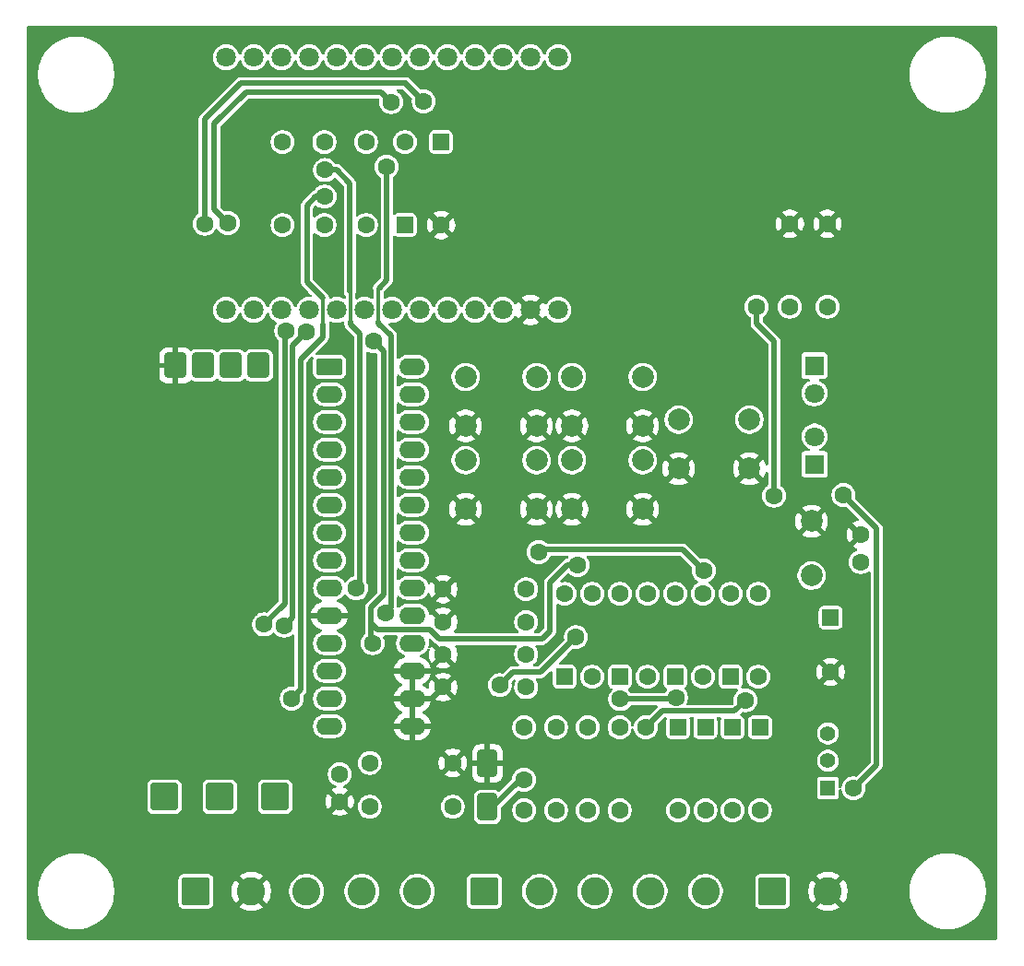
<source format=gbr>
%TF.GenerationSoftware,KiCad,Pcbnew,9.0.3*%
%TF.CreationDate,2026-01-15T10:22:36-05:00*%
%TF.ProjectId,MASTER,4d415354-4552-42e6-9b69-6361645f7063,rev?*%
%TF.SameCoordinates,Original*%
%TF.FileFunction,Copper,L1,Top*%
%TF.FilePolarity,Positive*%
%FSLAX46Y46*%
G04 Gerber Fmt 4.6, Leading zero omitted, Abs format (unit mm)*
G04 Created by KiCad (PCBNEW 9.0.3) date 2026-01-15 10:22:36*
%MOMM*%
%LPD*%
G01*
G04 APERTURE LIST*
G04 Aperture macros list*
%AMRoundRect*
0 Rectangle with rounded corners*
0 $1 Rounding radius*
0 $2 $3 $4 $5 $6 $7 $8 $9 X,Y pos of 4 corners*
0 Add a 4 corners polygon primitive as box body*
4,1,4,$2,$3,$4,$5,$6,$7,$8,$9,$2,$3,0*
0 Add four circle primitives for the rounded corners*
1,1,$1+$1,$2,$3*
1,1,$1+$1,$4,$5*
1,1,$1+$1,$6,$7*
1,1,$1+$1,$8,$9*
0 Add four rect primitives between the rounded corners*
20,1,$1+$1,$2,$3,$4,$5,0*
20,1,$1+$1,$4,$5,$6,$7,0*
20,1,$1+$1,$6,$7,$8,$9,0*
20,1,$1+$1,$8,$9,$2,$3,0*%
G04 Aperture macros list end*
%TA.AperFunction,ComponentPad*%
%ADD10C,2.000000*%
%TD*%
%TA.AperFunction,ComponentPad*%
%ADD11C,1.600000*%
%TD*%
%TA.AperFunction,ComponentPad*%
%ADD12RoundRect,0.250000X-1.050000X-1.050000X1.050000X-1.050000X1.050000X1.050000X-1.050000X1.050000X0*%
%TD*%
%TA.AperFunction,ComponentPad*%
%ADD13C,2.600000*%
%TD*%
%TA.AperFunction,ComponentPad*%
%ADD14RoundRect,0.250000X-0.550000X0.550000X-0.550000X-0.550000X0.550000X-0.550000X0.550000X0.550000X0*%
%TD*%
%TA.AperFunction,ComponentPad*%
%ADD15C,1.800000*%
%TD*%
%TA.AperFunction,SMDPad,CuDef*%
%ADD16RoundRect,0.250000X-0.650000X1.000000X-0.650000X-1.000000X0.650000X-1.000000X0.650000X1.000000X0*%
%TD*%
%TA.AperFunction,ComponentPad*%
%ADD17R,1.408000X1.408000*%
%TD*%
%TA.AperFunction,ComponentPad*%
%ADD18C,1.408000*%
%TD*%
%TA.AperFunction,ComponentPad*%
%ADD19R,1.800000X1.800000*%
%TD*%
%TA.AperFunction,ComponentPad*%
%ADD20RoundRect,0.250000X0.550000X-0.550000X0.550000X0.550000X-0.550000X0.550000X-0.550000X-0.550000X0*%
%TD*%
%TA.AperFunction,ComponentPad*%
%ADD21RoundRect,0.250000X-0.950000X-0.550000X0.950000X-0.550000X0.950000X0.550000X-0.950000X0.550000X0*%
%TD*%
%TA.AperFunction,ComponentPad*%
%ADD22O,2.400000X1.600000*%
%TD*%
%TA.AperFunction,ComponentPad*%
%ADD23RoundRect,0.250000X-0.750000X0.900000X-0.750000X-0.900000X0.750000X-0.900000X0.750000X0.900000X0*%
%TD*%
%TA.AperFunction,ComponentPad*%
%ADD24RoundRect,0.250000X-1.020000X1.020000X-1.020000X-1.020000X1.020000X-1.020000X1.020000X1.020000X0*%
%TD*%
%TA.AperFunction,ViaPad*%
%ADD25C,1.600000*%
%TD*%
%TA.AperFunction,Conductor*%
%ADD26C,0.500000*%
%TD*%
%TA.AperFunction,Conductor*%
%ADD27C,0.300000*%
%TD*%
%TA.AperFunction,Conductor*%
%ADD28C,0.200000*%
%TD*%
G04 APERTURE END LIST*
D10*
%TO.P,SW4,1,1*%
%TO.N,Button_4*%
X79665000Y-73325000D03*
X86165000Y-73325000D03*
%TO.P,SW4,2,2*%
%TO.N,GND*%
X79665000Y-77825000D03*
X86165000Y-77825000D03*
%TD*%
D11*
%TO.P,R11,1*%
%TO.N,Net-(D8-K)*%
X81123300Y-97865000D03*
%TO.P,R11,2*%
%TO.N,BAT*%
X81123300Y-105485000D03*
%TD*%
D10*
%TO.P,C4,1*%
%TO.N,+5V*%
X101665000Y-83925000D03*
%TO.P,C4,2*%
%TO.N,GND*%
X101665000Y-78925000D03*
%TD*%
D11*
%TO.P,R12,1*%
%TO.N,GND*%
X67855000Y-88175000D03*
%TO.P,R12,2*%
%TO.N,IN_3*%
X75475000Y-88175000D03*
%TD*%
D12*
%TO.P,DIGITAL_INPUTS1,1,Pin_1*%
%TO.N,BAT*%
X71620000Y-112925000D03*
D13*
%TO.P,DIGITAL_INPUTS1,2,Pin_2*%
%TO.N,D_IN_1*%
X76700000Y-112925000D03*
%TO.P,DIGITAL_INPUTS1,3,Pin_3*%
%TO.N,D_IN_2*%
X81780000Y-112925000D03*
%TO.P,DIGITAL_INPUTS1,4,Pin_4*%
%TO.N,D_IN_3*%
X86860000Y-112925000D03*
%TO.P,DIGITAL_INPUTS1,5,Pin_5*%
%TO.N,D_IN_4*%
X91940000Y-112925000D03*
%TD*%
D12*
%TO.P,MODBUS_OUT1,1,Pin_1*%
%TO.N,+5V*%
X45160000Y-112925000D03*
D13*
%TO.P,MODBUS_OUT1,2,Pin_2*%
%TO.N,GND*%
X50240000Y-112925000D03*
%TO.P,MODBUS_OUT1,3,Pin_3*%
%TO.N,GND_T*%
X55320000Y-112925000D03*
%TO.P,MODBUS_OUT1,4,Pin_4*%
%TO.N,B-*%
X60400000Y-112925000D03*
%TO.P,MODBUS_OUT1,5,Pin_5*%
%TO.N,A+*%
X65480000Y-112925000D03*
%TD*%
D11*
%TO.P,R8,1*%
%TO.N,GND*%
X67855000Y-94175000D03*
%TO.P,R8,2*%
%TO.N,IN_1*%
X75475000Y-94175000D03*
%TD*%
%TO.P,C1,1*%
%TO.N,Net-(C1-Pad1)*%
X58355000Y-102175000D03*
%TO.P,C1,2*%
%TO.N,GND*%
X58355000Y-104675000D03*
%TD*%
D14*
%TO.P,C3,1*%
%TO.N,+5V*%
X103415000Y-87772300D03*
D11*
%TO.P,C3,2*%
%TO.N,GND*%
X103415000Y-92772300D03*
%TD*%
D15*
%TO.P,ESP32,1,21*%
%TO.N,SDA*%
X47930000Y-59525000D03*
%TO.P,ESP32,2,TXD*%
%TO.N,unconnected-(ESP32-TXD-Pad2)*%
X50470000Y-59525000D03*
%TO.P,ESP32,3,RXD*%
%TO.N,unconnected-(ESP32-RXD-Pad3)*%
X53010000Y-59525000D03*
%TO.P,ESP32,4,22*%
%TO.N,SCL*%
X55550000Y-59525000D03*
%TO.P,ESP32,5,23*%
%TO.N,unconnected-(ESP32-23-Pad5)*%
X58090000Y-59525000D03*
%TO.P,ESP32,6,19*%
%TO.N,unconnected-(ESP32-19-Pad6)*%
X60630000Y-59525000D03*
%TO.P,ESP32,7,LoRa2*%
%TO.N,unconnected-(ESP32-LoRa2-Pad7)*%
X63170000Y-59525000D03*
%TO.P,ESP32,8,LoRa1*%
%TO.N,unconnected-(ESP32-LoRa1-Pad8)*%
X65710000Y-59525000D03*
%TO.P,ESP32,9,26*%
%TO.N,unconnected-(ESP32-26-Pad9)*%
X68250000Y-59525000D03*
%TO.P,ESP32,10,GND*%
%TO.N,unconnected-(ESP32-GND-Pad10)*%
X70790000Y-59525000D03*
%TO.P,ESP32,11,3.3V*%
%TO.N,+3.3V*%
X73330000Y-59525000D03*
%TO.P,ESP32,12,GND*%
%TO.N,GND*%
X75870000Y-59525000D03*
%TO.P,ESP32,13,5V*%
%TO.N,+5V*%
X78410000Y-59525000D03*
%TO.P,ESP32,14,36*%
%TO.N,unconnected-(ESP32-36-Pad14)*%
X47930000Y-36325000D03*
%TO.P,ESP32,15,39*%
%TO.N,unconnected-(ESP32-39-Pad15)*%
X50470000Y-36325000D03*
%TO.P,ESP32,16,RST*%
%TO.N,unconnected-(ESP32-RST-Pad16)*%
X53010000Y-36325000D03*
%TO.P,ESP32,17,34*%
%TO.N,INTA*%
X55550000Y-36325000D03*
%TO.P,ESP32,18,35*%
%TO.N,INTB*%
X58090000Y-36325000D03*
%TO.P,ESP32,19,14*%
%TO.N,ADC_PIN_1*%
X60630000Y-36325000D03*
%TO.P,ESP32,20,12*%
%TO.N,TX*%
X63170000Y-36325000D03*
%TO.P,ESP32,21,13*%
%TO.N,RX*%
X65710000Y-36325000D03*
%TO.P,ESP32,22,15*%
%TO.N,unconnected-(ESP32-15-Pad22)*%
X68250000Y-36325000D03*
%TO.P,ESP32,23,02*%
%TO.N,unconnected-(ESP32-02-Pad23)*%
X70790000Y-36325000D03*
%TO.P,ESP32,24,00*%
%TO.N,unconnected-(ESP32-00-Pad24)*%
X73330000Y-36325000D03*
%TO.P,ESP32,25,04*%
%TO.N,LIBRE2*%
X75870000Y-36325000D03*
%TO.P,ESP32,26,25*%
%TO.N,LIBRE3*%
X78410000Y-36325000D03*
%TD*%
D10*
%TO.P,SW2,1,1*%
%TO.N,Button_2*%
X69915000Y-73325000D03*
X76415000Y-73325000D03*
%TO.P,SW2,2,2*%
%TO.N,GND*%
X69915000Y-77825000D03*
X76415000Y-77825000D03*
%TD*%
D12*
%TO.P,PWR_IN1,1,Pin_1*%
%TO.N,5V_IN*%
X98080000Y-112925000D03*
D13*
%TO.P,PWR_IN1,2,Pin_2*%
%TO.N,GND*%
X103160000Y-112925000D03*
%TD*%
D11*
%TO.P,R0,1*%
%TO.N,+3.3V*%
X53115000Y-51735000D03*
%TO.P,R0,2*%
%TO.N,INTA*%
X53115000Y-44115000D03*
%TD*%
%TO.P,R10,1*%
%TO.N,GND*%
X67855000Y-91175000D03*
%TO.P,R10,2*%
%TO.N,IN_2*%
X75475000Y-91175000D03*
%TD*%
D10*
%TO.P,SW1,1,1*%
%TO.N,Button_1*%
X69915000Y-65675000D03*
X76415000Y-65675000D03*
%TO.P,SW1,2,2*%
%TO.N,GND*%
X69915000Y-70175000D03*
X76415000Y-70175000D03*
%TD*%
D11*
%TO.P,R6,1*%
%TO.N,ADC_PIN_1*%
X60765000Y-44115000D03*
%TO.P,R6,2*%
%TO.N,Net-(C1-Pad1)*%
X60765000Y-51735000D03*
%TD*%
%TO.P,R2,1*%
%TO.N,GND*%
X99665000Y-51615000D03*
%TO.P,R2,2*%
%TO.N,Net-(D1-K)*%
X99665000Y-59235000D03*
%TD*%
D16*
%TO.P,D5,1,A1*%
%TO.N,GND*%
X71915000Y-101175000D03*
%TO.P,D5,2,A2*%
%TO.N,BAT*%
X71915000Y-105175000D03*
%TD*%
D11*
%TO.P,R4,1*%
%TO.N,Net-(C1-Pad1)*%
X61105000Y-105175000D03*
%TO.P,R4,2*%
%TO.N,BAT*%
X68725000Y-105175000D03*
%TD*%
D10*
%TO.P,SW5,1,1*%
%TO.N,Button_5*%
X89465000Y-69600000D03*
X95965000Y-69600000D03*
%TO.P,SW5,2,2*%
%TO.N,GND*%
X89465000Y-74100000D03*
X95965000Y-74100000D03*
%TD*%
D17*
%TO.P,S1,1*%
%TO.N,Net-(D1-A)*%
X103165000Y-103425000D03*
D18*
%TO.P,S1,2*%
%TO.N,5V_IN*%
X103165000Y-100925000D03*
%TO.P,S1,3*%
%TO.N,+5V*%
X103165000Y-98425000D03*
%TD*%
D11*
%TO.P,R1,1*%
%TO.N,+3.3V*%
X56940000Y-51735000D03*
%TO.P,R1,2*%
%TO.N,INTB*%
X56940000Y-44115000D03*
%TD*%
D14*
%TO.P,D7,1,K*%
%TO.N,Net-(D7-K)*%
X91915000Y-97865000D03*
D11*
%TO.P,D7,2,A*%
%TO.N,D_IN_2*%
X91915000Y-105485000D03*
%TD*%
D19*
%TO.P,D1,1,K*%
%TO.N,Net-(D1-K)*%
X101945000Y-73700000D03*
D15*
%TO.P,D1,2,A*%
%TO.N,Net-(D1-A)*%
X101945000Y-71160000D03*
%TD*%
D14*
%TO.P,D8,1,K*%
%TO.N,Net-(D8-K)*%
X94415000Y-97865000D03*
D11*
%TO.P,D8,2,A*%
%TO.N,D_IN_3*%
X94415000Y-105485000D03*
%TD*%
D20*
%TO.P,U5,1*%
%TO.N,Net-(D7-K)*%
X84060000Y-93230000D03*
D11*
%TO.P,U5,2*%
%TO.N,D_IN_2*%
X86600000Y-93230000D03*
%TO.P,U5,3*%
%TO.N,IN_2*%
X86600000Y-85610000D03*
%TO.P,U5,4*%
%TO.N,+3.3V*%
X84060000Y-85610000D03*
%TD*%
D14*
%TO.P,D4,1,K*%
%TO.N,ADC_PIN_1*%
X67665000Y-44115000D03*
D11*
%TO.P,D4,2,A*%
%TO.N,GND*%
X67665000Y-51735000D03*
%TD*%
D19*
%TO.P,D2,1,K*%
%TO.N,Net-(D2-K)*%
X101915000Y-64635000D03*
D15*
%TO.P,D2,2,A*%
%TO.N,+5V*%
X101915000Y-67175000D03*
%TD*%
D11*
%TO.P,C5,1*%
%TO.N,+5V*%
X106165000Y-82675000D03*
%TO.P,C5,2*%
%TO.N,GND*%
X106165000Y-80175000D03*
%TD*%
D21*
%TO.P,U1,1,GPB0*%
%TO.N,unconnected-(U1-GPB0-Pad1)*%
X57415000Y-64735000D03*
D22*
%TO.P,U1,2,GPB1*%
%TO.N,unconnected-(U1-GPB1-Pad2)*%
X57415000Y-67275000D03*
%TO.P,U1,3,GPB2*%
%TO.N,Button_6*%
X57415000Y-69815000D03*
%TO.P,U1,4,GPB3*%
%TO.N,Button_7*%
X57415000Y-72355000D03*
%TO.P,U1,5,GPB4*%
%TO.N,unconnected-(U1-GPB4-Pad5)*%
X57415000Y-74895000D03*
%TO.P,U1,6,GPB5*%
%TO.N,unconnected-(U1-GPB5-Pad6)*%
X57415000Y-77435000D03*
%TO.P,U1,7,GPB6*%
%TO.N,unconnected-(U1-GPB6-Pad7)*%
X57415000Y-79975000D03*
%TO.P,U1,8,GPB7*%
%TO.N,IN_2*%
X57415000Y-82515000D03*
%TO.P,U1,9,VDD*%
%TO.N,+3.3V*%
X57415000Y-85055000D03*
%TO.P,U1,10,VSS*%
%TO.N,GND*%
X57415000Y-87595000D03*
%TO.P,U1,11,NC*%
%TO.N,unconnected-(U1-NC-Pad11)*%
X57415000Y-90135000D03*
%TO.P,U1,12,SCK*%
%TO.N,SCL*%
X57415000Y-92675000D03*
%TO.P,U1,13,SDA*%
%TO.N,SDA*%
X57415000Y-95215000D03*
%TO.P,U1,14,NC*%
%TO.N,unconnected-(U1-NC-Pad14)*%
X57415000Y-97755000D03*
%TO.P,U1,15,A0*%
%TO.N,GND*%
X65035000Y-97755000D03*
%TO.P,U1,16,A1*%
X65035000Y-95215000D03*
%TO.P,U1,17,A2*%
X65035000Y-92675000D03*
%TO.P,U1,18,~{RESET}*%
%TO.N,+3.3V*%
X65035000Y-90135000D03*
%TO.P,U1,19,INTB*%
%TO.N,INTB*%
X65035000Y-87595000D03*
%TO.P,U1,20,INTA*%
%TO.N,INTA*%
X65035000Y-85055000D03*
%TO.P,U1,21,GPA0*%
%TO.N,IN_1*%
X65035000Y-82515000D03*
%TO.P,U1,22,GPA1*%
%TO.N,IN_3*%
X65035000Y-79975000D03*
%TO.P,U1,23,GPA2*%
%TO.N,IN_4*%
X65035000Y-77435000D03*
%TO.P,U1,24,GPA3*%
%TO.N,Button_4*%
X65035000Y-74895000D03*
%TO.P,U1,25,GPA4*%
%TO.N,Button_2*%
X65035000Y-72355000D03*
%TO.P,U1,26,GPA5*%
%TO.N,Button_3*%
X65035000Y-69815000D03*
%TO.P,U1,27,GPA6*%
%TO.N,Button_1*%
X65035000Y-67275000D03*
%TO.P,U1,28,GPA7*%
%TO.N,Button_5*%
X65035000Y-64735000D03*
%TD*%
D20*
%TO.P,U7,1*%
%TO.N,Net-(D9-K)*%
X94220000Y-93230000D03*
D11*
%TO.P,U7,2*%
%TO.N,D_IN_4*%
X96760000Y-93230000D03*
%TO.P,U7,3*%
%TO.N,IN_4*%
X96760000Y-85610000D03*
%TO.P,U7,4*%
%TO.N,+3.3V*%
X94220000Y-85610000D03*
%TD*%
%TO.P,R13,1*%
%TO.N,Net-(D9-K)*%
X84040000Y-97865000D03*
%TO.P,R13,2*%
%TO.N,BAT*%
X84040000Y-105485000D03*
%TD*%
D20*
%TO.P,U6,1*%
%TO.N,Net-(D8-K)*%
X89140000Y-93230000D03*
D11*
%TO.P,U6,2*%
%TO.N,D_IN_3*%
X91680000Y-93230000D03*
%TO.P,U6,3*%
%TO.N,IN_3*%
X91680000Y-85610000D03*
%TO.P,U6,4*%
%TO.N,+3.3V*%
X89140000Y-85610000D03*
%TD*%
D23*
%TO.P,U2,1,VCC*%
%TO.N,+3.3V*%
X50915000Y-64625000D03*
%TO.P,U2,2,TXD*%
%TO.N,TX*%
X48375000Y-64625000D03*
%TO.P,U2,3,RXD*%
%TO.N,RX*%
X45835000Y-64625000D03*
%TO.P,U2,4,GND*%
%TO.N,GND*%
X43295000Y-64625000D03*
D24*
%TO.P,U2,5,A*%
%TO.N,A+*%
X52415000Y-104225000D03*
%TO.P,U2,6,B*%
%TO.N,B-*%
X47335000Y-104225000D03*
%TO.P,U2,7,GND*%
%TO.N,GND_T*%
X42255000Y-104225000D03*
%TD*%
D11*
%TO.P,R9,1*%
%TO.N,Net-(D7-K)*%
X78206700Y-97865000D03*
%TO.P,R9,2*%
%TO.N,BAT*%
X78206700Y-105485000D03*
%TD*%
D14*
%TO.P,D9,1,K*%
%TO.N,Net-(D9-K)*%
X96915000Y-97865000D03*
D11*
%TO.P,D9,2,A*%
%TO.N,D_IN_4*%
X96915000Y-105485000D03*
%TD*%
D10*
%TO.P,SW3,1,1*%
%TO.N,Button_3*%
X79665000Y-65675000D03*
X86165000Y-65675000D03*
%TO.P,SW3,2,2*%
%TO.N,GND*%
X79665000Y-70175000D03*
X86165000Y-70175000D03*
%TD*%
D11*
%TO.P,R5,1*%
%TO.N,GND*%
X68725000Y-101125000D03*
%TO.P,R5,2*%
%TO.N,Net-(C1-Pad1)*%
X61105000Y-101125000D03*
%TD*%
D14*
%TO.P,D6,1,K*%
%TO.N,Net-(D6-K)*%
X89415000Y-97865000D03*
D11*
%TO.P,D6,2,A*%
%TO.N,D_IN_1*%
X89415000Y-105485000D03*
%TD*%
%TO.P,R14,1*%
%TO.N,GND*%
X67855000Y-85175000D03*
%TO.P,R14,2*%
%TO.N,IN_4*%
X75475000Y-85175000D03*
%TD*%
%TO.P,R3,1*%
%TO.N,GND*%
X103115000Y-51615000D03*
%TO.P,R3,2*%
%TO.N,Net-(D2-K)*%
X103115000Y-59235000D03*
%TD*%
%TO.P,R7,1*%
%TO.N,Net-(D6-K)*%
X75290000Y-97865000D03*
%TO.P,R7,2*%
%TO.N,BAT*%
X75290000Y-105485000D03*
%TD*%
D20*
%TO.P,U4,1*%
%TO.N,Net-(D6-K)*%
X78980000Y-93230000D03*
D11*
%TO.P,U4,2*%
%TO.N,D_IN_1*%
X81520000Y-93230000D03*
%TO.P,U4,3*%
%TO.N,IN_1*%
X81520000Y-85610000D03*
%TO.P,U4,4*%
%TO.N,+3.3V*%
X78980000Y-85610000D03*
%TD*%
D20*
%TO.P,D3,1,K*%
%TO.N,+3.3V*%
X64340000Y-51735000D03*
D11*
%TO.P,D3,2,A*%
%TO.N,ADC_PIN_1*%
X64340000Y-44115000D03*
%TD*%
D25*
%TO.N,Net-(C1-Pad1)*%
X56965000Y-49125000D03*
X53965000Y-95225000D03*
%TO.N,GND*%
X70865000Y-97625000D03*
X92665000Y-78025000D03*
%TO.N,Net-(D1-K)*%
X96615000Y-59225000D03*
X98215000Y-76575000D03*
%TO.N,Net-(D1-A)*%
X104590000Y-76525000D03*
X105512216Y-103475000D03*
%TO.N,+3.3V*%
X80190000Y-82950000D03*
X61505000Y-62415000D03*
X61375000Y-90125000D03*
%TO.N,BAT*%
X75265000Y-102675000D03*
%TO.N,Net-(D8-K)*%
X84115000Y-95275000D03*
X89215000Y-95125000D03*
%TO.N,Net-(D9-K)*%
X95594606Y-95376839D03*
X86455000Y-97865000D03*
%TO.N,INTB*%
X62655000Y-46365000D03*
X62565000Y-87400000D03*
%TO.N,SDA*%
X51418190Y-88416364D03*
X53439770Y-61421803D03*
%TO.N,RX*%
X66065000Y-40375000D03*
X45965000Y-51600000D03*
%TO.N,SCL*%
X53265000Y-88525000D03*
X55265000Y-61525000D03*
%TO.N,TX*%
X63065000Y-40425000D03*
X48085000Y-51535000D03*
%TO.N,INTA*%
X59879239Y-85110761D03*
X57015000Y-46675000D03*
%TO.N,IN_1*%
X73040000Y-94000000D03*
X80040000Y-89591337D03*
%TO.N,IN_3*%
X91765000Y-83475000D03*
X76615000Y-81775000D03*
%TD*%
D26*
%TO.N,Net-(C1-Pad1)*%
X56965000Y-49125000D02*
X56165000Y-49125000D01*
X55365000Y-49925000D02*
X55365000Y-56975000D01*
X56165000Y-49125000D02*
X55365000Y-49925000D01*
D27*
X56815000Y-61175000D02*
X56815000Y-58425000D01*
D26*
X56815000Y-62013478D02*
X56815000Y-60825000D01*
X55365000Y-56975000D02*
X56815000Y-58425000D01*
X54765000Y-64063478D02*
X56815000Y-62013478D01*
X54765000Y-94425000D02*
X54765000Y-64063478D01*
X53965000Y-95225000D02*
X54765000Y-94425000D01*
%TO.N,Net-(D1-K)*%
X96615000Y-60775000D02*
X96615000Y-59225000D01*
X98215000Y-62375000D02*
X96615000Y-60775000D01*
X98215000Y-76575000D02*
X98215000Y-62375000D01*
%TO.N,Net-(D1-A)*%
X105512216Y-103475000D02*
X107615000Y-101372216D01*
X107615000Y-101372216D02*
X107615000Y-79550000D01*
X107615000Y-79550000D02*
X104590000Y-76525000D01*
%TO.N,+3.3V*%
X62365000Y-85675000D02*
X62365000Y-63275000D01*
X61834000Y-88884000D02*
X61215000Y-88265000D01*
X62365000Y-63275000D02*
X61505000Y-62415000D01*
X61215000Y-86825000D02*
X62365000Y-85675000D01*
X77665000Y-84525000D02*
X77665000Y-89025000D01*
X76940000Y-89750000D02*
X67490000Y-89750000D01*
X66624000Y-88884000D02*
X61834000Y-88884000D01*
X61215000Y-89965000D02*
X61375000Y-90125000D01*
X67490000Y-89750000D02*
X66624000Y-88884000D01*
X80190000Y-82950000D02*
X79240000Y-82950000D01*
X79240000Y-82950000D02*
X77665000Y-84525000D01*
X61215000Y-88415000D02*
X61215000Y-89965000D01*
X77665000Y-89025000D02*
X76940000Y-89750000D01*
X61215000Y-88265000D02*
X61215000Y-86825000D01*
%TO.N,BAT*%
X72415000Y-105175000D02*
X74915000Y-102675000D01*
X74915000Y-102675000D02*
X75265000Y-102675000D01*
X71915000Y-105175000D02*
X72415000Y-105175000D01*
%TO.N,Net-(D8-K)*%
X89065000Y-95275000D02*
X89215000Y-95125000D01*
X84115000Y-95275000D02*
X89065000Y-95275000D01*
%TO.N,Net-(D9-K)*%
X95594606Y-95376839D02*
X94596445Y-96375000D01*
X94596445Y-96375000D02*
X87945000Y-96375000D01*
X87945000Y-96375000D02*
X86455000Y-97865000D01*
%TO.N,INTB*%
X62565000Y-87400000D02*
X63075000Y-86890000D01*
X61950100Y-57525000D02*
X62675000Y-56800100D01*
X61919000Y-60743278D02*
X63075000Y-61899278D01*
D27*
X61950100Y-57525000D02*
X61919000Y-57556100D01*
D26*
X61919000Y-60625000D02*
X61919000Y-60743278D01*
X63075000Y-86890000D02*
X63075000Y-63955000D01*
X63075000Y-63955000D02*
X63075000Y-63223478D01*
X63075000Y-63955000D02*
X63075000Y-61899278D01*
X62675000Y-56800100D02*
X62675000Y-46385000D01*
X62675000Y-46385000D02*
X62655000Y-46365000D01*
D27*
X61919000Y-57556100D02*
X61919000Y-60743278D01*
D26*
%TO.N,SDA*%
X53321761Y-61539812D02*
X53439770Y-61421803D01*
X53321761Y-86512793D02*
X53321761Y-61539812D01*
X51418190Y-88416364D02*
X53321761Y-86512793D01*
%TO.N,RX*%
X66065000Y-40375000D02*
X64415000Y-38725000D01*
X45965000Y-42000000D02*
X45965000Y-51600000D01*
X49265000Y-38700000D02*
X45965000Y-42000000D01*
X64415000Y-38725000D02*
X64415000Y-38700000D01*
X64415000Y-38700000D02*
X49265000Y-38700000D01*
%TO.N,SCL*%
X54021761Y-62768239D02*
X55265000Y-61525000D01*
X54021761Y-87768239D02*
X54021761Y-62768239D01*
X53265000Y-88525000D02*
X54021761Y-87768239D01*
%TO.N,TX*%
X46845000Y-42435000D02*
X46845000Y-50295000D01*
X49745000Y-39535000D02*
X46845000Y-42435000D01*
X46845000Y-50295000D02*
X48085000Y-51535000D01*
X63065000Y-40425000D02*
X62175000Y-39535000D01*
X62175000Y-39535000D02*
X49745000Y-39535000D01*
%TO.N,INTA*%
X59291000Y-47901000D02*
X59291000Y-57825000D01*
X60205000Y-61691001D02*
X60205000Y-84556522D01*
X58065000Y-46675000D02*
X59291000Y-47901000D01*
X59340000Y-60826001D02*
X60205000Y-61691001D01*
X59340000Y-60625000D02*
X59340000Y-60826001D01*
X60205000Y-84556522D02*
X59650761Y-85110761D01*
D27*
X59340000Y-57874000D02*
X59340000Y-60826000D01*
D26*
X57015000Y-46675000D02*
X58065000Y-46675000D01*
D28*
X59291000Y-57825000D02*
X59340000Y-57874000D01*
D26*
X59650761Y-85110761D02*
X59879239Y-85110761D01*
%TO.N,IN_1*%
X74240000Y-92800000D02*
X73040000Y-94000000D01*
X73015000Y-93725000D02*
X73040000Y-93750000D01*
X73040000Y-93750000D02*
X73040000Y-94000000D01*
X76831337Y-92800000D02*
X74240000Y-92800000D01*
X80040000Y-89591337D02*
X76831337Y-92800000D01*
%TO.N,IN_3*%
X76865000Y-81525000D02*
X89815000Y-81525000D01*
X89815000Y-81525000D02*
X91765000Y-83475000D01*
X76615000Y-81775000D02*
X76865000Y-81525000D01*
%TD*%
%TA.AperFunction,Conductor*%
%TO.N,GND*%
G36*
X65285000Y-97439314D02*
G01*
X65280606Y-97434920D01*
X65189394Y-97382259D01*
X65087661Y-97355000D01*
X64982339Y-97355000D01*
X64880606Y-97382259D01*
X64789394Y-97434920D01*
X64785000Y-97439314D01*
X64785000Y-95530686D01*
X64789394Y-95535080D01*
X64880606Y-95587741D01*
X64982339Y-95615000D01*
X65087661Y-95615000D01*
X65189394Y-95587741D01*
X65280606Y-95535080D01*
X65285000Y-95530686D01*
X65285000Y-97439314D01*
G37*
%TD.AperFunction*%
%TA.AperFunction,Conductor*%
G36*
X65285000Y-94899314D02*
G01*
X65280606Y-94894920D01*
X65189394Y-94842259D01*
X65087661Y-94815000D01*
X64982339Y-94815000D01*
X64880606Y-94842259D01*
X64789394Y-94894920D01*
X64785000Y-94899314D01*
X64785000Y-92990686D01*
X64789394Y-92995080D01*
X64880606Y-93047741D01*
X64982339Y-93075000D01*
X65087661Y-93075000D01*
X65189394Y-93047741D01*
X65280606Y-92995080D01*
X65285000Y-92990686D01*
X65285000Y-94899314D01*
G37*
%TD.AperFunction*%
%TA.AperFunction,Conductor*%
G36*
X66675177Y-89726587D02*
G01*
X66714609Y-89753134D01*
X67151985Y-90190510D01*
X67277515Y-90262984D01*
X67277519Y-90262985D01*
X67285028Y-90266096D01*
X67283983Y-90268616D01*
X67326995Y-90293441D01*
X67808554Y-90775000D01*
X67802339Y-90775000D01*
X67700606Y-90802259D01*
X67609394Y-90854920D01*
X67534920Y-90929394D01*
X67482259Y-91020606D01*
X67455000Y-91122339D01*
X67455000Y-91128553D01*
X66775524Y-90449077D01*
X66775523Y-90449077D01*
X66743143Y-90493645D01*
X66743141Y-90493648D01*
X66720004Y-90539057D01*
X66672029Y-90589852D01*
X66604208Y-90606647D01*
X66538073Y-90584109D01*
X66494623Y-90529393D01*
X66487651Y-90459872D01*
X66491584Y-90444459D01*
X66508402Y-90392701D01*
X66535500Y-90221611D01*
X66535500Y-90048389D01*
X66508402Y-89877299D01*
X66508400Y-89877293D01*
X66507265Y-89872564D01*
X66508803Y-89872194D01*
X66506996Y-89809313D01*
X66543066Y-89749474D01*
X66605762Y-89718635D01*
X66675177Y-89726587D01*
G37*
%TD.AperFunction*%
%TA.AperFunction,Conductor*%
G36*
X118607539Y-33445185D02*
G01*
X118653294Y-33497989D01*
X118664500Y-33549500D01*
X118664500Y-117300500D01*
X118644815Y-117367539D01*
X118592011Y-117413294D01*
X118540500Y-117424500D01*
X29789500Y-117424500D01*
X29722461Y-117404815D01*
X29676706Y-117352011D01*
X29665500Y-117300500D01*
X29665500Y-112753031D01*
X30664500Y-112753031D01*
X30664500Y-112784852D01*
X30664500Y-113096969D01*
X30674751Y-113201054D01*
X30698210Y-113439249D01*
X30765308Y-113776572D01*
X30865150Y-114105706D01*
X30876893Y-114134055D01*
X30990463Y-114408239D01*
X30996770Y-114423464D01*
X30996772Y-114423469D01*
X31158893Y-114726775D01*
X31158904Y-114726793D01*
X31349975Y-115012751D01*
X31349985Y-115012765D01*
X31568176Y-115278632D01*
X31811367Y-115521823D01*
X31811372Y-115521827D01*
X31811373Y-115521828D01*
X32077240Y-115740019D01*
X32363213Y-115931100D01*
X32363222Y-115931105D01*
X32363224Y-115931106D01*
X32666530Y-116093227D01*
X32666532Y-116093227D01*
X32666538Y-116093231D01*
X32984295Y-116224850D01*
X33313422Y-116324690D01*
X33650750Y-116391789D01*
X33993031Y-116425500D01*
X33993034Y-116425500D01*
X34336966Y-116425500D01*
X34336969Y-116425500D01*
X34679250Y-116391789D01*
X35016578Y-116324690D01*
X35345705Y-116224850D01*
X35663462Y-116093231D01*
X35966787Y-115931100D01*
X36252760Y-115740019D01*
X36518627Y-115521828D01*
X36761828Y-115278627D01*
X36980019Y-115012760D01*
X37171100Y-114726787D01*
X37333231Y-114423462D01*
X37464850Y-114105705D01*
X37564690Y-113776578D01*
X37631789Y-113439250D01*
X37665500Y-113096969D01*
X37665500Y-112753031D01*
X37631789Y-112410750D01*
X37564690Y-112073422D01*
X37491424Y-111831898D01*
X43559500Y-111831898D01*
X43559500Y-114018102D01*
X43565126Y-114064954D01*
X43570122Y-114106561D01*
X43625639Y-114247343D01*
X43717077Y-114367922D01*
X43837656Y-114459360D01*
X43837657Y-114459360D01*
X43837658Y-114459361D01*
X43978436Y-114514877D01*
X44066898Y-114525500D01*
X44066903Y-114525500D01*
X46253097Y-114525500D01*
X46253102Y-114525500D01*
X46341564Y-114514877D01*
X46482342Y-114459361D01*
X46602922Y-114367922D01*
X46694361Y-114247342D01*
X46749877Y-114106564D01*
X46760500Y-114018102D01*
X46760500Y-112807014D01*
X48440000Y-112807014D01*
X48440000Y-113042985D01*
X48470799Y-113276914D01*
X48531870Y-113504837D01*
X48622160Y-113722819D01*
X48622165Y-113722828D01*
X48740144Y-113927171D01*
X48740145Y-113927172D01*
X48802721Y-114008723D01*
X49638958Y-113172487D01*
X49663978Y-113232890D01*
X49735112Y-113339351D01*
X49825649Y-113429888D01*
X49932110Y-113501022D01*
X49992511Y-113526041D01*
X49156275Y-114362277D01*
X49237827Y-114424854D01*
X49237828Y-114424855D01*
X49442171Y-114542834D01*
X49442180Y-114542839D01*
X49660163Y-114633129D01*
X49660161Y-114633129D01*
X49888085Y-114694200D01*
X50122014Y-114724999D01*
X50122029Y-114725000D01*
X50357971Y-114725000D01*
X50357985Y-114724999D01*
X50591914Y-114694200D01*
X50819837Y-114633129D01*
X51037819Y-114542839D01*
X51037828Y-114542834D01*
X51242181Y-114424850D01*
X51323723Y-114362279D01*
X51323723Y-114362276D01*
X50487487Y-113526041D01*
X50547890Y-113501022D01*
X50654351Y-113429888D01*
X50744888Y-113339351D01*
X50816022Y-113232890D01*
X50841041Y-113172487D01*
X51677276Y-114008723D01*
X51677279Y-114008723D01*
X51739850Y-113927181D01*
X51857834Y-113722828D01*
X51857839Y-113722819D01*
X51948129Y-113504837D01*
X52009200Y-113276914D01*
X52039999Y-113042985D01*
X52040000Y-113042971D01*
X52040000Y-112807028D01*
X52039999Y-112807019D01*
X52038948Y-112799038D01*
X53719500Y-112799038D01*
X53719500Y-113050961D01*
X53758910Y-113299785D01*
X53836760Y-113539383D01*
X53951132Y-113763848D01*
X54099201Y-113967649D01*
X54099205Y-113967654D01*
X54277345Y-114145794D01*
X54277350Y-114145798D01*
X54417116Y-114247343D01*
X54481155Y-114293870D01*
X54624184Y-114366747D01*
X54705616Y-114408239D01*
X54705618Y-114408239D01*
X54705621Y-114408241D01*
X54945215Y-114486090D01*
X55194038Y-114525500D01*
X55194039Y-114525500D01*
X55445961Y-114525500D01*
X55445962Y-114525500D01*
X55694785Y-114486090D01*
X55934379Y-114408241D01*
X56158845Y-114293870D01*
X56362656Y-114145793D01*
X56540793Y-113967656D01*
X56688870Y-113763845D01*
X56803241Y-113539379D01*
X56881090Y-113299785D01*
X56920500Y-113050962D01*
X56920500Y-112799038D01*
X58799500Y-112799038D01*
X58799500Y-113050961D01*
X58838910Y-113299785D01*
X58916760Y-113539383D01*
X59031132Y-113763848D01*
X59179201Y-113967649D01*
X59179205Y-113967654D01*
X59357345Y-114145794D01*
X59357350Y-114145798D01*
X59497116Y-114247343D01*
X59561155Y-114293870D01*
X59704184Y-114366747D01*
X59785616Y-114408239D01*
X59785618Y-114408239D01*
X59785621Y-114408241D01*
X60025215Y-114486090D01*
X60274038Y-114525500D01*
X60274039Y-114525500D01*
X60525961Y-114525500D01*
X60525962Y-114525500D01*
X60774785Y-114486090D01*
X61014379Y-114408241D01*
X61238845Y-114293870D01*
X61442656Y-114145793D01*
X61620793Y-113967656D01*
X61768870Y-113763845D01*
X61883241Y-113539379D01*
X61961090Y-113299785D01*
X62000500Y-113050962D01*
X62000500Y-112799038D01*
X63879500Y-112799038D01*
X63879500Y-113050961D01*
X63918910Y-113299785D01*
X63996760Y-113539383D01*
X64111132Y-113763848D01*
X64259201Y-113967649D01*
X64259205Y-113967654D01*
X64437345Y-114145794D01*
X64437350Y-114145798D01*
X64577116Y-114247343D01*
X64641155Y-114293870D01*
X64784184Y-114366747D01*
X64865616Y-114408239D01*
X64865618Y-114408239D01*
X64865621Y-114408241D01*
X65105215Y-114486090D01*
X65354038Y-114525500D01*
X65354039Y-114525500D01*
X65605961Y-114525500D01*
X65605962Y-114525500D01*
X65854785Y-114486090D01*
X66094379Y-114408241D01*
X66318845Y-114293870D01*
X66522656Y-114145793D01*
X66700793Y-113967656D01*
X66848870Y-113763845D01*
X66963241Y-113539379D01*
X67041090Y-113299785D01*
X67080500Y-113050962D01*
X67080500Y-112799038D01*
X67041090Y-112550215D01*
X66963241Y-112310621D01*
X66963239Y-112310618D01*
X66963239Y-112310616D01*
X66869773Y-112127180D01*
X66848870Y-112086155D01*
X66833206Y-112064595D01*
X66714404Y-111901077D01*
X66714403Y-111901076D01*
X66700796Y-111882347D01*
X66650347Y-111831898D01*
X70019500Y-111831898D01*
X70019500Y-114018102D01*
X70025126Y-114064954D01*
X70030122Y-114106561D01*
X70085639Y-114247343D01*
X70177077Y-114367922D01*
X70297656Y-114459360D01*
X70297657Y-114459360D01*
X70297658Y-114459361D01*
X70438436Y-114514877D01*
X70526898Y-114525500D01*
X70526903Y-114525500D01*
X72713097Y-114525500D01*
X72713102Y-114525500D01*
X72801564Y-114514877D01*
X72942342Y-114459361D01*
X73062922Y-114367922D01*
X73154361Y-114247342D01*
X73209877Y-114106564D01*
X73220500Y-114018102D01*
X73220500Y-112799038D01*
X75099500Y-112799038D01*
X75099500Y-113050961D01*
X75138910Y-113299785D01*
X75216760Y-113539383D01*
X75331132Y-113763848D01*
X75479201Y-113967649D01*
X75479205Y-113967654D01*
X75657345Y-114145794D01*
X75657350Y-114145798D01*
X75797116Y-114247343D01*
X75861155Y-114293870D01*
X76004184Y-114366747D01*
X76085616Y-114408239D01*
X76085618Y-114408239D01*
X76085621Y-114408241D01*
X76325215Y-114486090D01*
X76574038Y-114525500D01*
X76574039Y-114525500D01*
X76825961Y-114525500D01*
X76825962Y-114525500D01*
X77074785Y-114486090D01*
X77314379Y-114408241D01*
X77538845Y-114293870D01*
X77742656Y-114145793D01*
X77920793Y-113967656D01*
X78068870Y-113763845D01*
X78183241Y-113539379D01*
X78261090Y-113299785D01*
X78300500Y-113050962D01*
X78300500Y-112799038D01*
X80179500Y-112799038D01*
X80179500Y-113050961D01*
X80218910Y-113299785D01*
X80296760Y-113539383D01*
X80411132Y-113763848D01*
X80559201Y-113967649D01*
X80559205Y-113967654D01*
X80737345Y-114145794D01*
X80737350Y-114145798D01*
X80877116Y-114247343D01*
X80941155Y-114293870D01*
X81084184Y-114366747D01*
X81165616Y-114408239D01*
X81165618Y-114408239D01*
X81165621Y-114408241D01*
X81405215Y-114486090D01*
X81654038Y-114525500D01*
X81654039Y-114525500D01*
X81905961Y-114525500D01*
X81905962Y-114525500D01*
X82154785Y-114486090D01*
X82394379Y-114408241D01*
X82618845Y-114293870D01*
X82822656Y-114145793D01*
X83000793Y-113967656D01*
X83148870Y-113763845D01*
X83263241Y-113539379D01*
X83341090Y-113299785D01*
X83380500Y-113050962D01*
X83380500Y-112799038D01*
X85259500Y-112799038D01*
X85259500Y-113050961D01*
X85298910Y-113299785D01*
X85376760Y-113539383D01*
X85491132Y-113763848D01*
X85639201Y-113967649D01*
X85639205Y-113967654D01*
X85817345Y-114145794D01*
X85817350Y-114145798D01*
X85957116Y-114247343D01*
X86021155Y-114293870D01*
X86164184Y-114366747D01*
X86245616Y-114408239D01*
X86245618Y-114408239D01*
X86245621Y-114408241D01*
X86485215Y-114486090D01*
X86734038Y-114525500D01*
X86734039Y-114525500D01*
X86985961Y-114525500D01*
X86985962Y-114525500D01*
X87234785Y-114486090D01*
X87474379Y-114408241D01*
X87698845Y-114293870D01*
X87902656Y-114145793D01*
X88080793Y-113967656D01*
X88228870Y-113763845D01*
X88343241Y-113539379D01*
X88421090Y-113299785D01*
X88460500Y-113050962D01*
X88460500Y-112799038D01*
X90339500Y-112799038D01*
X90339500Y-113050961D01*
X90378910Y-113299785D01*
X90456760Y-113539383D01*
X90571132Y-113763848D01*
X90719201Y-113967649D01*
X90719205Y-113967654D01*
X90897345Y-114145794D01*
X90897350Y-114145798D01*
X91037116Y-114247343D01*
X91101155Y-114293870D01*
X91244184Y-114366747D01*
X91325616Y-114408239D01*
X91325618Y-114408239D01*
X91325621Y-114408241D01*
X91565215Y-114486090D01*
X91814038Y-114525500D01*
X91814039Y-114525500D01*
X92065961Y-114525500D01*
X92065962Y-114525500D01*
X92314785Y-114486090D01*
X92554379Y-114408241D01*
X92778845Y-114293870D01*
X92982656Y-114145793D01*
X93160793Y-113967656D01*
X93308870Y-113763845D01*
X93423241Y-113539379D01*
X93501090Y-113299785D01*
X93540500Y-113050962D01*
X93540500Y-112799038D01*
X93501090Y-112550215D01*
X93423241Y-112310621D01*
X93423239Y-112310618D01*
X93423239Y-112310616D01*
X93329773Y-112127180D01*
X93308870Y-112086155D01*
X93293206Y-112064595D01*
X93174404Y-111901077D01*
X93174403Y-111901076D01*
X93160796Y-111882347D01*
X93110347Y-111831898D01*
X96479500Y-111831898D01*
X96479500Y-114018102D01*
X96485126Y-114064954D01*
X96490122Y-114106561D01*
X96545639Y-114247343D01*
X96637077Y-114367922D01*
X96757656Y-114459360D01*
X96757657Y-114459360D01*
X96757658Y-114459361D01*
X96898436Y-114514877D01*
X96986898Y-114525500D01*
X96986903Y-114525500D01*
X99173097Y-114525500D01*
X99173102Y-114525500D01*
X99261564Y-114514877D01*
X99402342Y-114459361D01*
X99522922Y-114367922D01*
X99614361Y-114247342D01*
X99669877Y-114106564D01*
X99680500Y-114018102D01*
X99680500Y-112807014D01*
X101360000Y-112807014D01*
X101360000Y-113042985D01*
X101390799Y-113276914D01*
X101451870Y-113504837D01*
X101542160Y-113722819D01*
X101542165Y-113722828D01*
X101660144Y-113927171D01*
X101660145Y-113927172D01*
X101722721Y-114008723D01*
X102558958Y-113172487D01*
X102583978Y-113232890D01*
X102655112Y-113339351D01*
X102745649Y-113429888D01*
X102852110Y-113501022D01*
X102912511Y-113526041D01*
X102076275Y-114362277D01*
X102157827Y-114424854D01*
X102157828Y-114424855D01*
X102362171Y-114542834D01*
X102362180Y-114542839D01*
X102580163Y-114633129D01*
X102580161Y-114633129D01*
X102808085Y-114694200D01*
X103042014Y-114724999D01*
X103042029Y-114725000D01*
X103277971Y-114725000D01*
X103277985Y-114724999D01*
X103511914Y-114694200D01*
X103739837Y-114633129D01*
X103957819Y-114542839D01*
X103957828Y-114542834D01*
X104162181Y-114424850D01*
X104243723Y-114362279D01*
X104243723Y-114362276D01*
X103407487Y-113526041D01*
X103467890Y-113501022D01*
X103574351Y-113429888D01*
X103664888Y-113339351D01*
X103736022Y-113232890D01*
X103761041Y-113172487D01*
X104597276Y-114008723D01*
X104597279Y-114008723D01*
X104659850Y-113927181D01*
X104777834Y-113722828D01*
X104777839Y-113722819D01*
X104868129Y-113504837D01*
X104929200Y-113276914D01*
X104959999Y-113042985D01*
X104960000Y-113042971D01*
X104960000Y-112807028D01*
X104959999Y-112807014D01*
X104954622Y-112766173D01*
X104952892Y-112753031D01*
X110664500Y-112753031D01*
X110664500Y-112784852D01*
X110664500Y-113096969D01*
X110674751Y-113201054D01*
X110698210Y-113439249D01*
X110765308Y-113776572D01*
X110865150Y-114105706D01*
X110876893Y-114134055D01*
X110990463Y-114408239D01*
X110996770Y-114423464D01*
X110996772Y-114423469D01*
X111158893Y-114726775D01*
X111158904Y-114726793D01*
X111349975Y-115012751D01*
X111349985Y-115012765D01*
X111568176Y-115278632D01*
X111811367Y-115521823D01*
X111811372Y-115521827D01*
X111811373Y-115521828D01*
X112077240Y-115740019D01*
X112363213Y-115931100D01*
X112363222Y-115931105D01*
X112363224Y-115931106D01*
X112666530Y-116093227D01*
X112666532Y-116093227D01*
X112666538Y-116093231D01*
X112984295Y-116224850D01*
X113313422Y-116324690D01*
X113650750Y-116391789D01*
X113993031Y-116425500D01*
X113993034Y-116425500D01*
X114336966Y-116425500D01*
X114336969Y-116425500D01*
X114679250Y-116391789D01*
X115016578Y-116324690D01*
X115345705Y-116224850D01*
X115663462Y-116093231D01*
X115966787Y-115931100D01*
X116252760Y-115740019D01*
X116518627Y-115521828D01*
X116761828Y-115278627D01*
X116980019Y-115012760D01*
X117171100Y-114726787D01*
X117333231Y-114423462D01*
X117464850Y-114105705D01*
X117564690Y-113776578D01*
X117631789Y-113439250D01*
X117665500Y-113096969D01*
X117665500Y-112753031D01*
X117631789Y-112410750D01*
X117564690Y-112073422D01*
X117464850Y-111744295D01*
X117333231Y-111426538D01*
X117332486Y-111425145D01*
X117171106Y-111123224D01*
X117171105Y-111123222D01*
X117171100Y-111123213D01*
X116980019Y-110837240D01*
X116761828Y-110571373D01*
X116761827Y-110571372D01*
X116761823Y-110571367D01*
X116518632Y-110328176D01*
X116252765Y-110109985D01*
X116252764Y-110109984D01*
X116252760Y-110109981D01*
X115966787Y-109918900D01*
X115966782Y-109918897D01*
X115966775Y-109918893D01*
X115663469Y-109756772D01*
X115663464Y-109756770D01*
X115345706Y-109625150D01*
X115016572Y-109525308D01*
X114679248Y-109458210D01*
X114679249Y-109458210D01*
X114421456Y-109432821D01*
X114336969Y-109424500D01*
X113993031Y-109424500D01*
X113914966Y-109432188D01*
X113650750Y-109458210D01*
X113313427Y-109525308D01*
X112984293Y-109625150D01*
X112666535Y-109756770D01*
X112666530Y-109756772D01*
X112363224Y-109918893D01*
X112363206Y-109918904D01*
X112077248Y-110109975D01*
X112077234Y-110109985D01*
X111811367Y-110328176D01*
X111568176Y-110571367D01*
X111349985Y-110837234D01*
X111349975Y-110837248D01*
X111158904Y-111123206D01*
X111158893Y-111123224D01*
X110996772Y-111426530D01*
X110996770Y-111426535D01*
X110865150Y-111744293D01*
X110765308Y-112073427D01*
X110698210Y-112410750D01*
X110677887Y-112617110D01*
X110664500Y-112753031D01*
X104952892Y-112753031D01*
X104929200Y-112573085D01*
X104868129Y-112345162D01*
X104777839Y-112127180D01*
X104777834Y-112127171D01*
X104659855Y-111922828D01*
X104659854Y-111922827D01*
X104597277Y-111841275D01*
X103761041Y-112677511D01*
X103736022Y-112617110D01*
X103664888Y-112510649D01*
X103574351Y-112420112D01*
X103467890Y-112348978D01*
X103407488Y-112323958D01*
X104243723Y-111487721D01*
X104162172Y-111425145D01*
X104162171Y-111425144D01*
X103957828Y-111307165D01*
X103957819Y-111307160D01*
X103739836Y-111216870D01*
X103739838Y-111216870D01*
X103511914Y-111155799D01*
X103277985Y-111125000D01*
X103042014Y-111125000D01*
X102808085Y-111155799D01*
X102580162Y-111216870D01*
X102362180Y-111307160D01*
X102362171Y-111307165D01*
X102157828Y-111425144D01*
X102157818Y-111425150D01*
X102076275Y-111487720D01*
X102076275Y-111487721D01*
X102912512Y-112323958D01*
X102852110Y-112348978D01*
X102745649Y-112420112D01*
X102655112Y-112510649D01*
X102583978Y-112617110D01*
X102558958Y-112677511D01*
X101722721Y-111841275D01*
X101722720Y-111841275D01*
X101660150Y-111922818D01*
X101660144Y-111922828D01*
X101542165Y-112127171D01*
X101542160Y-112127180D01*
X101451870Y-112345162D01*
X101390799Y-112573085D01*
X101360000Y-112807014D01*
X99680500Y-112807014D01*
X99680500Y-111831898D01*
X99669877Y-111743436D01*
X99614361Y-111602658D01*
X99614360Y-111602657D01*
X99614360Y-111602656D01*
X99522922Y-111482077D01*
X99402343Y-111390639D01*
X99261561Y-111335122D01*
X99215926Y-111329642D01*
X99173102Y-111324500D01*
X96986898Y-111324500D01*
X96947853Y-111329188D01*
X96898438Y-111335122D01*
X96757656Y-111390639D01*
X96637077Y-111482077D01*
X96545639Y-111602656D01*
X96490122Y-111743438D01*
X96490019Y-111744299D01*
X96479500Y-111831898D01*
X93110347Y-111831898D01*
X92982654Y-111704205D01*
X92982649Y-111704201D01*
X92778848Y-111556132D01*
X92778847Y-111556131D01*
X92778845Y-111556130D01*
X92644583Y-111487720D01*
X92554383Y-111441760D01*
X92314785Y-111363910D01*
X92133032Y-111335123D01*
X92065962Y-111324500D01*
X91814038Y-111324500D01*
X91746974Y-111335122D01*
X91565214Y-111363910D01*
X91325616Y-111441760D01*
X91101151Y-111556132D01*
X90897350Y-111704201D01*
X90897345Y-111704205D01*
X90719205Y-111882345D01*
X90719201Y-111882350D01*
X90571132Y-112086151D01*
X90456760Y-112310616D01*
X90378910Y-112550214D01*
X90339500Y-112799038D01*
X88460500Y-112799038D01*
X88421090Y-112550215D01*
X88343241Y-112310621D01*
X88343239Y-112310618D01*
X88343239Y-112310616D01*
X88249773Y-112127180D01*
X88228870Y-112086155D01*
X88209952Y-112060117D01*
X88080798Y-111882350D01*
X88080794Y-111882345D01*
X87902654Y-111704205D01*
X87902649Y-111704201D01*
X87698848Y-111556132D01*
X87698847Y-111556131D01*
X87698845Y-111556130D01*
X87564583Y-111487720D01*
X87474383Y-111441760D01*
X87234785Y-111363910D01*
X87053032Y-111335123D01*
X86985962Y-111324500D01*
X86734038Y-111324500D01*
X86666974Y-111335122D01*
X86485214Y-111363910D01*
X86245616Y-111441760D01*
X86021151Y-111556132D01*
X85817350Y-111704201D01*
X85817345Y-111704205D01*
X85639205Y-111882345D01*
X85639201Y-111882350D01*
X85491132Y-112086151D01*
X85376760Y-112310616D01*
X85298910Y-112550214D01*
X85259500Y-112799038D01*
X83380500Y-112799038D01*
X83341090Y-112550215D01*
X83263241Y-112310621D01*
X83263239Y-112310618D01*
X83263239Y-112310616D01*
X83169773Y-112127180D01*
X83148870Y-112086155D01*
X83129952Y-112060117D01*
X83000798Y-111882350D01*
X83000794Y-111882345D01*
X82822654Y-111704205D01*
X82822649Y-111704201D01*
X82618848Y-111556132D01*
X82618847Y-111556131D01*
X82618845Y-111556130D01*
X82484583Y-111487720D01*
X82394383Y-111441760D01*
X82154785Y-111363910D01*
X81973032Y-111335123D01*
X81905962Y-111324500D01*
X81654038Y-111324500D01*
X81586974Y-111335122D01*
X81405214Y-111363910D01*
X81165616Y-111441760D01*
X80941151Y-111556132D01*
X80737350Y-111704201D01*
X80737345Y-111704205D01*
X80559205Y-111882345D01*
X80559201Y-111882350D01*
X80411132Y-112086151D01*
X80296760Y-112310616D01*
X80218910Y-112550214D01*
X80179500Y-112799038D01*
X78300500Y-112799038D01*
X78261090Y-112550215D01*
X78183241Y-112310621D01*
X78183239Y-112310618D01*
X78183239Y-112310616D01*
X78089773Y-112127180D01*
X78068870Y-112086155D01*
X78049952Y-112060117D01*
X77920798Y-111882350D01*
X77920794Y-111882345D01*
X77742654Y-111704205D01*
X77742649Y-111704201D01*
X77538848Y-111556132D01*
X77538847Y-111556131D01*
X77538845Y-111556130D01*
X77404583Y-111487720D01*
X77314383Y-111441760D01*
X77074785Y-111363910D01*
X76893032Y-111335123D01*
X76825962Y-111324500D01*
X76574038Y-111324500D01*
X76506974Y-111335122D01*
X76325214Y-111363910D01*
X76085616Y-111441760D01*
X75861151Y-111556132D01*
X75657350Y-111704201D01*
X75657345Y-111704205D01*
X75479205Y-111882345D01*
X75479201Y-111882350D01*
X75331132Y-112086151D01*
X75216760Y-112310616D01*
X75138910Y-112550214D01*
X75099500Y-112799038D01*
X73220500Y-112799038D01*
X73220500Y-111831898D01*
X73209877Y-111743436D01*
X73154361Y-111602658D01*
X73154360Y-111602657D01*
X73154360Y-111602656D01*
X73062922Y-111482077D01*
X72942343Y-111390639D01*
X72801561Y-111335122D01*
X72755926Y-111329642D01*
X72713102Y-111324500D01*
X70526898Y-111324500D01*
X70487853Y-111329188D01*
X70438438Y-111335122D01*
X70297656Y-111390639D01*
X70177077Y-111482077D01*
X70085639Y-111602656D01*
X70030122Y-111743438D01*
X70030019Y-111744299D01*
X70019500Y-111831898D01*
X66650347Y-111831898D01*
X66522654Y-111704205D01*
X66522649Y-111704201D01*
X66318848Y-111556132D01*
X66318847Y-111556131D01*
X66318845Y-111556130D01*
X66184583Y-111487720D01*
X66094383Y-111441760D01*
X65854785Y-111363910D01*
X65673032Y-111335123D01*
X65605962Y-111324500D01*
X65354038Y-111324500D01*
X65286974Y-111335122D01*
X65105214Y-111363910D01*
X64865616Y-111441760D01*
X64641151Y-111556132D01*
X64437350Y-111704201D01*
X64437345Y-111704205D01*
X64259205Y-111882345D01*
X64259201Y-111882350D01*
X64111132Y-112086151D01*
X63996760Y-112310616D01*
X63918910Y-112550214D01*
X63879500Y-112799038D01*
X62000500Y-112799038D01*
X61961090Y-112550215D01*
X61883241Y-112310621D01*
X61883239Y-112310618D01*
X61883239Y-112310616D01*
X61789773Y-112127180D01*
X61768870Y-112086155D01*
X61749952Y-112060117D01*
X61620798Y-111882350D01*
X61620794Y-111882345D01*
X61442654Y-111704205D01*
X61442649Y-111704201D01*
X61238848Y-111556132D01*
X61238847Y-111556131D01*
X61238845Y-111556130D01*
X61104583Y-111487720D01*
X61014383Y-111441760D01*
X60774785Y-111363910D01*
X60593032Y-111335123D01*
X60525962Y-111324500D01*
X60274038Y-111324500D01*
X60206974Y-111335122D01*
X60025214Y-111363910D01*
X59785616Y-111441760D01*
X59561151Y-111556132D01*
X59357350Y-111704201D01*
X59357345Y-111704205D01*
X59179205Y-111882345D01*
X59179201Y-111882350D01*
X59031132Y-112086151D01*
X58916760Y-112310616D01*
X58838910Y-112550214D01*
X58799500Y-112799038D01*
X56920500Y-112799038D01*
X56881090Y-112550215D01*
X56803241Y-112310621D01*
X56803239Y-112310618D01*
X56803239Y-112310616D01*
X56709773Y-112127180D01*
X56688870Y-112086155D01*
X56669952Y-112060117D01*
X56540798Y-111882350D01*
X56540794Y-111882345D01*
X56362654Y-111704205D01*
X56362649Y-111704201D01*
X56158848Y-111556132D01*
X56158847Y-111556131D01*
X56158845Y-111556130D01*
X56024583Y-111487720D01*
X55934383Y-111441760D01*
X55694785Y-111363910D01*
X55513032Y-111335123D01*
X55445962Y-111324500D01*
X55194038Y-111324500D01*
X55126974Y-111335122D01*
X54945214Y-111363910D01*
X54705616Y-111441760D01*
X54481151Y-111556132D01*
X54277350Y-111704201D01*
X54277345Y-111704205D01*
X54099205Y-111882345D01*
X54099201Y-111882350D01*
X53951132Y-112086151D01*
X53836760Y-112310616D01*
X53758910Y-112550214D01*
X53719500Y-112799038D01*
X52038948Y-112799038D01*
X52009201Y-112573085D01*
X51948129Y-112345162D01*
X51857839Y-112127180D01*
X51857834Y-112127171D01*
X51739855Y-111922828D01*
X51739854Y-111922827D01*
X51677277Y-111841275D01*
X50841041Y-112677511D01*
X50816022Y-112617110D01*
X50744888Y-112510649D01*
X50654351Y-112420112D01*
X50547890Y-112348978D01*
X50487488Y-112323958D01*
X51323723Y-111487721D01*
X51242172Y-111425145D01*
X51242171Y-111425144D01*
X51037828Y-111307165D01*
X51037819Y-111307160D01*
X50819836Y-111216870D01*
X50819838Y-111216870D01*
X50591914Y-111155799D01*
X50357985Y-111125000D01*
X50122014Y-111125000D01*
X49888085Y-111155799D01*
X49660162Y-111216870D01*
X49442180Y-111307160D01*
X49442171Y-111307165D01*
X49237828Y-111425144D01*
X49237818Y-111425150D01*
X49156275Y-111487720D01*
X49156275Y-111487721D01*
X49992512Y-112323958D01*
X49932110Y-112348978D01*
X49825649Y-112420112D01*
X49735112Y-112510649D01*
X49663978Y-112617110D01*
X49638958Y-112677511D01*
X48802721Y-111841275D01*
X48802720Y-111841275D01*
X48740150Y-111922818D01*
X48740144Y-111922828D01*
X48622165Y-112127171D01*
X48622160Y-112127180D01*
X48531870Y-112345162D01*
X48470799Y-112573085D01*
X48440000Y-112807014D01*
X46760500Y-112807014D01*
X46760500Y-111831898D01*
X46749877Y-111743436D01*
X46694361Y-111602658D01*
X46694360Y-111602657D01*
X46694360Y-111602656D01*
X46602922Y-111482077D01*
X46482343Y-111390639D01*
X46341561Y-111335122D01*
X46295926Y-111329642D01*
X46253102Y-111324500D01*
X44066898Y-111324500D01*
X44027853Y-111329188D01*
X43978438Y-111335122D01*
X43837656Y-111390639D01*
X43717077Y-111482077D01*
X43625639Y-111602656D01*
X43570122Y-111743438D01*
X43570019Y-111744299D01*
X43559500Y-111831898D01*
X37491424Y-111831898D01*
X37464850Y-111744295D01*
X37333231Y-111426538D01*
X37332486Y-111425145D01*
X37171106Y-111123224D01*
X37171105Y-111123222D01*
X37171100Y-111123213D01*
X36980019Y-110837240D01*
X36761828Y-110571373D01*
X36761827Y-110571372D01*
X36761823Y-110571367D01*
X36518632Y-110328176D01*
X36252765Y-110109985D01*
X36252764Y-110109984D01*
X36252760Y-110109981D01*
X35966787Y-109918900D01*
X35966782Y-109918897D01*
X35966775Y-109918893D01*
X35663469Y-109756772D01*
X35663464Y-109756770D01*
X35345706Y-109625150D01*
X35016572Y-109525308D01*
X34679248Y-109458210D01*
X34679249Y-109458210D01*
X34421456Y-109432821D01*
X34336969Y-109424500D01*
X33993031Y-109424500D01*
X33914966Y-109432188D01*
X33650750Y-109458210D01*
X33313427Y-109525308D01*
X32984293Y-109625150D01*
X32666535Y-109756770D01*
X32666530Y-109756772D01*
X32363224Y-109918893D01*
X32363206Y-109918904D01*
X32077248Y-110109975D01*
X32077234Y-110109985D01*
X31811367Y-110328176D01*
X31568176Y-110571367D01*
X31349985Y-110837234D01*
X31349975Y-110837248D01*
X31158904Y-111123206D01*
X31158893Y-111123224D01*
X30996772Y-111426530D01*
X30996770Y-111426535D01*
X30865150Y-111744293D01*
X30765308Y-112073427D01*
X30698210Y-112410750D01*
X30677887Y-112617110D01*
X30664500Y-112753031D01*
X29665500Y-112753031D01*
X29665500Y-103161898D01*
X40684500Y-103161898D01*
X40684500Y-105288102D01*
X40690126Y-105334954D01*
X40695122Y-105376561D01*
X40750639Y-105517343D01*
X40842077Y-105637922D01*
X40962656Y-105729360D01*
X40962657Y-105729360D01*
X40962658Y-105729361D01*
X41103436Y-105784877D01*
X41191898Y-105795500D01*
X41191903Y-105795500D01*
X43318097Y-105795500D01*
X43318102Y-105795500D01*
X43406564Y-105784877D01*
X43547342Y-105729361D01*
X43667922Y-105637922D01*
X43759361Y-105517342D01*
X43814877Y-105376564D01*
X43825500Y-105288102D01*
X43825500Y-103161898D01*
X45764500Y-103161898D01*
X45764500Y-105288102D01*
X45770126Y-105334954D01*
X45775122Y-105376561D01*
X45830639Y-105517343D01*
X45922077Y-105637922D01*
X46042656Y-105729360D01*
X46042657Y-105729360D01*
X46042658Y-105729361D01*
X46183436Y-105784877D01*
X46271898Y-105795500D01*
X46271903Y-105795500D01*
X48398097Y-105795500D01*
X48398102Y-105795500D01*
X48486564Y-105784877D01*
X48627342Y-105729361D01*
X48747922Y-105637922D01*
X48839361Y-105517342D01*
X48894877Y-105376564D01*
X48905500Y-105288102D01*
X48905500Y-103161898D01*
X50844500Y-103161898D01*
X50844500Y-105288102D01*
X50850126Y-105334954D01*
X50855122Y-105376561D01*
X50910639Y-105517343D01*
X51002077Y-105637922D01*
X51122656Y-105729360D01*
X51122657Y-105729360D01*
X51122658Y-105729361D01*
X51263436Y-105784877D01*
X51351898Y-105795500D01*
X51351903Y-105795500D01*
X53478097Y-105795500D01*
X53478102Y-105795500D01*
X53566564Y-105784877D01*
X53707342Y-105729361D01*
X53827922Y-105637922D01*
X53827923Y-105637921D01*
X53832192Y-105632292D01*
X53832192Y-105632290D01*
X53919361Y-105517342D01*
X53974877Y-105376564D01*
X53985500Y-105288102D01*
X53985500Y-104572682D01*
X57055000Y-104572682D01*
X57055000Y-104777317D01*
X57087009Y-104979417D01*
X57150244Y-105174031D01*
X57243141Y-105356350D01*
X57243147Y-105356359D01*
X57275523Y-105400921D01*
X57275524Y-105400922D01*
X57955000Y-104721446D01*
X57955000Y-104727661D01*
X57982259Y-104829394D01*
X58034920Y-104920606D01*
X58109394Y-104995080D01*
X58200606Y-105047741D01*
X58302339Y-105075000D01*
X58308553Y-105075000D01*
X57629076Y-105754474D01*
X57673650Y-105786859D01*
X57855968Y-105879755D01*
X58050582Y-105942990D01*
X58252683Y-105975000D01*
X58457317Y-105975000D01*
X58659417Y-105942990D01*
X58854031Y-105879755D01*
X59036349Y-105786859D01*
X59080921Y-105754474D01*
X58401447Y-105075000D01*
X58407661Y-105075000D01*
X58509394Y-105047741D01*
X58600606Y-104995080D01*
X58675080Y-104920606D01*
X58727741Y-104829394D01*
X58755000Y-104727661D01*
X58755000Y-104721447D01*
X59434474Y-105400921D01*
X59466859Y-105356349D01*
X59559754Y-105174031D01*
X59587582Y-105088389D01*
X60004500Y-105088389D01*
X60004500Y-105261610D01*
X60026564Y-105400922D01*
X60031598Y-105432701D01*
X60085127Y-105597445D01*
X60163768Y-105751788D01*
X60265586Y-105891928D01*
X60388072Y-106014414D01*
X60528212Y-106116232D01*
X60682555Y-106194873D01*
X60847299Y-106248402D01*
X61018389Y-106275500D01*
X61018390Y-106275500D01*
X61191610Y-106275500D01*
X61191611Y-106275500D01*
X61362701Y-106248402D01*
X61527445Y-106194873D01*
X61681788Y-106116232D01*
X61821928Y-106014414D01*
X61944414Y-105891928D01*
X62046232Y-105751788D01*
X62124873Y-105597445D01*
X62178402Y-105432701D01*
X62205500Y-105261611D01*
X62205500Y-105088389D01*
X67624500Y-105088389D01*
X67624500Y-105261610D01*
X67646564Y-105400922D01*
X67651598Y-105432701D01*
X67705127Y-105597445D01*
X67783768Y-105751788D01*
X67885586Y-105891928D01*
X68008072Y-106014414D01*
X68148212Y-106116232D01*
X68302555Y-106194873D01*
X68467299Y-106248402D01*
X68638389Y-106275500D01*
X68638390Y-106275500D01*
X68811610Y-106275500D01*
X68811611Y-106275500D01*
X68982701Y-106248402D01*
X69147445Y-106194873D01*
X69301788Y-106116232D01*
X69441928Y-106014414D01*
X69564414Y-105891928D01*
X69666232Y-105751788D01*
X69744873Y-105597445D01*
X69798402Y-105432701D01*
X69825500Y-105261611D01*
X69825500Y-105088389D01*
X69798402Y-104917299D01*
X69744873Y-104752555D01*
X69666232Y-104598212D01*
X69564414Y-104458072D01*
X69441928Y-104335586D01*
X69301788Y-104233768D01*
X69301787Y-104233767D01*
X69147447Y-104155128D01*
X69147446Y-104155127D01*
X69147445Y-104155127D01*
X69075954Y-104131898D01*
X70714500Y-104131898D01*
X70714500Y-106218102D01*
X70718139Y-106248402D01*
X70725122Y-106306561D01*
X70780639Y-106447343D01*
X70872077Y-106567922D01*
X70992656Y-106659360D01*
X70992657Y-106659360D01*
X70992658Y-106659361D01*
X71133436Y-106714877D01*
X71221898Y-106725500D01*
X71221903Y-106725500D01*
X72608097Y-106725500D01*
X72608102Y-106725500D01*
X72696564Y-106714877D01*
X72837342Y-106659361D01*
X72957922Y-106567922D01*
X73049361Y-106447342D01*
X73104877Y-106306564D01*
X73115500Y-106218102D01*
X73115500Y-105398389D01*
X74189500Y-105398389D01*
X74189500Y-105571611D01*
X74216598Y-105742701D01*
X74270127Y-105907445D01*
X74348768Y-106061788D01*
X74450586Y-106201928D01*
X74573072Y-106324414D01*
X74713212Y-106426232D01*
X74867555Y-106504873D01*
X75032299Y-106558402D01*
X75203389Y-106585500D01*
X75203390Y-106585500D01*
X75376610Y-106585500D01*
X75376611Y-106585500D01*
X75547701Y-106558402D01*
X75712445Y-106504873D01*
X75866788Y-106426232D01*
X76006928Y-106324414D01*
X76129414Y-106201928D01*
X76231232Y-106061788D01*
X76309873Y-105907445D01*
X76363402Y-105742701D01*
X76390500Y-105571611D01*
X76390500Y-105398389D01*
X77106200Y-105398389D01*
X77106200Y-105571611D01*
X77133298Y-105742701D01*
X77186827Y-105907445D01*
X77265468Y-106061788D01*
X77367286Y-106201928D01*
X77489772Y-106324414D01*
X77629912Y-106426232D01*
X77784255Y-106504873D01*
X77948999Y-106558402D01*
X78120089Y-106585500D01*
X78120090Y-106585500D01*
X78293310Y-106585500D01*
X78293311Y-106585500D01*
X78464401Y-106558402D01*
X78629145Y-106504873D01*
X78783488Y-106426232D01*
X78923628Y-106324414D01*
X79046114Y-106201928D01*
X79147932Y-106061788D01*
X79226573Y-105907445D01*
X79280102Y-105742701D01*
X79307200Y-105571611D01*
X79307200Y-105398389D01*
X80022800Y-105398389D01*
X80022800Y-105571611D01*
X80049898Y-105742701D01*
X80103427Y-105907445D01*
X80182068Y-106061788D01*
X80283886Y-106201928D01*
X80406372Y-106324414D01*
X80546512Y-106426232D01*
X80700855Y-106504873D01*
X80865599Y-106558402D01*
X81036689Y-106585500D01*
X81036690Y-106585500D01*
X81209910Y-106585500D01*
X81209911Y-106585500D01*
X81381001Y-106558402D01*
X81545745Y-106504873D01*
X81700088Y-106426232D01*
X81840228Y-106324414D01*
X81962714Y-106201928D01*
X82064532Y-106061788D01*
X82143173Y-105907445D01*
X82196702Y-105742701D01*
X82223800Y-105571611D01*
X82223800Y-105398389D01*
X82939500Y-105398389D01*
X82939500Y-105571611D01*
X82966598Y-105742701D01*
X83020127Y-105907445D01*
X83098768Y-106061788D01*
X83200586Y-106201928D01*
X83323072Y-106324414D01*
X83463212Y-106426232D01*
X83617555Y-106504873D01*
X83782299Y-106558402D01*
X83953389Y-106585500D01*
X83953390Y-106585500D01*
X84126610Y-106585500D01*
X84126611Y-106585500D01*
X84297701Y-106558402D01*
X84462445Y-106504873D01*
X84616788Y-106426232D01*
X84756928Y-106324414D01*
X84879414Y-106201928D01*
X84981232Y-106061788D01*
X85059873Y-105907445D01*
X85113402Y-105742701D01*
X85140500Y-105571611D01*
X85140500Y-105398389D01*
X88314500Y-105398389D01*
X88314500Y-105571611D01*
X88341598Y-105742701D01*
X88395127Y-105907445D01*
X88473768Y-106061788D01*
X88575586Y-106201928D01*
X88698072Y-106324414D01*
X88838212Y-106426232D01*
X88992555Y-106504873D01*
X89157299Y-106558402D01*
X89328389Y-106585500D01*
X89328390Y-106585500D01*
X89501610Y-106585500D01*
X89501611Y-106585500D01*
X89672701Y-106558402D01*
X89837445Y-106504873D01*
X89991788Y-106426232D01*
X90131928Y-106324414D01*
X90254414Y-106201928D01*
X90356232Y-106061788D01*
X90434873Y-105907445D01*
X90488402Y-105742701D01*
X90515500Y-105571611D01*
X90515500Y-105398389D01*
X90814500Y-105398389D01*
X90814500Y-105571611D01*
X90841598Y-105742701D01*
X90895127Y-105907445D01*
X90973768Y-106061788D01*
X91075586Y-106201928D01*
X91198072Y-106324414D01*
X91338212Y-106426232D01*
X91492555Y-106504873D01*
X91657299Y-106558402D01*
X91828389Y-106585500D01*
X91828390Y-106585500D01*
X92001610Y-106585500D01*
X92001611Y-106585500D01*
X92172701Y-106558402D01*
X92337445Y-106504873D01*
X92491788Y-106426232D01*
X92631928Y-106324414D01*
X92754414Y-106201928D01*
X92856232Y-106061788D01*
X92934873Y-105907445D01*
X92988402Y-105742701D01*
X93015500Y-105571611D01*
X93015500Y-105398389D01*
X93314500Y-105398389D01*
X93314500Y-105571611D01*
X93341598Y-105742701D01*
X93395127Y-105907445D01*
X93473768Y-106061788D01*
X93575586Y-106201928D01*
X93698072Y-106324414D01*
X93838212Y-106426232D01*
X93992555Y-106504873D01*
X94157299Y-106558402D01*
X94328389Y-106585500D01*
X94328390Y-106585500D01*
X94501610Y-106585500D01*
X94501611Y-106585500D01*
X94672701Y-106558402D01*
X94837445Y-106504873D01*
X94991788Y-106426232D01*
X95131928Y-106324414D01*
X95254414Y-106201928D01*
X95356232Y-106061788D01*
X95434873Y-105907445D01*
X95488402Y-105742701D01*
X95515500Y-105571611D01*
X95515500Y-105398389D01*
X95814500Y-105398389D01*
X95814500Y-105571611D01*
X95841598Y-105742701D01*
X95895127Y-105907445D01*
X95973768Y-106061788D01*
X96075586Y-106201928D01*
X96198072Y-106324414D01*
X96338212Y-106426232D01*
X96492555Y-106504873D01*
X96657299Y-106558402D01*
X96828389Y-106585500D01*
X96828390Y-106585500D01*
X97001610Y-106585500D01*
X97001611Y-106585500D01*
X97172701Y-106558402D01*
X97337445Y-106504873D01*
X97491788Y-106426232D01*
X97631928Y-106324414D01*
X97754414Y-106201928D01*
X97856232Y-106061788D01*
X97934873Y-105907445D01*
X97988402Y-105742701D01*
X98015500Y-105571611D01*
X98015500Y-105398389D01*
X97988402Y-105227299D01*
X97934873Y-105062555D01*
X97856232Y-104908212D01*
X97754414Y-104768072D01*
X97631928Y-104645586D01*
X97491788Y-104543768D01*
X97337445Y-104465127D01*
X97172701Y-104411598D01*
X97172699Y-104411597D01*
X97172698Y-104411597D01*
X97041271Y-104390781D01*
X97001611Y-104384500D01*
X96828389Y-104384500D01*
X96788728Y-104390781D01*
X96657302Y-104411597D01*
X96492552Y-104465128D01*
X96338211Y-104543768D01*
X96258256Y-104601859D01*
X96198072Y-104645586D01*
X96198070Y-104645588D01*
X96198069Y-104645588D01*
X96075588Y-104768069D01*
X96075588Y-104768070D01*
X96075586Y-104768072D01*
X96031859Y-104828256D01*
X95973768Y-104908211D01*
X95895128Y-105062552D01*
X95841597Y-105227302D01*
X95821158Y-105356349D01*
X95814500Y-105398389D01*
X95515500Y-105398389D01*
X95488402Y-105227299D01*
X95434873Y-105062555D01*
X95356232Y-104908212D01*
X95254414Y-104768072D01*
X95131928Y-104645586D01*
X94991788Y-104543768D01*
X94837445Y-104465127D01*
X94672701Y-104411598D01*
X94672699Y-104411597D01*
X94672698Y-104411597D01*
X94541271Y-104390781D01*
X94501611Y-104384500D01*
X94328389Y-104384500D01*
X94288728Y-104390781D01*
X94157302Y-104411597D01*
X93992552Y-104465128D01*
X93838211Y-104543768D01*
X93758256Y-104601859D01*
X93698072Y-104645586D01*
X93698070Y-104645588D01*
X93698069Y-104645588D01*
X93575588Y-104768069D01*
X93575588Y-104768070D01*
X93575586Y-104768072D01*
X93531859Y-104828256D01*
X93473768Y-104908211D01*
X93395128Y-105062552D01*
X93341597Y-105227302D01*
X93321158Y-105356349D01*
X93314500Y-105398389D01*
X93015500Y-105398389D01*
X92988402Y-105227299D01*
X92934873Y-105062555D01*
X92856232Y-104908212D01*
X92754414Y-104768072D01*
X92631928Y-104645586D01*
X92491788Y-104543768D01*
X92337445Y-104465127D01*
X92172701Y-104411598D01*
X92172699Y-104411597D01*
X92172698Y-104411597D01*
X92041271Y-104390781D01*
X92001611Y-104384500D01*
X91828389Y-104384500D01*
X91788728Y-104390781D01*
X91657302Y-104411597D01*
X91492552Y-104465128D01*
X91338211Y-104543768D01*
X91258256Y-104601859D01*
X91198072Y-104645586D01*
X91198070Y-104645588D01*
X91198069Y-104645588D01*
X91075588Y-104768069D01*
X91075588Y-104768070D01*
X91075586Y-104768072D01*
X91031859Y-104828256D01*
X90973768Y-104908211D01*
X90895128Y-105062552D01*
X90841597Y-105227302D01*
X90821158Y-105356349D01*
X90814500Y-105398389D01*
X90515500Y-105398389D01*
X90488402Y-105227299D01*
X90434873Y-105062555D01*
X90356232Y-104908212D01*
X90254414Y-104768072D01*
X90131928Y-104645586D01*
X89991788Y-104543768D01*
X89837445Y-104465127D01*
X89672701Y-104411598D01*
X89672699Y-104411597D01*
X89672698Y-104411597D01*
X89541271Y-104390781D01*
X89501611Y-104384500D01*
X89328389Y-104384500D01*
X89288728Y-104390781D01*
X89157302Y-104411597D01*
X88992552Y-104465128D01*
X88838211Y-104543768D01*
X88758256Y-104601859D01*
X88698072Y-104645586D01*
X88698070Y-104645588D01*
X88698069Y-104645588D01*
X88575588Y-104768069D01*
X88575588Y-104768070D01*
X88575586Y-104768072D01*
X88531859Y-104828256D01*
X88473768Y-104908211D01*
X88395128Y-105062552D01*
X88341597Y-105227302D01*
X88321158Y-105356349D01*
X88314500Y-105398389D01*
X85140500Y-105398389D01*
X85113402Y-105227299D01*
X85059873Y-105062555D01*
X84981232Y-104908212D01*
X84879414Y-104768072D01*
X84756928Y-104645586D01*
X84616788Y-104543768D01*
X84462445Y-104465127D01*
X84297701Y-104411598D01*
X84297699Y-104411597D01*
X84297698Y-104411597D01*
X84166271Y-104390781D01*
X84126611Y-104384500D01*
X83953389Y-104384500D01*
X83913728Y-104390781D01*
X83782302Y-104411597D01*
X83617552Y-104465128D01*
X83463211Y-104543768D01*
X83383256Y-104601859D01*
X83323072Y-104645586D01*
X83323070Y-104645588D01*
X83323069Y-104645588D01*
X83200588Y-104768069D01*
X83200588Y-104768070D01*
X83200586Y-104768072D01*
X83156859Y-104828256D01*
X83098768Y-104908211D01*
X83020128Y-105062552D01*
X82966597Y-105227302D01*
X82946158Y-105356349D01*
X82939500Y-105398389D01*
X82223800Y-105398389D01*
X82196702Y-105227299D01*
X82143173Y-105062555D01*
X82064532Y-104908212D01*
X81962714Y-104768072D01*
X81840228Y-104645586D01*
X81700088Y-104543768D01*
X81545745Y-104465127D01*
X81381001Y-104411598D01*
X81380999Y-104411597D01*
X81380998Y-104411597D01*
X81249571Y-104390781D01*
X81209911Y-104384500D01*
X81036689Y-104384500D01*
X80997028Y-104390781D01*
X80865602Y-104411597D01*
X80700852Y-104465128D01*
X80546511Y-104543768D01*
X80466556Y-104601859D01*
X80406372Y-104645586D01*
X80406370Y-104645588D01*
X80406369Y-104645588D01*
X80283888Y-104768069D01*
X80283888Y-104768070D01*
X80283886Y-104768072D01*
X80240159Y-104828256D01*
X80182068Y-104908211D01*
X80103428Y-105062552D01*
X80049897Y-105227302D01*
X80029458Y-105356349D01*
X80022800Y-105398389D01*
X79307200Y-105398389D01*
X79280102Y-105227299D01*
X79226573Y-105062555D01*
X79147932Y-104908212D01*
X79046114Y-104768072D01*
X78923628Y-104645586D01*
X78783488Y-104543768D01*
X78629145Y-104465127D01*
X78464401Y-104411598D01*
X78464399Y-104411597D01*
X78464398Y-104411597D01*
X78332971Y-104390781D01*
X78293311Y-104384500D01*
X78120089Y-104384500D01*
X78080428Y-104390781D01*
X77949002Y-104411597D01*
X77784252Y-104465128D01*
X77629911Y-104543768D01*
X77549956Y-104601859D01*
X77489772Y-104645586D01*
X77489770Y-104645588D01*
X77489769Y-104645588D01*
X77367288Y-104768069D01*
X77367288Y-104768070D01*
X77367286Y-104768072D01*
X77323559Y-104828256D01*
X77265468Y-104908211D01*
X77186828Y-105062552D01*
X77133297Y-105227302D01*
X77112858Y-105356349D01*
X77106200Y-105398389D01*
X76390500Y-105398389D01*
X76363402Y-105227299D01*
X76309873Y-105062555D01*
X76231232Y-104908212D01*
X76129414Y-104768072D01*
X76006928Y-104645586D01*
X75866788Y-104543768D01*
X75712445Y-104465127D01*
X75547701Y-104411598D01*
X75547699Y-104411597D01*
X75547698Y-104411597D01*
X75416271Y-104390781D01*
X75376611Y-104384500D01*
X75203389Y-104384500D01*
X75163728Y-104390781D01*
X75032302Y-104411597D01*
X74867552Y-104465128D01*
X74713211Y-104543768D01*
X74633256Y-104601859D01*
X74573072Y-104645586D01*
X74573070Y-104645588D01*
X74573069Y-104645588D01*
X74450588Y-104768069D01*
X74450588Y-104768070D01*
X74450586Y-104768072D01*
X74406859Y-104828256D01*
X74348768Y-104908211D01*
X74270128Y-105062552D01*
X74216597Y-105227302D01*
X74196158Y-105356349D01*
X74189500Y-105398389D01*
X73115500Y-105398389D01*
X73115500Y-105304386D01*
X73135185Y-105237347D01*
X73151814Y-105216710D01*
X74666960Y-103701563D01*
X74728281Y-103668080D01*
X74797973Y-103673064D01*
X74810935Y-103678762D01*
X74842550Y-103694871D01*
X74842552Y-103694871D01*
X74842555Y-103694873D01*
X75007299Y-103748402D01*
X75178389Y-103775500D01*
X75178390Y-103775500D01*
X75351610Y-103775500D01*
X75351611Y-103775500D01*
X75522701Y-103748402D01*
X75687445Y-103694873D01*
X75841788Y-103616232D01*
X75981928Y-103514414D01*
X76104414Y-103391928D01*
X76206232Y-103251788D01*
X76284873Y-103097445D01*
X76338402Y-102932701D01*
X76365500Y-102761611D01*
X76365500Y-102676131D01*
X102160500Y-102676131D01*
X102160500Y-104173856D01*
X102160502Y-104173882D01*
X102163413Y-104198987D01*
X102163415Y-104198991D01*
X102208793Y-104301764D01*
X102208794Y-104301765D01*
X102288235Y-104381206D01*
X102391009Y-104426585D01*
X102416135Y-104429500D01*
X103913864Y-104429499D01*
X103913879Y-104429497D01*
X103913882Y-104429497D01*
X103938987Y-104426586D01*
X103938988Y-104426585D01*
X103938991Y-104426585D01*
X104041765Y-104381206D01*
X104121206Y-104301765D01*
X104166585Y-104198991D01*
X104169500Y-104173865D01*
X104169499Y-103607880D01*
X104189183Y-103540844D01*
X104241987Y-103495089D01*
X104311146Y-103485145D01*
X104374702Y-103514170D01*
X104412476Y-103572948D01*
X104415972Y-103588485D01*
X104438813Y-103732697D01*
X104438814Y-103732701D01*
X104492343Y-103897445D01*
X104570984Y-104051788D01*
X104672802Y-104191928D01*
X104795288Y-104314414D01*
X104935428Y-104416232D01*
X105089771Y-104494873D01*
X105254515Y-104548402D01*
X105425605Y-104575500D01*
X105425606Y-104575500D01*
X105598826Y-104575500D01*
X105598827Y-104575500D01*
X105769917Y-104548402D01*
X105934661Y-104494873D01*
X106089004Y-104416232D01*
X106229144Y-104314414D01*
X106351630Y-104191928D01*
X106453448Y-104051788D01*
X106532089Y-103897445D01*
X106585618Y-103732701D01*
X106612716Y-103561611D01*
X106612716Y-103388389D01*
X106590418Y-103247605D01*
X106599373Y-103178314D01*
X106625207Y-103140531D01*
X108055510Y-101710230D01*
X108127984Y-101584701D01*
X108150299Y-101501420D01*
X108165500Y-101444691D01*
X108165500Y-79477525D01*
X108127984Y-79337515D01*
X108055510Y-79211985D01*
X105702994Y-76859469D01*
X105669509Y-76798146D01*
X105668202Y-76752394D01*
X105690500Y-76611611D01*
X105690500Y-76438389D01*
X105663402Y-76267299D01*
X105609873Y-76102555D01*
X105531232Y-75948212D01*
X105429414Y-75808072D01*
X105306928Y-75685586D01*
X105166788Y-75583768D01*
X105012445Y-75505127D01*
X104847701Y-75451598D01*
X104847699Y-75451597D01*
X104847698Y-75451597D01*
X104716271Y-75430781D01*
X104676611Y-75424500D01*
X104503389Y-75424500D01*
X104463728Y-75430781D01*
X104332302Y-75451597D01*
X104167552Y-75505128D01*
X104013211Y-75583768D01*
X103951768Y-75628410D01*
X103873072Y-75685586D01*
X103873070Y-75685588D01*
X103873069Y-75685588D01*
X103750588Y-75808069D01*
X103750588Y-75808070D01*
X103750586Y-75808072D01*
X103714261Y-75858069D01*
X103648768Y-75948211D01*
X103570128Y-76102552D01*
X103516597Y-76267302D01*
X103501609Y-76361934D01*
X103489500Y-76438389D01*
X103489500Y-76611611D01*
X103516598Y-76782701D01*
X103570127Y-76947445D01*
X103648768Y-77101788D01*
X103750586Y-77241928D01*
X103873072Y-77364414D01*
X104013212Y-77466232D01*
X104167555Y-77544873D01*
X104332299Y-77598402D01*
X104503389Y-77625500D01*
X104503390Y-77625500D01*
X104676610Y-77625500D01*
X104676611Y-77625500D01*
X104817392Y-77603202D01*
X104886683Y-77612156D01*
X104924469Y-77637994D01*
X105975883Y-78689408D01*
X106009368Y-78750731D01*
X106004384Y-78820423D01*
X105962512Y-78876356D01*
X105907602Y-78899562D01*
X105860580Y-78907010D01*
X105665968Y-78970244D01*
X105483644Y-79063143D01*
X105439077Y-79095523D01*
X105439077Y-79095524D01*
X106118553Y-79775000D01*
X106112339Y-79775000D01*
X106010606Y-79802259D01*
X105919394Y-79854920D01*
X105844920Y-79929394D01*
X105792259Y-80020606D01*
X105765000Y-80122339D01*
X105765000Y-80128553D01*
X105085524Y-79449077D01*
X105085523Y-79449077D01*
X105053143Y-79493644D01*
X104960244Y-79675968D01*
X104897009Y-79870582D01*
X104865000Y-80072682D01*
X104865000Y-80277317D01*
X104897009Y-80479417D01*
X104960244Y-80674031D01*
X105053141Y-80856350D01*
X105053147Y-80856359D01*
X105085523Y-80900921D01*
X105085524Y-80900922D01*
X105765000Y-80221446D01*
X105765000Y-80227661D01*
X105792259Y-80329394D01*
X105844920Y-80420606D01*
X105919394Y-80495080D01*
X106010606Y-80547741D01*
X106112339Y-80575000D01*
X106118552Y-80575000D01*
X105439076Y-81254474D01*
X105483650Y-81286859D01*
X105665970Y-81379755D01*
X105765060Y-81411952D01*
X105822736Y-81451389D01*
X105849934Y-81515748D01*
X105838019Y-81584594D01*
X105790775Y-81636070D01*
X105765064Y-81647813D01*
X105742551Y-81655128D01*
X105588211Y-81733768D01*
X105517728Y-81784978D01*
X105448072Y-81835586D01*
X105448070Y-81835588D01*
X105448069Y-81835588D01*
X105325588Y-81958069D01*
X105325588Y-81958070D01*
X105325586Y-81958072D01*
X105281859Y-82018256D01*
X105223768Y-82098211D01*
X105145128Y-82252552D01*
X105091597Y-82417302D01*
X105074135Y-82527555D01*
X105064500Y-82588389D01*
X105064500Y-82761611D01*
X105091598Y-82932701D01*
X105145127Y-83097445D01*
X105223768Y-83251788D01*
X105325586Y-83391928D01*
X105448072Y-83514414D01*
X105588212Y-83616232D01*
X105742555Y-83694873D01*
X105907299Y-83748402D01*
X106078389Y-83775500D01*
X106078390Y-83775500D01*
X106251610Y-83775500D01*
X106251611Y-83775500D01*
X106422701Y-83748402D01*
X106587445Y-83694873D01*
X106741788Y-83616232D01*
X106867616Y-83524812D01*
X106933420Y-83501333D01*
X107001474Y-83517158D01*
X107050169Y-83567264D01*
X107064500Y-83625131D01*
X107064500Y-101092829D01*
X107044815Y-101159868D01*
X107028181Y-101180510D01*
X105846685Y-102362005D01*
X105785362Y-102395490D01*
X105739606Y-102396797D01*
X105659659Y-102384134D01*
X105598827Y-102374500D01*
X105425605Y-102374500D01*
X105385944Y-102380781D01*
X105254518Y-102401597D01*
X105089768Y-102455128D01*
X104935427Y-102533768D01*
X104860249Y-102588389D01*
X104795288Y-102635586D01*
X104795286Y-102635588D01*
X104795285Y-102635588D01*
X104672804Y-102758069D01*
X104672804Y-102758070D01*
X104672802Y-102758072D01*
X104670231Y-102761611D01*
X104570984Y-102898211D01*
X104492344Y-103052552D01*
X104438813Y-103217302D01*
X104415972Y-103361515D01*
X104386043Y-103424650D01*
X104326731Y-103461581D01*
X104256869Y-103460583D01*
X104198636Y-103421973D01*
X104170522Y-103358009D01*
X104169499Y-103342117D01*
X104169499Y-102676143D01*
X104169499Y-102676136D01*
X104168222Y-102665122D01*
X104166586Y-102651012D01*
X104166585Y-102651010D01*
X104166585Y-102651009D01*
X104121206Y-102548235D01*
X104041765Y-102468794D01*
X104041763Y-102468793D01*
X103938992Y-102423415D01*
X103913865Y-102420500D01*
X102416143Y-102420500D01*
X102416117Y-102420502D01*
X102391012Y-102423413D01*
X102391008Y-102423415D01*
X102288235Y-102468793D01*
X102208794Y-102548234D01*
X102163415Y-102651006D01*
X102163415Y-102651008D01*
X102160500Y-102676131D01*
X76365500Y-102676131D01*
X76365500Y-102588389D01*
X76338402Y-102417299D01*
X76284873Y-102252555D01*
X76206232Y-102098212D01*
X76104414Y-101958072D01*
X75981928Y-101835586D01*
X75841788Y-101733768D01*
X75687445Y-101655127D01*
X75522701Y-101601598D01*
X75522699Y-101601597D01*
X75522698Y-101601597D01*
X75391271Y-101580781D01*
X75351611Y-101574500D01*
X75178389Y-101574500D01*
X75138728Y-101580781D01*
X75007302Y-101601597D01*
X74842552Y-101655128D01*
X74688211Y-101733768D01*
X74608256Y-101791859D01*
X74548072Y-101835586D01*
X74548070Y-101835588D01*
X74548069Y-101835588D01*
X74425588Y-101958069D01*
X74425588Y-101958070D01*
X74425586Y-101958072D01*
X74381859Y-102018256D01*
X74323768Y-102098211D01*
X74245128Y-102252552D01*
X74191597Y-102417302D01*
X74164500Y-102588389D01*
X74164500Y-102595612D01*
X74144815Y-102662651D01*
X74128181Y-102683293D01*
X73075025Y-103736448D01*
X73013702Y-103769933D01*
X72944010Y-103764949D01*
X72912419Y-103747571D01*
X72837343Y-103690639D01*
X72696561Y-103635122D01*
X72650926Y-103629642D01*
X72608102Y-103624500D01*
X71221898Y-103624500D01*
X71182853Y-103629188D01*
X71133438Y-103635122D01*
X70992656Y-103690639D01*
X70872077Y-103782077D01*
X70780639Y-103902656D01*
X70725122Y-104043438D01*
X70719188Y-104092853D01*
X70714500Y-104131898D01*
X69075954Y-104131898D01*
X68982701Y-104101598D01*
X68982699Y-104101597D01*
X68982698Y-104101597D01*
X68851271Y-104080781D01*
X68811611Y-104074500D01*
X68638389Y-104074500D01*
X68598728Y-104080781D01*
X68467302Y-104101597D01*
X68302552Y-104155128D01*
X68148211Y-104233768D01*
X68091461Y-104275000D01*
X68008072Y-104335586D01*
X68008070Y-104335588D01*
X68008069Y-104335588D01*
X67885588Y-104458069D01*
X67885588Y-104458070D01*
X67885586Y-104458072D01*
X67841859Y-104518256D01*
X67783768Y-104598211D01*
X67705128Y-104752552D01*
X67651597Y-104917302D01*
X67624500Y-105088389D01*
X62205500Y-105088389D01*
X62178402Y-104917299D01*
X62124873Y-104752555D01*
X62046232Y-104598212D01*
X61944414Y-104458072D01*
X61821928Y-104335586D01*
X61681788Y-104233768D01*
X61527445Y-104155127D01*
X61362701Y-104101598D01*
X61362699Y-104101597D01*
X61362698Y-104101597D01*
X61231271Y-104080781D01*
X61191611Y-104074500D01*
X61018389Y-104074500D01*
X60978728Y-104080781D01*
X60847302Y-104101597D01*
X60682552Y-104155128D01*
X60528211Y-104233768D01*
X60471461Y-104275000D01*
X60388072Y-104335586D01*
X60388070Y-104335588D01*
X60388069Y-104335588D01*
X60265588Y-104458069D01*
X60265588Y-104458070D01*
X60265586Y-104458072D01*
X60221859Y-104518256D01*
X60163768Y-104598211D01*
X60085128Y-104752552D01*
X60031597Y-104917302D01*
X60004500Y-105088389D01*
X59587582Y-105088389D01*
X59601616Y-105045198D01*
X59622990Y-104979417D01*
X59655000Y-104777317D01*
X59655000Y-104572682D01*
X59622990Y-104370582D01*
X59559755Y-104175968D01*
X59466859Y-103993650D01*
X59434474Y-103949077D01*
X59434474Y-103949076D01*
X58755000Y-104628551D01*
X58755000Y-104622339D01*
X58727741Y-104520606D01*
X58675080Y-104429394D01*
X58600606Y-104354920D01*
X58509394Y-104302259D01*
X58407661Y-104275000D01*
X58401446Y-104275000D01*
X59080922Y-103595524D01*
X59080921Y-103595523D01*
X59036359Y-103563147D01*
X59036350Y-103563141D01*
X58854031Y-103470244D01*
X58754938Y-103438047D01*
X58697263Y-103398609D01*
X58670065Y-103334250D01*
X58681980Y-103265404D01*
X58729224Y-103213928D01*
X58754937Y-103202186D01*
X58777445Y-103194873D01*
X58931788Y-103116232D01*
X59071928Y-103014414D01*
X59194414Y-102891928D01*
X59296232Y-102751788D01*
X59374873Y-102597445D01*
X59428402Y-102432701D01*
X59455500Y-102261611D01*
X59455500Y-102088389D01*
X59428402Y-101917299D01*
X59374873Y-101752555D01*
X59296232Y-101598212D01*
X59194414Y-101458072D01*
X59071928Y-101335586D01*
X58931788Y-101233768D01*
X58777445Y-101155127D01*
X58612701Y-101101598D01*
X58612699Y-101101597D01*
X58612698Y-101101597D01*
X58481271Y-101080781D01*
X58441611Y-101074500D01*
X58268389Y-101074500D01*
X58228728Y-101080781D01*
X58097302Y-101101597D01*
X57932552Y-101155128D01*
X57778211Y-101233768D01*
X57715413Y-101279394D01*
X57638072Y-101335586D01*
X57638070Y-101335588D01*
X57638069Y-101335588D01*
X57515588Y-101458069D01*
X57515588Y-101458070D01*
X57515586Y-101458072D01*
X57500706Y-101478553D01*
X57413768Y-101598211D01*
X57335128Y-101752552D01*
X57281597Y-101917302D01*
X57254500Y-102088389D01*
X57254500Y-102261610D01*
X57279665Y-102420501D01*
X57281598Y-102432701D01*
X57334531Y-102595612D01*
X57335128Y-102597447D01*
X57364198Y-102654500D01*
X57413768Y-102751788D01*
X57515586Y-102891928D01*
X57638072Y-103014414D01*
X57778212Y-103116232D01*
X57932555Y-103194873D01*
X57955061Y-103202185D01*
X58012736Y-103241622D01*
X58039934Y-103305981D01*
X58028019Y-103374827D01*
X57980775Y-103426303D01*
X57955061Y-103438047D01*
X57855968Y-103470244D01*
X57673644Y-103563143D01*
X57629077Y-103595523D01*
X57629077Y-103595524D01*
X58308554Y-104275000D01*
X58302339Y-104275000D01*
X58200606Y-104302259D01*
X58109394Y-104354920D01*
X58034920Y-104429394D01*
X57982259Y-104520606D01*
X57955000Y-104622339D01*
X57955000Y-104628553D01*
X57275524Y-103949077D01*
X57275523Y-103949077D01*
X57243143Y-103993644D01*
X57150244Y-104175968D01*
X57087009Y-104370582D01*
X57055000Y-104572682D01*
X53985500Y-104572682D01*
X53985500Y-103161898D01*
X53974877Y-103073436D01*
X53919361Y-102932658D01*
X53919360Y-102932657D01*
X53919360Y-102932656D01*
X53827922Y-102812077D01*
X53707343Y-102720639D01*
X53611192Y-102682722D01*
X53566564Y-102665123D01*
X53566563Y-102665122D01*
X53566561Y-102665122D01*
X53520926Y-102659642D01*
X53478102Y-102654500D01*
X51351898Y-102654500D01*
X51312853Y-102659188D01*
X51263438Y-102665122D01*
X51122656Y-102720639D01*
X51002077Y-102812077D01*
X50910639Y-102932656D01*
X50855122Y-103073438D01*
X50849984Y-103116231D01*
X50844500Y-103161898D01*
X48905500Y-103161898D01*
X48894877Y-103073436D01*
X48839361Y-102932658D01*
X48839360Y-102932657D01*
X48839360Y-102932656D01*
X48747922Y-102812077D01*
X48627343Y-102720639D01*
X48531192Y-102682722D01*
X48486564Y-102665123D01*
X48486563Y-102665122D01*
X48486561Y-102665122D01*
X48440926Y-102659642D01*
X48398102Y-102654500D01*
X46271898Y-102654500D01*
X46232853Y-102659188D01*
X46183438Y-102665122D01*
X46042656Y-102720639D01*
X45922077Y-102812077D01*
X45830639Y-102932656D01*
X45775122Y-103073438D01*
X45769984Y-103116231D01*
X45764500Y-103161898D01*
X43825500Y-103161898D01*
X43814877Y-103073436D01*
X43759361Y-102932658D01*
X43759360Y-102932657D01*
X43759360Y-102932656D01*
X43667922Y-102812077D01*
X43547343Y-102720639D01*
X43451192Y-102682722D01*
X43406564Y-102665123D01*
X43406563Y-102665122D01*
X43406561Y-102665122D01*
X43360926Y-102659642D01*
X43318102Y-102654500D01*
X41191898Y-102654500D01*
X41152853Y-102659188D01*
X41103438Y-102665122D01*
X40962656Y-102720639D01*
X40842077Y-102812077D01*
X40750639Y-102932656D01*
X40695122Y-103073438D01*
X40689984Y-103116231D01*
X40684500Y-103161898D01*
X29665500Y-103161898D01*
X29665500Y-101038389D01*
X60004500Y-101038389D01*
X60004500Y-101211610D01*
X60024135Y-101335586D01*
X60031598Y-101382701D01*
X60085127Y-101547445D01*
X60163768Y-101701788D01*
X60265586Y-101841928D01*
X60388072Y-101964414D01*
X60528212Y-102066232D01*
X60682555Y-102144873D01*
X60847299Y-102198402D01*
X61018389Y-102225500D01*
X61018390Y-102225500D01*
X61191610Y-102225500D01*
X61191611Y-102225500D01*
X61362701Y-102198402D01*
X61527445Y-102144873D01*
X61681788Y-102066232D01*
X61821928Y-101964414D01*
X61944414Y-101841928D01*
X62046232Y-101701788D01*
X62124873Y-101547445D01*
X62178402Y-101382701D01*
X62205500Y-101211611D01*
X62205500Y-101038389D01*
X62203012Y-101022682D01*
X67425000Y-101022682D01*
X67425000Y-101227317D01*
X67457009Y-101429417D01*
X67520244Y-101624031D01*
X67613141Y-101806350D01*
X67613147Y-101806359D01*
X67645523Y-101850921D01*
X67645524Y-101850922D01*
X68325000Y-101171446D01*
X68325000Y-101177661D01*
X68352259Y-101279394D01*
X68404920Y-101370606D01*
X68479394Y-101445080D01*
X68570606Y-101497741D01*
X68672339Y-101525000D01*
X68678553Y-101525000D01*
X67999076Y-102204474D01*
X68043650Y-102236859D01*
X68225968Y-102329755D01*
X68420582Y-102392990D01*
X68622683Y-102425000D01*
X68827317Y-102425000D01*
X69029417Y-102392990D01*
X69224031Y-102329755D01*
X69406349Y-102236859D01*
X69422690Y-102224986D01*
X70515001Y-102224986D01*
X70525494Y-102327697D01*
X70580641Y-102494119D01*
X70580643Y-102494124D01*
X70672684Y-102643345D01*
X70796654Y-102767315D01*
X70945875Y-102859356D01*
X70945880Y-102859358D01*
X71112302Y-102914505D01*
X71112309Y-102914506D01*
X71215019Y-102924999D01*
X71664999Y-102924999D01*
X72165000Y-102924999D01*
X72614972Y-102924999D01*
X72614986Y-102924998D01*
X72717697Y-102914505D01*
X72884119Y-102859358D01*
X72884124Y-102859356D01*
X73033345Y-102767315D01*
X73157315Y-102643345D01*
X73249356Y-102494124D01*
X73249358Y-102494119D01*
X73304505Y-102327697D01*
X73304506Y-102327690D01*
X73314999Y-102224986D01*
X73315000Y-102224973D01*
X73315000Y-101425000D01*
X72165000Y-101425000D01*
X72165000Y-102924999D01*
X71664999Y-102924999D01*
X71665000Y-102924998D01*
X71665000Y-101425000D01*
X70515001Y-101425000D01*
X70515001Y-102224986D01*
X69422690Y-102224986D01*
X69450921Y-102204474D01*
X68771447Y-101525000D01*
X68777661Y-101525000D01*
X68879394Y-101497741D01*
X68970606Y-101445080D01*
X69045080Y-101370606D01*
X69097741Y-101279394D01*
X69125000Y-101177661D01*
X69125000Y-101171447D01*
X69804474Y-101850921D01*
X69836859Y-101806349D01*
X69929755Y-101624031D01*
X69992990Y-101429417D01*
X70004897Y-101354240D01*
X70025000Y-101227317D01*
X70025000Y-101023937D01*
X102160499Y-101023937D01*
X102199101Y-101217996D01*
X102199104Y-101218006D01*
X102274820Y-101400802D01*
X102274827Y-101400815D01*
X102384753Y-101565330D01*
X102384756Y-101565334D01*
X102524665Y-101705243D01*
X102524669Y-101705246D01*
X102689184Y-101815172D01*
X102689197Y-101815179D01*
X102871993Y-101890895D01*
X102871998Y-101890897D01*
X102872002Y-101890897D01*
X102872003Y-101890898D01*
X103066062Y-101929500D01*
X103066065Y-101929500D01*
X103263937Y-101929500D01*
X103394495Y-101903529D01*
X103458002Y-101890897D01*
X103640809Y-101815176D01*
X103805331Y-101705246D01*
X103945246Y-101565331D01*
X104055176Y-101400809D01*
X104130897Y-101218002D01*
X104169500Y-101023935D01*
X104169500Y-100826065D01*
X104169500Y-100826062D01*
X104130898Y-100632003D01*
X104130897Y-100632002D01*
X104130897Y-100631998D01*
X104096192Y-100548212D01*
X104055179Y-100449197D01*
X104055172Y-100449184D01*
X103945246Y-100284669D01*
X103945243Y-100284665D01*
X103805334Y-100144756D01*
X103805330Y-100144753D01*
X103640815Y-100034827D01*
X103640802Y-100034820D01*
X103458006Y-99959104D01*
X103457996Y-99959101D01*
X103263937Y-99920500D01*
X103263935Y-99920500D01*
X103066065Y-99920500D01*
X103066063Y-99920500D01*
X102872003Y-99959101D01*
X102871993Y-99959104D01*
X102689197Y-100034820D01*
X102689184Y-100034827D01*
X102524669Y-100144753D01*
X102524665Y-100144756D01*
X102384756Y-100284665D01*
X102384753Y-100284669D01*
X102274827Y-100449184D01*
X102274820Y-100449197D01*
X102199104Y-100631993D01*
X102199101Y-100632003D01*
X102160500Y-100826062D01*
X102160500Y-100826065D01*
X102160500Y-101023935D01*
X102160500Y-101023937D01*
X102160499Y-101023937D01*
X70025000Y-101023937D01*
X70025000Y-101022682D01*
X69992990Y-100820582D01*
X69929755Y-100625968D01*
X69836859Y-100443650D01*
X69804474Y-100399077D01*
X69804474Y-100399076D01*
X69125000Y-101078551D01*
X69125000Y-101072339D01*
X69097741Y-100970606D01*
X69045080Y-100879394D01*
X68970606Y-100804920D01*
X68879394Y-100752259D01*
X68777661Y-100725000D01*
X68771446Y-100725000D01*
X69371433Y-100125013D01*
X70515000Y-100125013D01*
X70515000Y-100925000D01*
X71665000Y-100925000D01*
X72165000Y-100925000D01*
X73314999Y-100925000D01*
X73314999Y-100125028D01*
X73314998Y-100125013D01*
X73304505Y-100022302D01*
X73249358Y-99855880D01*
X73249356Y-99855875D01*
X73157315Y-99706654D01*
X73033345Y-99582684D01*
X72884124Y-99490643D01*
X72884119Y-99490641D01*
X72717697Y-99435494D01*
X72717690Y-99435493D01*
X72614986Y-99425000D01*
X72165000Y-99425000D01*
X72165000Y-100925000D01*
X71665000Y-100925000D01*
X71665000Y-99425000D01*
X71215028Y-99425000D01*
X71215012Y-99425001D01*
X71112302Y-99435494D01*
X70945880Y-99490641D01*
X70945875Y-99490643D01*
X70796654Y-99582684D01*
X70672684Y-99706654D01*
X70580643Y-99855875D01*
X70580641Y-99855880D01*
X70525494Y-100022302D01*
X70525493Y-100022309D01*
X70515000Y-100125013D01*
X69371433Y-100125013D01*
X69450922Y-100045524D01*
X69450921Y-100045523D01*
X69406359Y-100013147D01*
X69406350Y-100013141D01*
X69224031Y-99920244D01*
X69029417Y-99857009D01*
X68827317Y-99825000D01*
X68622683Y-99825000D01*
X68420582Y-99857009D01*
X68225968Y-99920244D01*
X68043644Y-100013143D01*
X67999077Y-100045523D01*
X67999077Y-100045524D01*
X68678554Y-100725000D01*
X68672339Y-100725000D01*
X68570606Y-100752259D01*
X68479394Y-100804920D01*
X68404920Y-100879394D01*
X68352259Y-100970606D01*
X68325000Y-101072339D01*
X68325000Y-101078553D01*
X67645524Y-100399077D01*
X67645523Y-100399077D01*
X67613143Y-100443644D01*
X67520244Y-100625968D01*
X67457009Y-100820582D01*
X67425000Y-101022682D01*
X62203012Y-101022682D01*
X62178402Y-100867299D01*
X62124873Y-100702555D01*
X62046232Y-100548212D01*
X61944414Y-100408072D01*
X61821928Y-100285586D01*
X61681788Y-100183768D01*
X61681789Y-100183768D01*
X61681787Y-100183767D01*
X61527447Y-100105128D01*
X61527446Y-100105127D01*
X61527445Y-100105127D01*
X61362701Y-100051598D01*
X61362699Y-100051597D01*
X61362698Y-100051597D01*
X61231271Y-100030781D01*
X61191611Y-100024500D01*
X61018389Y-100024500D01*
X60978728Y-100030781D01*
X60847302Y-100051597D01*
X60682552Y-100105128D01*
X60528211Y-100183768D01*
X60448256Y-100241859D01*
X60388072Y-100285586D01*
X60388070Y-100285588D01*
X60388069Y-100285588D01*
X60265588Y-100408069D01*
X60265588Y-100408070D01*
X60265586Y-100408072D01*
X60239737Y-100443650D01*
X60163768Y-100548211D01*
X60085128Y-100702552D01*
X60031597Y-100867302D01*
X60004500Y-101038389D01*
X29665500Y-101038389D01*
X29665500Y-97668389D01*
X55914500Y-97668389D01*
X55914500Y-97841610D01*
X55937395Y-97986169D01*
X55941598Y-98012701D01*
X55995127Y-98177445D01*
X56073768Y-98331788D01*
X56175586Y-98471928D01*
X56298072Y-98594414D01*
X56438212Y-98696232D01*
X56592555Y-98774873D01*
X56757299Y-98828402D01*
X56928389Y-98855500D01*
X56928390Y-98855500D01*
X57901610Y-98855500D01*
X57901611Y-98855500D01*
X58072701Y-98828402D01*
X58237445Y-98774873D01*
X58391788Y-98696232D01*
X58531928Y-98594414D01*
X58654414Y-98471928D01*
X58756232Y-98331788D01*
X58834873Y-98177445D01*
X58888402Y-98012701D01*
X58915500Y-97841611D01*
X58915500Y-97668389D01*
X58888402Y-97497299D01*
X58834873Y-97332555D01*
X58756232Y-97178212D01*
X58654414Y-97038072D01*
X58531928Y-96915586D01*
X58391788Y-96813768D01*
X58237445Y-96735127D01*
X58072701Y-96681598D01*
X58072699Y-96681597D01*
X58072698Y-96681597D01*
X57941271Y-96660781D01*
X57901611Y-96654500D01*
X56928389Y-96654500D01*
X56888728Y-96660781D01*
X56757302Y-96681597D01*
X56592552Y-96735128D01*
X56438211Y-96813768D01*
X56358256Y-96871859D01*
X56298072Y-96915586D01*
X56298070Y-96915588D01*
X56298069Y-96915588D01*
X56175588Y-97038069D01*
X56175588Y-97038070D01*
X56175586Y-97038072D01*
X56157244Y-97063318D01*
X56073768Y-97178211D01*
X55995128Y-97332552D01*
X55941597Y-97497302D01*
X55914500Y-97668389D01*
X29665500Y-97668389D01*
X29665500Y-63675013D01*
X41795000Y-63675013D01*
X41795000Y-64375000D01*
X42979314Y-64375000D01*
X42974920Y-64379394D01*
X42922259Y-64470606D01*
X42895000Y-64572339D01*
X42895000Y-64677661D01*
X42922259Y-64779394D01*
X42974920Y-64870606D01*
X42979314Y-64875000D01*
X41795001Y-64875000D01*
X41795001Y-65574986D01*
X41805494Y-65677697D01*
X41860641Y-65844119D01*
X41860643Y-65844124D01*
X41952684Y-65993345D01*
X42076654Y-66117315D01*
X42225875Y-66209356D01*
X42225880Y-66209358D01*
X42392302Y-66264505D01*
X42392309Y-66264506D01*
X42495019Y-66274999D01*
X43044999Y-66274999D01*
X43045000Y-66274998D01*
X43045000Y-64940686D01*
X43049394Y-64945080D01*
X43140606Y-64997741D01*
X43242339Y-65025000D01*
X43347661Y-65025000D01*
X43449394Y-64997741D01*
X43540606Y-64945080D01*
X43545000Y-64940686D01*
X43545000Y-66274999D01*
X44094972Y-66274999D01*
X44094986Y-66274998D01*
X44197697Y-66264505D01*
X44364119Y-66209358D01*
X44364124Y-66209356D01*
X44513342Y-66117317D01*
X44627373Y-66003286D01*
X44688696Y-65969801D01*
X44758388Y-65974785D01*
X44789982Y-65992165D01*
X44812656Y-66009360D01*
X44812657Y-66009360D01*
X44812658Y-66009361D01*
X44953436Y-66064877D01*
X45041898Y-66075500D01*
X45041903Y-66075500D01*
X46628097Y-66075500D01*
X46628102Y-66075500D01*
X46716564Y-66064877D01*
X46857342Y-66009361D01*
X46977922Y-65917922D01*
X47006196Y-65880637D01*
X47062388Y-65839114D01*
X47132109Y-65834562D01*
X47193223Y-65868426D01*
X47203805Y-65880638D01*
X47232078Y-65917922D01*
X47352656Y-66009360D01*
X47352657Y-66009360D01*
X47352658Y-66009361D01*
X47493436Y-66064877D01*
X47581898Y-66075500D01*
X47581903Y-66075500D01*
X49168097Y-66075500D01*
X49168102Y-66075500D01*
X49256564Y-66064877D01*
X49397342Y-66009361D01*
X49517922Y-65917922D01*
X49546196Y-65880637D01*
X49602388Y-65839114D01*
X49672109Y-65834562D01*
X49733223Y-65868426D01*
X49743805Y-65880638D01*
X49772078Y-65917922D01*
X49892656Y-66009360D01*
X49892657Y-66009360D01*
X49892658Y-66009361D01*
X50033436Y-66064877D01*
X50121898Y-66075500D01*
X50121903Y-66075500D01*
X51708097Y-66075500D01*
X51708102Y-66075500D01*
X51796564Y-66064877D01*
X51937342Y-66009361D01*
X52057922Y-65917922D01*
X52149361Y-65797342D01*
X52204877Y-65656564D01*
X52215500Y-65568102D01*
X52215500Y-63681898D01*
X52204877Y-63593436D01*
X52149361Y-63452658D01*
X52149360Y-63452657D01*
X52149360Y-63452656D01*
X52057922Y-63332077D01*
X51937343Y-63240639D01*
X51796561Y-63185122D01*
X51750926Y-63179642D01*
X51708102Y-63174500D01*
X50121898Y-63174500D01*
X50082853Y-63179188D01*
X50033438Y-63185122D01*
X49892656Y-63240639D01*
X49772079Y-63332076D01*
X49743804Y-63369363D01*
X49687611Y-63410886D01*
X49617890Y-63415437D01*
X49556776Y-63381572D01*
X49546196Y-63369363D01*
X49537417Y-63357786D01*
X49517922Y-63332078D01*
X49517920Y-63332077D01*
X49517920Y-63332076D01*
X49397343Y-63240639D01*
X49256561Y-63185122D01*
X49210926Y-63179642D01*
X49168102Y-63174500D01*
X47581898Y-63174500D01*
X47542853Y-63179188D01*
X47493438Y-63185122D01*
X47352656Y-63240639D01*
X47232079Y-63332076D01*
X47203804Y-63369363D01*
X47147611Y-63410886D01*
X47077890Y-63415437D01*
X47016776Y-63381572D01*
X47006196Y-63369363D01*
X46997417Y-63357786D01*
X46977922Y-63332078D01*
X46977920Y-63332077D01*
X46977920Y-63332076D01*
X46857343Y-63240639D01*
X46716561Y-63185122D01*
X46670926Y-63179642D01*
X46628102Y-63174500D01*
X45041898Y-63174500D01*
X45002853Y-63179188D01*
X44953438Y-63185122D01*
X44812656Y-63240639D01*
X44789980Y-63257836D01*
X44724669Y-63282659D01*
X44656305Y-63268231D01*
X44627374Y-63246713D01*
X44513345Y-63132684D01*
X44364124Y-63040643D01*
X44364119Y-63040641D01*
X44197697Y-62985494D01*
X44197690Y-62985493D01*
X44094986Y-62975000D01*
X43545000Y-62975000D01*
X43545000Y-64309314D01*
X43540606Y-64304920D01*
X43449394Y-64252259D01*
X43347661Y-64225000D01*
X43242339Y-64225000D01*
X43140606Y-64252259D01*
X43049394Y-64304920D01*
X43045000Y-64309314D01*
X43045000Y-62975000D01*
X42495028Y-62975000D01*
X42495012Y-62975001D01*
X42392302Y-62985494D01*
X42225880Y-63040641D01*
X42225875Y-63040643D01*
X42076654Y-63132684D01*
X41952684Y-63256654D01*
X41860643Y-63405875D01*
X41860641Y-63405880D01*
X41805494Y-63572302D01*
X41805493Y-63572309D01*
X41795000Y-63675013D01*
X29665500Y-63675013D01*
X29665500Y-59430513D01*
X46729500Y-59430513D01*
X46729500Y-59619486D01*
X46759059Y-59806118D01*
X46817454Y-59985836D01*
X46882437Y-60113371D01*
X46903240Y-60154199D01*
X47014310Y-60307073D01*
X47147927Y-60440690D01*
X47300801Y-60551760D01*
X47371795Y-60587933D01*
X47469163Y-60637545D01*
X47469165Y-60637545D01*
X47469168Y-60637547D01*
X47528524Y-60656833D01*
X47648881Y-60695940D01*
X47835514Y-60725500D01*
X47835519Y-60725500D01*
X48024486Y-60725500D01*
X48211118Y-60695940D01*
X48242987Y-60685585D01*
X48390832Y-60637547D01*
X48559199Y-60551760D01*
X48712073Y-60440690D01*
X48845690Y-60307073D01*
X48956760Y-60154199D01*
X49042547Y-59985832D01*
X49082069Y-59864195D01*
X49121507Y-59806521D01*
X49185866Y-59779323D01*
X49254712Y-59791238D01*
X49306188Y-59838482D01*
X49317931Y-59864196D01*
X49357454Y-59985836D01*
X49422437Y-60113371D01*
X49443240Y-60154199D01*
X49554310Y-60307073D01*
X49687927Y-60440690D01*
X49840801Y-60551760D01*
X49911795Y-60587933D01*
X50009163Y-60637545D01*
X50009165Y-60637545D01*
X50009168Y-60637547D01*
X50068524Y-60656833D01*
X50188881Y-60695940D01*
X50375514Y-60725500D01*
X50375519Y-60725500D01*
X50564486Y-60725500D01*
X50751118Y-60695940D01*
X50782987Y-60685585D01*
X50930832Y-60637547D01*
X51099199Y-60551760D01*
X51252073Y-60440690D01*
X51385690Y-60307073D01*
X51496760Y-60154199D01*
X51582547Y-59985832D01*
X51622069Y-59864195D01*
X51661507Y-59806521D01*
X51725866Y-59779323D01*
X51794712Y-59791238D01*
X51846188Y-59838482D01*
X51857931Y-59864196D01*
X51897454Y-59985836D01*
X51962437Y-60113371D01*
X51983240Y-60154199D01*
X52094310Y-60307073D01*
X52227927Y-60440690D01*
X52380801Y-60551760D01*
X52492865Y-60608859D01*
X52543661Y-60656833D01*
X52560456Y-60724654D01*
X52537919Y-60790789D01*
X52536889Y-60792229D01*
X52498537Y-60845015D01*
X52419898Y-60999355D01*
X52366367Y-61164105D01*
X52366348Y-61164228D01*
X52339270Y-61335192D01*
X52339270Y-61508414D01*
X52366368Y-61679504D01*
X52419897Y-61844248D01*
X52498538Y-61998591D01*
X52600356Y-62138731D01*
X52600358Y-62138733D01*
X52722840Y-62261215D01*
X52726549Y-62264383D01*
X52725256Y-62265896D01*
X52762799Y-62314555D01*
X52771261Y-62359576D01*
X52771261Y-86233405D01*
X52751576Y-86300444D01*
X52734942Y-86321086D01*
X51752658Y-87303369D01*
X51691335Y-87336854D01*
X51645579Y-87338161D01*
X51629333Y-87335588D01*
X51611922Y-87332830D01*
X51504801Y-87315864D01*
X51331579Y-87315864D01*
X51291918Y-87322145D01*
X51160492Y-87342961D01*
X50995742Y-87396492D01*
X50841401Y-87475132D01*
X50763949Y-87531405D01*
X50701262Y-87576950D01*
X50701260Y-87576952D01*
X50701259Y-87576952D01*
X50578778Y-87699433D01*
X50578778Y-87699434D01*
X50578776Y-87699436D01*
X50542479Y-87749394D01*
X50476958Y-87839575D01*
X50398318Y-87993916D01*
X50344787Y-88158666D01*
X50328089Y-88264095D01*
X50317690Y-88329753D01*
X50317690Y-88502975D01*
X50324780Y-88547741D01*
X50344782Y-88674031D01*
X50344788Y-88674065D01*
X50398317Y-88838809D01*
X50476958Y-88993152D01*
X50578776Y-89133292D01*
X50701262Y-89255778D01*
X50841402Y-89357596D01*
X50995745Y-89436237D01*
X51160489Y-89489766D01*
X51331579Y-89516864D01*
X51331580Y-89516864D01*
X51504800Y-89516864D01*
X51504801Y-89516864D01*
X51675891Y-89489766D01*
X51840635Y-89436237D01*
X51994978Y-89357596D01*
X52135118Y-89255778D01*
X52206524Y-89184371D01*
X52267843Y-89150889D01*
X52337535Y-89155873D01*
X52393469Y-89197744D01*
X52394497Y-89199138D01*
X52425586Y-89241928D01*
X52548072Y-89364414D01*
X52688212Y-89466232D01*
X52842555Y-89544873D01*
X53007299Y-89598402D01*
X53178389Y-89625500D01*
X53178390Y-89625500D01*
X53351610Y-89625500D01*
X53351611Y-89625500D01*
X53522701Y-89598402D01*
X53687445Y-89544873D01*
X53841788Y-89466232D01*
X53981928Y-89364414D01*
X54002819Y-89343523D01*
X54064142Y-89310038D01*
X54133834Y-89315022D01*
X54189767Y-89356894D01*
X54214184Y-89422358D01*
X54214500Y-89431204D01*
X54214500Y-94005113D01*
X54194815Y-94072152D01*
X54142011Y-94117907D01*
X54072853Y-94127851D01*
X54071103Y-94127587D01*
X54051611Y-94124500D01*
X53878389Y-94124500D01*
X53857232Y-94127851D01*
X53707302Y-94151597D01*
X53542552Y-94205128D01*
X53388211Y-94283768D01*
X53325413Y-94329394D01*
X53248072Y-94385586D01*
X53248070Y-94385588D01*
X53248069Y-94385588D01*
X53125588Y-94508069D01*
X53125588Y-94508070D01*
X53125586Y-94508072D01*
X53096422Y-94548213D01*
X53023768Y-94648211D01*
X52945128Y-94802552D01*
X52891597Y-94967302D01*
X52864500Y-95138389D01*
X52864500Y-95311610D01*
X52890013Y-95472697D01*
X52891598Y-95482701D01*
X52943987Y-95643938D01*
X52945128Y-95647447D01*
X52970603Y-95697445D01*
X53023768Y-95801788D01*
X53125586Y-95941928D01*
X53248072Y-96064414D01*
X53388212Y-96166232D01*
X53542555Y-96244873D01*
X53707299Y-96298402D01*
X53878389Y-96325500D01*
X53878390Y-96325500D01*
X54051610Y-96325500D01*
X54051611Y-96325500D01*
X54222701Y-96298402D01*
X54387445Y-96244873D01*
X54541788Y-96166232D01*
X54681928Y-96064414D01*
X54804414Y-95941928D01*
X54906232Y-95801788D01*
X54984873Y-95647445D01*
X55038402Y-95482701D01*
X55065500Y-95311611D01*
X55065500Y-95138389D01*
X55063916Y-95128389D01*
X55914500Y-95128389D01*
X55914500Y-95301610D01*
X55940132Y-95463450D01*
X55941598Y-95472701D01*
X55995127Y-95637445D01*
X56073768Y-95791788D01*
X56175586Y-95931928D01*
X56298072Y-96054414D01*
X56438212Y-96156232D01*
X56592555Y-96234873D01*
X56757299Y-96288402D01*
X56928389Y-96315500D01*
X56928390Y-96315500D01*
X57901610Y-96315500D01*
X57901611Y-96315500D01*
X58072701Y-96288402D01*
X58237445Y-96234873D01*
X58391788Y-96156232D01*
X58531928Y-96054414D01*
X58654414Y-95931928D01*
X58756232Y-95791788D01*
X58834873Y-95637445D01*
X58888402Y-95472701D01*
X58915500Y-95301611D01*
X58915500Y-95128389D01*
X58888402Y-94957299D01*
X58834873Y-94792555D01*
X58756232Y-94638212D01*
X58654414Y-94498072D01*
X58531928Y-94375586D01*
X58391788Y-94273768D01*
X58237445Y-94195127D01*
X58072701Y-94141598D01*
X58072699Y-94141597D01*
X58072698Y-94141597D01*
X57941271Y-94120781D01*
X57901611Y-94114500D01*
X56928389Y-94114500D01*
X56888728Y-94120781D01*
X56757302Y-94141597D01*
X56592552Y-94195128D01*
X56438211Y-94273768D01*
X56374720Y-94319898D01*
X56298072Y-94375586D01*
X56298070Y-94375588D01*
X56298069Y-94375588D01*
X56175588Y-94498069D01*
X56175588Y-94498070D01*
X56175586Y-94498072D01*
X56146997Y-94537421D01*
X56073768Y-94638211D01*
X55995128Y-94792552D01*
X55941597Y-94957302D01*
X55914500Y-95128389D01*
X55063916Y-95128389D01*
X55043202Y-94997606D01*
X55052156Y-94928315D01*
X55077989Y-94890535D01*
X55205510Y-94763015D01*
X55277984Y-94637485D01*
X55304795Y-94537425D01*
X55315500Y-94497475D01*
X55315500Y-92588389D01*
X55914500Y-92588389D01*
X55914500Y-92761610D01*
X55940646Y-92926694D01*
X55941598Y-92932701D01*
X55995127Y-93097445D01*
X56073768Y-93251788D01*
X56175586Y-93391928D01*
X56298072Y-93514414D01*
X56438212Y-93616232D01*
X56592555Y-93694873D01*
X56757299Y-93748402D01*
X56928389Y-93775500D01*
X56928390Y-93775500D01*
X57901610Y-93775500D01*
X57901611Y-93775500D01*
X58072701Y-93748402D01*
X58237445Y-93694873D01*
X58391788Y-93616232D01*
X58531928Y-93514414D01*
X58654414Y-93391928D01*
X58756232Y-93251788D01*
X58834873Y-93097445D01*
X58888402Y-92932701D01*
X58889354Y-92926694D01*
X58898564Y-92868540D01*
X58898564Y-92868539D01*
X58908224Y-92807552D01*
X58915500Y-92761611D01*
X58915500Y-92588389D01*
X58888402Y-92417299D01*
X58834873Y-92252555D01*
X58756232Y-92098212D01*
X58654414Y-91958072D01*
X58531928Y-91835586D01*
X58391788Y-91733768D01*
X58237445Y-91655127D01*
X58072701Y-91601598D01*
X58072699Y-91601597D01*
X58072698Y-91601597D01*
X57941271Y-91580781D01*
X57901611Y-91574500D01*
X56928389Y-91574500D01*
X56888728Y-91580781D01*
X56757302Y-91601597D01*
X56592552Y-91655128D01*
X56438211Y-91733768D01*
X56358256Y-91791859D01*
X56298072Y-91835586D01*
X56298070Y-91835588D01*
X56298069Y-91835588D01*
X56175588Y-91958069D01*
X56175588Y-91958070D01*
X56175586Y-91958072D01*
X56153949Y-91987853D01*
X56073768Y-92098211D01*
X55995128Y-92252552D01*
X55941597Y-92417302D01*
X55914500Y-92588389D01*
X55315500Y-92588389D01*
X55315500Y-82428389D01*
X55914500Y-82428389D01*
X55914500Y-82601610D01*
X55939841Y-82761611D01*
X55941598Y-82772701D01*
X55995127Y-82937445D01*
X56073768Y-83091788D01*
X56175586Y-83231928D01*
X56298072Y-83354414D01*
X56438212Y-83456232D01*
X56592555Y-83534873D01*
X56757299Y-83588402D01*
X56928389Y-83615500D01*
X56928390Y-83615500D01*
X57901610Y-83615500D01*
X57901611Y-83615500D01*
X58072701Y-83588402D01*
X58237445Y-83534873D01*
X58391788Y-83456232D01*
X58531928Y-83354414D01*
X58654414Y-83231928D01*
X58756232Y-83091788D01*
X58834873Y-82937445D01*
X58888402Y-82772701D01*
X58915500Y-82601611D01*
X58915500Y-82428389D01*
X58888402Y-82257299D01*
X58834873Y-82092555D01*
X58756232Y-81938212D01*
X58654414Y-81798072D01*
X58531928Y-81675586D01*
X58391788Y-81573768D01*
X58237445Y-81495127D01*
X58072701Y-81441598D01*
X58072699Y-81441597D01*
X58072698Y-81441597D01*
X57941271Y-81420781D01*
X57901611Y-81414500D01*
X56928389Y-81414500D01*
X56888728Y-81420781D01*
X56757302Y-81441597D01*
X56592552Y-81495128D01*
X56438211Y-81573768D01*
X56437204Y-81574500D01*
X56298072Y-81675586D01*
X56298070Y-81675588D01*
X56298069Y-81675588D01*
X56175588Y-81798069D01*
X56175588Y-81798070D01*
X56175586Y-81798072D01*
X56148329Y-81835588D01*
X56073768Y-81938211D01*
X55995128Y-82092552D01*
X55941597Y-82257302D01*
X55914500Y-82428389D01*
X55315500Y-82428389D01*
X55315500Y-79888389D01*
X55914500Y-79888389D01*
X55914500Y-80061611D01*
X55917571Y-80081002D01*
X55940799Y-80227661D01*
X55941598Y-80232701D01*
X55995127Y-80397445D01*
X56073768Y-80551788D01*
X56175586Y-80691928D01*
X56298072Y-80814414D01*
X56438212Y-80916232D01*
X56592555Y-80994873D01*
X56757299Y-81048402D01*
X56928389Y-81075500D01*
X56928390Y-81075500D01*
X57901610Y-81075500D01*
X57901611Y-81075500D01*
X58072701Y-81048402D01*
X58237445Y-80994873D01*
X58391788Y-80916232D01*
X58531928Y-80814414D01*
X58654414Y-80691928D01*
X58756232Y-80551788D01*
X58834873Y-80397445D01*
X58888402Y-80232701D01*
X58915500Y-80061611D01*
X58915500Y-79888389D01*
X58888402Y-79717299D01*
X58834873Y-79552555D01*
X58756232Y-79398212D01*
X58654414Y-79258072D01*
X58531928Y-79135586D01*
X58391788Y-79033768D01*
X58237445Y-78955127D01*
X58072701Y-78901598D01*
X58072699Y-78901597D01*
X58072698Y-78901597D01*
X57913329Y-78876356D01*
X57901611Y-78874500D01*
X56928389Y-78874500D01*
X56916671Y-78876356D01*
X56757302Y-78901597D01*
X56592552Y-78955128D01*
X56438211Y-79033768D01*
X56358256Y-79091859D01*
X56298072Y-79135586D01*
X56298070Y-79135588D01*
X56298069Y-79135588D01*
X56175588Y-79258069D01*
X56175588Y-79258070D01*
X56175586Y-79258072D01*
X56162381Y-79276247D01*
X56073768Y-79398211D01*
X55995128Y-79552552D01*
X55941597Y-79717302D01*
X55919801Y-79854920D01*
X55914500Y-79888389D01*
X55315500Y-79888389D01*
X55315500Y-77348389D01*
X55914500Y-77348389D01*
X55914500Y-77521610D01*
X55940009Y-77682673D01*
X55941598Y-77692701D01*
X55995127Y-77857445D01*
X56073768Y-78011788D01*
X56175586Y-78151928D01*
X56298072Y-78274414D01*
X56438212Y-78376232D01*
X56592555Y-78454873D01*
X56757299Y-78508402D01*
X56928389Y-78535500D01*
X56928390Y-78535500D01*
X57901610Y-78535500D01*
X57901611Y-78535500D01*
X58072701Y-78508402D01*
X58237445Y-78454873D01*
X58391788Y-78376232D01*
X58531928Y-78274414D01*
X58654414Y-78151928D01*
X58756232Y-78011788D01*
X58834873Y-77857445D01*
X58888402Y-77692701D01*
X58915500Y-77521611D01*
X58915500Y-77348389D01*
X58888402Y-77177299D01*
X58834873Y-77012555D01*
X58756232Y-76858212D01*
X58654414Y-76718072D01*
X58531928Y-76595586D01*
X58391788Y-76493768D01*
X58237445Y-76415127D01*
X58072701Y-76361598D01*
X58072699Y-76361597D01*
X58072698Y-76361597D01*
X57941271Y-76340781D01*
X57901611Y-76334500D01*
X56928389Y-76334500D01*
X56888728Y-76340781D01*
X56757302Y-76361597D01*
X56592552Y-76415128D01*
X56438211Y-76493768D01*
X56371711Y-76542084D01*
X56298072Y-76595586D01*
X56298070Y-76595588D01*
X56298069Y-76595588D01*
X56175588Y-76718069D01*
X56175588Y-76718070D01*
X56175586Y-76718072D01*
X56131859Y-76778256D01*
X56073768Y-76858211D01*
X55995128Y-77012552D01*
X55941597Y-77177302D01*
X55914500Y-77348389D01*
X55315500Y-77348389D01*
X55315500Y-74808389D01*
X55914500Y-74808389D01*
X55914500Y-74981610D01*
X55941597Y-75152697D01*
X55941597Y-75152699D01*
X55941598Y-75152701D01*
X55995127Y-75317445D01*
X56073768Y-75471788D01*
X56175586Y-75611928D01*
X56298072Y-75734414D01*
X56438212Y-75836232D01*
X56592555Y-75914873D01*
X56757299Y-75968402D01*
X56928389Y-75995500D01*
X56928390Y-75995500D01*
X57901610Y-75995500D01*
X57901611Y-75995500D01*
X58072701Y-75968402D01*
X58237445Y-75914873D01*
X58391788Y-75836232D01*
X58531928Y-75734414D01*
X58654414Y-75611928D01*
X58756232Y-75471788D01*
X58834873Y-75317445D01*
X58888402Y-75152701D01*
X58915500Y-74981611D01*
X58915500Y-74808389D01*
X58888402Y-74637299D01*
X58834873Y-74472555D01*
X58756232Y-74318212D01*
X58654414Y-74178072D01*
X58531928Y-74055586D01*
X58391788Y-73953768D01*
X58237445Y-73875127D01*
X58072701Y-73821598D01*
X58072699Y-73821597D01*
X58072698Y-73821597D01*
X57941271Y-73800781D01*
X57901611Y-73794500D01*
X56928389Y-73794500D01*
X56888728Y-73800781D01*
X56757302Y-73821597D01*
X56592552Y-73875128D01*
X56438211Y-73953768D01*
X56399427Y-73981947D01*
X56298072Y-74055586D01*
X56298070Y-74055588D01*
X56298069Y-74055588D01*
X56175588Y-74178069D01*
X56175588Y-74178070D01*
X56175586Y-74178072D01*
X56146539Y-74218052D01*
X56073768Y-74318211D01*
X55995128Y-74472552D01*
X55941597Y-74637302D01*
X55914500Y-74808389D01*
X55315500Y-74808389D01*
X55315500Y-72268389D01*
X55914500Y-72268389D01*
X55914500Y-72441610D01*
X55931317Y-72547793D01*
X55941598Y-72612701D01*
X55995127Y-72777445D01*
X56073768Y-72931788D01*
X56175586Y-73071928D01*
X56298072Y-73194414D01*
X56438212Y-73296232D01*
X56592555Y-73374873D01*
X56757299Y-73428402D01*
X56928389Y-73455500D01*
X56928390Y-73455500D01*
X57901610Y-73455500D01*
X57901611Y-73455500D01*
X58072701Y-73428402D01*
X58237445Y-73374873D01*
X58391788Y-73296232D01*
X58531928Y-73194414D01*
X58654414Y-73071928D01*
X58756232Y-72931788D01*
X58834873Y-72777445D01*
X58888402Y-72612701D01*
X58915500Y-72441611D01*
X58915500Y-72268389D01*
X58888402Y-72097299D01*
X58834873Y-71932555D01*
X58756232Y-71778212D01*
X58654414Y-71638072D01*
X58531928Y-71515586D01*
X58391788Y-71413768D01*
X58237445Y-71335127D01*
X58072701Y-71281598D01*
X58072699Y-71281597D01*
X58072698Y-71281597D01*
X57941271Y-71260781D01*
X57901611Y-71254500D01*
X56928389Y-71254500D01*
X56888728Y-71260781D01*
X56757302Y-71281597D01*
X56592552Y-71335128D01*
X56438211Y-71413768D01*
X56400568Y-71441118D01*
X56298072Y-71515586D01*
X56298070Y-71515588D01*
X56298069Y-71515588D01*
X56175588Y-71638069D01*
X56175588Y-71638070D01*
X56175586Y-71638072D01*
X56148756Y-71675000D01*
X56073768Y-71778211D01*
X55995128Y-71932552D01*
X55941597Y-72097302D01*
X55914500Y-72268389D01*
X55315500Y-72268389D01*
X55315500Y-69728389D01*
X55914500Y-69728389D01*
X55914500Y-69901610D01*
X55939102Y-70056947D01*
X55941598Y-70072701D01*
X55995127Y-70237445D01*
X56073768Y-70391788D01*
X56175586Y-70531928D01*
X56298072Y-70654414D01*
X56438212Y-70756232D01*
X56592555Y-70834873D01*
X56757299Y-70888402D01*
X56928389Y-70915500D01*
X56928390Y-70915500D01*
X57901610Y-70915500D01*
X57901611Y-70915500D01*
X58072701Y-70888402D01*
X58237445Y-70834873D01*
X58391788Y-70756232D01*
X58531928Y-70654414D01*
X58654414Y-70531928D01*
X58756232Y-70391788D01*
X58834873Y-70237445D01*
X58888402Y-70072701D01*
X58915500Y-69901611D01*
X58915500Y-69728389D01*
X58888402Y-69557299D01*
X58834873Y-69392555D01*
X58756232Y-69238212D01*
X58654414Y-69098072D01*
X58531928Y-68975586D01*
X58391788Y-68873768D01*
X58237445Y-68795127D01*
X58072701Y-68741598D01*
X58072699Y-68741597D01*
X58072698Y-68741597D01*
X57941271Y-68720781D01*
X57901611Y-68714500D01*
X56928389Y-68714500D01*
X56888728Y-68720781D01*
X56757302Y-68741597D01*
X56592552Y-68795128D01*
X56438211Y-68873768D01*
X56376801Y-68918386D01*
X56298072Y-68975586D01*
X56298070Y-68975588D01*
X56298069Y-68975588D01*
X56175588Y-69098069D01*
X56175588Y-69098070D01*
X56175586Y-69098072D01*
X56173618Y-69100781D01*
X56073768Y-69238211D01*
X55995128Y-69392552D01*
X55941597Y-69557302D01*
X55914500Y-69728389D01*
X55315500Y-69728389D01*
X55315500Y-67188389D01*
X55914500Y-67188389D01*
X55914500Y-67361611D01*
X55941598Y-67532701D01*
X55995127Y-67697445D01*
X56073768Y-67851788D01*
X56175586Y-67991928D01*
X56298072Y-68114414D01*
X56438212Y-68216232D01*
X56592555Y-68294873D01*
X56757299Y-68348402D01*
X56928389Y-68375500D01*
X56928390Y-68375500D01*
X57901610Y-68375500D01*
X57901611Y-68375500D01*
X58072701Y-68348402D01*
X58237445Y-68294873D01*
X58391788Y-68216232D01*
X58531928Y-68114414D01*
X58654414Y-67991928D01*
X58756232Y-67851788D01*
X58834873Y-67697445D01*
X58888402Y-67532701D01*
X58915500Y-67361611D01*
X58915500Y-67188389D01*
X58888402Y-67017299D01*
X58834873Y-66852555D01*
X58756232Y-66698212D01*
X58654414Y-66558072D01*
X58531928Y-66435586D01*
X58391788Y-66333768D01*
X58276444Y-66274998D01*
X58237447Y-66255128D01*
X58237446Y-66255127D01*
X58237445Y-66255127D01*
X58072701Y-66201598D01*
X58072699Y-66201597D01*
X58072698Y-66201597D01*
X57941271Y-66180781D01*
X57901611Y-66174500D01*
X56928389Y-66174500D01*
X56888728Y-66180781D01*
X56757302Y-66201597D01*
X56592552Y-66255128D01*
X56438211Y-66333768D01*
X56358256Y-66391859D01*
X56298072Y-66435586D01*
X56298070Y-66435588D01*
X56298069Y-66435588D01*
X56175588Y-66558069D01*
X56175588Y-66558070D01*
X56175586Y-66558072D01*
X56131859Y-66618256D01*
X56073768Y-66698211D01*
X55995128Y-66852552D01*
X55941597Y-67017302D01*
X55931586Y-67080513D01*
X55914500Y-67188389D01*
X55315500Y-67188389D01*
X55315500Y-64342865D01*
X55335185Y-64275826D01*
X55351819Y-64255184D01*
X55465105Y-64141898D01*
X55745106Y-63861896D01*
X55806427Y-63828413D01*
X55876118Y-63833397D01*
X55932052Y-63875268D01*
X55956469Y-63940733D01*
X55948140Y-63995068D01*
X55925122Y-64053436D01*
X55918485Y-64108713D01*
X55914500Y-64141898D01*
X55914500Y-65328102D01*
X55919587Y-65370465D01*
X55925122Y-65416561D01*
X55980639Y-65557343D01*
X56072077Y-65677922D01*
X56192656Y-65769360D01*
X56192657Y-65769360D01*
X56192658Y-65769361D01*
X56333436Y-65824877D01*
X56421898Y-65835500D01*
X56421903Y-65835500D01*
X58408097Y-65835500D01*
X58408102Y-65835500D01*
X58496564Y-65824877D01*
X58637342Y-65769361D01*
X58757922Y-65677922D01*
X58849361Y-65557342D01*
X58904877Y-65416564D01*
X58915500Y-65328102D01*
X58915500Y-64141898D01*
X58904877Y-64053436D01*
X58849361Y-63912658D01*
X58849360Y-63912657D01*
X58849360Y-63912656D01*
X58757922Y-63792077D01*
X58637343Y-63700639D01*
X58496561Y-63645122D01*
X58450926Y-63639642D01*
X58408102Y-63634500D01*
X56421898Y-63634500D01*
X56388713Y-63638485D01*
X56333436Y-63645122D01*
X56275068Y-63668140D01*
X56205481Y-63674421D01*
X56143545Y-63642083D01*
X56108925Y-63581394D01*
X56112611Y-63511622D01*
X56141896Y-63465106D01*
X57255510Y-62351493D01*
X57327984Y-62225963D01*
X57327986Y-62225956D01*
X57346384Y-62157298D01*
X57355941Y-62121626D01*
X57365500Y-62085953D01*
X57365500Y-60752525D01*
X57360214Y-60732797D01*
X57361875Y-60662952D01*
X57401036Y-60605088D01*
X57465264Y-60577582D01*
X57534166Y-60589167D01*
X57536283Y-60590220D01*
X57629163Y-60637545D01*
X57629165Y-60637545D01*
X57629168Y-60637547D01*
X57688524Y-60656833D01*
X57808881Y-60695940D01*
X57995514Y-60725500D01*
X57995519Y-60725500D01*
X58184486Y-60725500D01*
X58371118Y-60695940D01*
X58402987Y-60685585D01*
X58550832Y-60637547D01*
X58609204Y-60607804D01*
X58677873Y-60594908D01*
X58742614Y-60621184D01*
X58782872Y-60678290D01*
X58789500Y-60718289D01*
X58789500Y-60898476D01*
X58802827Y-60948212D01*
X58827016Y-61038486D01*
X58870045Y-61113016D01*
X58899489Y-61164014D01*
X58899491Y-61164017D01*
X59618181Y-61882707D01*
X59651666Y-61944030D01*
X59654500Y-61970388D01*
X59654500Y-83936558D01*
X59634815Y-84003597D01*
X59582011Y-84049352D01*
X59568825Y-84054486D01*
X59456794Y-84090888D01*
X59456791Y-84090889D01*
X59456789Y-84090890D01*
X59302450Y-84169529D01*
X59162308Y-84271349D01*
X59039827Y-84393830D01*
X59039820Y-84393839D01*
X58966799Y-84494342D01*
X58911469Y-84537008D01*
X58841856Y-84542986D01*
X58780061Y-84510379D01*
X58759205Y-84482101D01*
X58758777Y-84482364D01*
X58756236Y-84478218D01*
X58741599Y-84458072D01*
X58654414Y-84338072D01*
X58531928Y-84215586D01*
X58391788Y-84113768D01*
X58270144Y-84051788D01*
X58237447Y-84035128D01*
X58237446Y-84035127D01*
X58237445Y-84035127D01*
X58072701Y-83981598D01*
X58072699Y-83981597D01*
X58072698Y-83981597D01*
X57941271Y-83960781D01*
X57901611Y-83954500D01*
X56928389Y-83954500D01*
X56888728Y-83960781D01*
X56757302Y-83981597D01*
X56592552Y-84035128D01*
X56438211Y-84113768D01*
X56381286Y-84155127D01*
X56298072Y-84215586D01*
X56298070Y-84215588D01*
X56298069Y-84215588D01*
X56175588Y-84338069D01*
X56175588Y-84338070D01*
X56175586Y-84338072D01*
X56135075Y-84393830D01*
X56073768Y-84478211D01*
X55995128Y-84632552D01*
X55941597Y-84797302D01*
X55922644Y-84916971D01*
X55914500Y-84968389D01*
X55914500Y-85141611D01*
X55921776Y-85187552D01*
X55935993Y-85277317D01*
X55941598Y-85312701D01*
X55995127Y-85477445D01*
X56073768Y-85631788D01*
X56175586Y-85771928D01*
X56298072Y-85894414D01*
X56438212Y-85996232D01*
X56592555Y-86074873D01*
X56676613Y-86102185D01*
X56734289Y-86141623D01*
X56761487Y-86205981D01*
X56749572Y-86274828D01*
X56702328Y-86326303D01*
X56676614Y-86338047D01*
X56515968Y-86390244D01*
X56333650Y-86483140D01*
X56168105Y-86603417D01*
X56168104Y-86603417D01*
X56023417Y-86748104D01*
X56023417Y-86748105D01*
X55903140Y-86913650D01*
X55810244Y-87095970D01*
X55747009Y-87290586D01*
X55738391Y-87345000D01*
X57099314Y-87345000D01*
X57094920Y-87349394D01*
X57042259Y-87440606D01*
X57015000Y-87542339D01*
X57015000Y-87647661D01*
X57042259Y-87749394D01*
X57094920Y-87840606D01*
X57099314Y-87845000D01*
X55738391Y-87845000D01*
X55747009Y-87899413D01*
X55810244Y-88094029D01*
X55903140Y-88276349D01*
X56023417Y-88441894D01*
X56023417Y-88441895D01*
X56168104Y-88586582D01*
X56333650Y-88706859D01*
X56515970Y-88799755D01*
X56676613Y-88851952D01*
X56734289Y-88891390D01*
X56761487Y-88955748D01*
X56749572Y-89024595D01*
X56702328Y-89076070D01*
X56676615Y-89087814D01*
X56592549Y-89115129D01*
X56438211Y-89193768D01*
X56371924Y-89241929D01*
X56298072Y-89295586D01*
X56298070Y-89295588D01*
X56298069Y-89295588D01*
X56175588Y-89418069D01*
X56175588Y-89418070D01*
X56175586Y-89418072D01*
X56140596Y-89466231D01*
X56073768Y-89558211D01*
X55995128Y-89712552D01*
X55941597Y-89877302D01*
X55914500Y-90048389D01*
X55914500Y-90221610D01*
X55940013Y-90382697D01*
X55941598Y-90392701D01*
X55995127Y-90557445D01*
X56073768Y-90711788D01*
X56175586Y-90851928D01*
X56298072Y-90974414D01*
X56438212Y-91076232D01*
X56592555Y-91154873D01*
X56757299Y-91208402D01*
X56928389Y-91235500D01*
X56928390Y-91235500D01*
X57901610Y-91235500D01*
X57901611Y-91235500D01*
X58072701Y-91208402D01*
X58237445Y-91154873D01*
X58391788Y-91076232D01*
X58531928Y-90974414D01*
X58654414Y-90851928D01*
X58756232Y-90711788D01*
X58834873Y-90557445D01*
X58888402Y-90392701D01*
X58915500Y-90221611D01*
X58915500Y-90048389D01*
X58888402Y-89877299D01*
X58834873Y-89712555D01*
X58756232Y-89558212D01*
X58654414Y-89418072D01*
X58531928Y-89295586D01*
X58391788Y-89193768D01*
X58373351Y-89184374D01*
X58237449Y-89115128D01*
X58153385Y-89087814D01*
X58095710Y-89048376D01*
X58068512Y-88984017D01*
X58080427Y-88915171D01*
X58127672Y-88863695D01*
X58153386Y-88851952D01*
X58314029Y-88799755D01*
X58496349Y-88706859D01*
X58661894Y-88586582D01*
X58661895Y-88586582D01*
X58806582Y-88441895D01*
X58806582Y-88441894D01*
X58926859Y-88276349D01*
X59019755Y-88094029D01*
X59082990Y-87899413D01*
X59091609Y-87845000D01*
X57730686Y-87845000D01*
X57735080Y-87840606D01*
X57787741Y-87749394D01*
X57815000Y-87647661D01*
X57815000Y-87542339D01*
X57787741Y-87440606D01*
X57735080Y-87349394D01*
X57730686Y-87345000D01*
X59091609Y-87345000D01*
X59082990Y-87290586D01*
X59019755Y-87095970D01*
X58926859Y-86913650D01*
X58806582Y-86748105D01*
X58806582Y-86748104D01*
X58661895Y-86603417D01*
X58496349Y-86483140D01*
X58314031Y-86390244D01*
X58153385Y-86338047D01*
X58095710Y-86298609D01*
X58068512Y-86234250D01*
X58080427Y-86165404D01*
X58127671Y-86113928D01*
X58153381Y-86102187D01*
X58237445Y-86074873D01*
X58391788Y-85996232D01*
X58531928Y-85894414D01*
X58654414Y-85771928D01*
X58727438Y-85671418D01*
X58782768Y-85628753D01*
X58852381Y-85622774D01*
X58914176Y-85655380D01*
X58935034Y-85683658D01*
X58935462Y-85683397D01*
X58938002Y-85687542D01*
X58938006Y-85687548D01*
X58938007Y-85687549D01*
X59039825Y-85827689D01*
X59162311Y-85950175D01*
X59302451Y-86051993D01*
X59456794Y-86130634D01*
X59621538Y-86184163D01*
X59792628Y-86211261D01*
X59792629Y-86211261D01*
X59965849Y-86211261D01*
X59965850Y-86211261D01*
X60136940Y-86184163D01*
X60301684Y-86130634D01*
X60456027Y-86051993D01*
X60596167Y-85950175D01*
X60718653Y-85827689D01*
X60820471Y-85687549D01*
X60899112Y-85533206D01*
X60952641Y-85368462D01*
X60979739Y-85197372D01*
X60979739Y-85024150D01*
X60952641Y-84853060D01*
X60899112Y-84688316D01*
X60820471Y-84533973D01*
X60779181Y-84477143D01*
X60755702Y-84411337D01*
X60755500Y-84404258D01*
X60755500Y-63470580D01*
X60775185Y-63403541D01*
X60827989Y-63357786D01*
X60897147Y-63347842D01*
X60935791Y-63360093D01*
X61082555Y-63434873D01*
X61247299Y-63488402D01*
X61418389Y-63515500D01*
X61418390Y-63515500D01*
X61591609Y-63515500D01*
X61591611Y-63515500D01*
X61671104Y-63502909D01*
X61740395Y-63511863D01*
X61793847Y-63556859D01*
X61814487Y-63623610D01*
X61814500Y-63625382D01*
X61814500Y-85395613D01*
X61794815Y-85462652D01*
X61778181Y-85483294D01*
X60774491Y-86486983D01*
X60774490Y-86486985D01*
X60723602Y-86575128D01*
X60717748Y-86585267D01*
X60717747Y-86585268D01*
X60702017Y-86612512D01*
X60702016Y-86612513D01*
X60690962Y-86653768D01*
X60664500Y-86752525D01*
X60664500Y-86752527D01*
X60664500Y-89227796D01*
X60644815Y-89294835D01*
X60628181Y-89315477D01*
X60535588Y-89408069D01*
X60535588Y-89408070D01*
X60535586Y-89408072D01*
X60502083Y-89454185D01*
X60433768Y-89548211D01*
X60355128Y-89702552D01*
X60301597Y-89867302D01*
X60274500Y-90038389D01*
X60274500Y-90211610D01*
X60300059Y-90372989D01*
X60301598Y-90382701D01*
X60355127Y-90547445D01*
X60433768Y-90701788D01*
X60535586Y-90841928D01*
X60658072Y-90964414D01*
X60798212Y-91066232D01*
X60952555Y-91144873D01*
X61117299Y-91198402D01*
X61288389Y-91225500D01*
X61288390Y-91225500D01*
X61461610Y-91225500D01*
X61461611Y-91225500D01*
X61632701Y-91198402D01*
X61797445Y-91144873D01*
X61951788Y-91066232D01*
X62091928Y-90964414D01*
X62214414Y-90841928D01*
X62316232Y-90701788D01*
X62394873Y-90547445D01*
X62448402Y-90382701D01*
X62475500Y-90211611D01*
X62475500Y-90038389D01*
X62448402Y-89867299D01*
X62394873Y-89702555D01*
X62350156Y-89614793D01*
X62337261Y-89546126D01*
X62363537Y-89481385D01*
X62420644Y-89441128D01*
X62460642Y-89434500D01*
X63554453Y-89434500D01*
X63621492Y-89454185D01*
X63667247Y-89506989D01*
X63677191Y-89576147D01*
X63664938Y-89614795D01*
X63615128Y-89712552D01*
X63561597Y-89877302D01*
X63534500Y-90048389D01*
X63534500Y-90221610D01*
X63560013Y-90382697D01*
X63561598Y-90392701D01*
X63615127Y-90557445D01*
X63693768Y-90711788D01*
X63795586Y-90851928D01*
X63918072Y-90974414D01*
X64058212Y-91076232D01*
X64212555Y-91154873D01*
X64296613Y-91182185D01*
X64354289Y-91221623D01*
X64381487Y-91285981D01*
X64369572Y-91354828D01*
X64322328Y-91406303D01*
X64296614Y-91418047D01*
X64135968Y-91470244D01*
X63953650Y-91563140D01*
X63788105Y-91683417D01*
X63788104Y-91683417D01*
X63643417Y-91828104D01*
X63643417Y-91828105D01*
X63523140Y-91993650D01*
X63430244Y-92175970D01*
X63367009Y-92370586D01*
X63358391Y-92425000D01*
X64719314Y-92425000D01*
X64714920Y-92429394D01*
X64662259Y-92520606D01*
X64635000Y-92622339D01*
X64635000Y-92727661D01*
X64662259Y-92829394D01*
X64714920Y-92920606D01*
X64719314Y-92925000D01*
X63358391Y-92925000D01*
X63367009Y-92979413D01*
X63430244Y-93174029D01*
X63523140Y-93356349D01*
X63643417Y-93521894D01*
X63643417Y-93521895D01*
X63788104Y-93666582D01*
X63953650Y-93786859D01*
X64047179Y-93834515D01*
X64097975Y-93882490D01*
X64114770Y-93950311D01*
X64092232Y-94016446D01*
X64047179Y-94055485D01*
X63953650Y-94103140D01*
X63788105Y-94223417D01*
X63788104Y-94223417D01*
X63643417Y-94368104D01*
X63643417Y-94368105D01*
X63523140Y-94533650D01*
X63430244Y-94715970D01*
X63367009Y-94910586D01*
X63358391Y-94965000D01*
X64719314Y-94965000D01*
X64714920Y-94969394D01*
X64662259Y-95060606D01*
X64635000Y-95162339D01*
X64635000Y-95267661D01*
X64662259Y-95369394D01*
X64714920Y-95460606D01*
X64719314Y-95465000D01*
X63358391Y-95465000D01*
X63367009Y-95519413D01*
X63430244Y-95714029D01*
X63523140Y-95896349D01*
X63643417Y-96061894D01*
X63643417Y-96061895D01*
X63788104Y-96206582D01*
X63953650Y-96326859D01*
X64047179Y-96374515D01*
X64097975Y-96422490D01*
X64114770Y-96490311D01*
X64092232Y-96556446D01*
X64047179Y-96595485D01*
X63953650Y-96643140D01*
X63788105Y-96763417D01*
X63788104Y-96763417D01*
X63643417Y-96908104D01*
X63643417Y-96908105D01*
X63523140Y-97073650D01*
X63430244Y-97255970D01*
X63367009Y-97450586D01*
X63358391Y-97505000D01*
X64719314Y-97505000D01*
X64714920Y-97509394D01*
X64662259Y-97600606D01*
X64635000Y-97702339D01*
X64635000Y-97807661D01*
X64662259Y-97909394D01*
X64714920Y-98000606D01*
X64719314Y-98005000D01*
X63358391Y-98005000D01*
X63367009Y-98059413D01*
X63430244Y-98254029D01*
X63523140Y-98436349D01*
X63643417Y-98601894D01*
X63643417Y-98601895D01*
X63788104Y-98746582D01*
X63953650Y-98866859D01*
X64135968Y-98959755D01*
X64330582Y-99022990D01*
X64532683Y-99055000D01*
X64785000Y-99055000D01*
X64785000Y-98070686D01*
X64789394Y-98075080D01*
X64880606Y-98127741D01*
X64982339Y-98155000D01*
X65087661Y-98155000D01*
X65189394Y-98127741D01*
X65280606Y-98075080D01*
X65285000Y-98070686D01*
X65285000Y-99055000D01*
X65537317Y-99055000D01*
X65739417Y-99022990D01*
X65934031Y-98959755D01*
X66116349Y-98866859D01*
X66281894Y-98746582D01*
X66281895Y-98746582D01*
X66426582Y-98601895D01*
X66426582Y-98601894D01*
X66546859Y-98436349D01*
X66639755Y-98254029D01*
X66702990Y-98059413D01*
X66711609Y-98005000D01*
X65350686Y-98005000D01*
X65355080Y-98000606D01*
X65407741Y-97909394D01*
X65435000Y-97807661D01*
X65435000Y-97778389D01*
X74189500Y-97778389D01*
X74189500Y-97951611D01*
X74195397Y-97988844D01*
X74209055Y-98075080D01*
X74216598Y-98122701D01*
X74270127Y-98287445D01*
X74348768Y-98441788D01*
X74450586Y-98581928D01*
X74573072Y-98704414D01*
X74713212Y-98806232D01*
X74867555Y-98884873D01*
X75032299Y-98938402D01*
X75203389Y-98965500D01*
X75203390Y-98965500D01*
X75376610Y-98965500D01*
X75376611Y-98965500D01*
X75547701Y-98938402D01*
X75712445Y-98884873D01*
X75866788Y-98806232D01*
X76006928Y-98704414D01*
X76129414Y-98581928D01*
X76231232Y-98441788D01*
X76309873Y-98287445D01*
X76363402Y-98122701D01*
X76390500Y-97951611D01*
X76390500Y-97778389D01*
X77106200Y-97778389D01*
X77106200Y-97951611D01*
X77112097Y-97988844D01*
X77125755Y-98075080D01*
X77133298Y-98122701D01*
X77186827Y-98287445D01*
X77265468Y-98441788D01*
X77367286Y-98581928D01*
X77489772Y-98704414D01*
X77629912Y-98806232D01*
X77784255Y-98884873D01*
X77948999Y-98938402D01*
X78120089Y-98965500D01*
X78120090Y-98965500D01*
X78293310Y-98965500D01*
X78293311Y-98965500D01*
X78464401Y-98938402D01*
X78629145Y-98884873D01*
X78783488Y-98806232D01*
X78923628Y-98704414D01*
X79046114Y-98581928D01*
X79147932Y-98441788D01*
X79226573Y-98287445D01*
X79280102Y-98122701D01*
X79307200Y-97951611D01*
X79307200Y-97778389D01*
X80022800Y-97778389D01*
X80022800Y-97951611D01*
X80028697Y-97988844D01*
X80042355Y-98075080D01*
X80049898Y-98122701D01*
X80103427Y-98287445D01*
X80182068Y-98441788D01*
X80283886Y-98581928D01*
X80406372Y-98704414D01*
X80546512Y-98806232D01*
X80700855Y-98884873D01*
X80865599Y-98938402D01*
X81036689Y-98965500D01*
X81036690Y-98965500D01*
X81209910Y-98965500D01*
X81209911Y-98965500D01*
X81381001Y-98938402D01*
X81545745Y-98884873D01*
X81700088Y-98806232D01*
X81840228Y-98704414D01*
X81962714Y-98581928D01*
X82064532Y-98441788D01*
X82143173Y-98287445D01*
X82196702Y-98122701D01*
X82223800Y-97951611D01*
X82223800Y-97778389D01*
X82939500Y-97778389D01*
X82939500Y-97951611D01*
X82945397Y-97988844D01*
X82959055Y-98075080D01*
X82966598Y-98122701D01*
X83020127Y-98287445D01*
X83098768Y-98441788D01*
X83200586Y-98581928D01*
X83323072Y-98704414D01*
X83463212Y-98806232D01*
X83617555Y-98884873D01*
X83782299Y-98938402D01*
X83953389Y-98965500D01*
X83953390Y-98965500D01*
X84126610Y-98965500D01*
X84126611Y-98965500D01*
X84297701Y-98938402D01*
X84462445Y-98884873D01*
X84616788Y-98806232D01*
X84756928Y-98704414D01*
X84879414Y-98581928D01*
X84981232Y-98441788D01*
X85059873Y-98287445D01*
X85113402Y-98122701D01*
X85120945Y-98075080D01*
X85125027Y-98049304D01*
X85154956Y-97986169D01*
X85214267Y-97949237D01*
X85284130Y-97950235D01*
X85342363Y-97988844D01*
X85369973Y-98049304D01*
X85381596Y-98122696D01*
X85381597Y-98122697D01*
X85381598Y-98122701D01*
X85435127Y-98287445D01*
X85513768Y-98441788D01*
X85615586Y-98581928D01*
X85738072Y-98704414D01*
X85878212Y-98806232D01*
X86032555Y-98884873D01*
X86197299Y-98938402D01*
X86368389Y-98965500D01*
X86368390Y-98965500D01*
X86541610Y-98965500D01*
X86541611Y-98965500D01*
X86712701Y-98938402D01*
X86877445Y-98884873D01*
X87031788Y-98806232D01*
X87171928Y-98704414D01*
X87294414Y-98581928D01*
X87396232Y-98441788D01*
X87474873Y-98287445D01*
X87528402Y-98122701D01*
X87555500Y-97951611D01*
X87555500Y-97778389D01*
X87533202Y-97637606D01*
X87542156Y-97568315D01*
X87567991Y-97530532D01*
X88136706Y-96961819D01*
X88163633Y-96947115D01*
X88189452Y-96930523D01*
X88195652Y-96929631D01*
X88198029Y-96928334D01*
X88224387Y-96925500D01*
X88244647Y-96925500D01*
X88311686Y-96945185D01*
X88357441Y-96997989D01*
X88367385Y-97067147D01*
X88360002Y-97094990D01*
X88325122Y-97183438D01*
X88319188Y-97232853D01*
X88314500Y-97271898D01*
X88314500Y-98458102D01*
X88316161Y-98471930D01*
X88325122Y-98546561D01*
X88380639Y-98687343D01*
X88472077Y-98807922D01*
X88592656Y-98899360D01*
X88592657Y-98899360D01*
X88592658Y-98899361D01*
X88733436Y-98954877D01*
X88821898Y-98965500D01*
X88821903Y-98965500D01*
X90008097Y-98965500D01*
X90008102Y-98965500D01*
X90096564Y-98954877D01*
X90237342Y-98899361D01*
X90357922Y-98807922D01*
X90449361Y-98687342D01*
X90504877Y-98546564D01*
X90515500Y-98458102D01*
X90515500Y-97271898D01*
X90504877Y-97183436D01*
X90469997Y-97094989D01*
X90467139Y-97063318D01*
X90462615Y-97031853D01*
X90464021Y-97028773D01*
X90463717Y-97025403D01*
X90478430Y-96997221D01*
X90491640Y-96968297D01*
X90494487Y-96966466D01*
X90496054Y-96963467D01*
X90523666Y-96947715D01*
X90550418Y-96930523D01*
X90554944Y-96929872D01*
X90556743Y-96928846D01*
X90585353Y-96925500D01*
X90744647Y-96925500D01*
X90811686Y-96945185D01*
X90857441Y-96997989D01*
X90867385Y-97067147D01*
X90860002Y-97094990D01*
X90825122Y-97183438D01*
X90819188Y-97232853D01*
X90814500Y-97271898D01*
X90814500Y-98458102D01*
X90816161Y-98471930D01*
X90825122Y-98546561D01*
X90880639Y-98687343D01*
X90972077Y-98807922D01*
X91092656Y-98899360D01*
X91092657Y-98899360D01*
X91092658Y-98899361D01*
X91233436Y-98954877D01*
X91321898Y-98965500D01*
X91321903Y-98965500D01*
X92508097Y-98965500D01*
X92508102Y-98965500D01*
X92596564Y-98954877D01*
X92737342Y-98899361D01*
X92857922Y-98807922D01*
X92949361Y-98687342D01*
X93004877Y-98546564D01*
X93015500Y-98458102D01*
X93015500Y-97271898D01*
X93004877Y-97183436D01*
X92969997Y-97094989D01*
X92967139Y-97063318D01*
X92962615Y-97031853D01*
X92964021Y-97028773D01*
X92963717Y-97025403D01*
X92978430Y-96997221D01*
X92991640Y-96968297D01*
X92994487Y-96966466D01*
X92996054Y-96963467D01*
X93023666Y-96947715D01*
X93050418Y-96930523D01*
X93054944Y-96929872D01*
X93056743Y-96928846D01*
X93085353Y-96925500D01*
X93244647Y-96925500D01*
X93311686Y-96945185D01*
X93357441Y-96997989D01*
X93367385Y-97067147D01*
X93360002Y-97094990D01*
X93325122Y-97183438D01*
X93319188Y-97232853D01*
X93314500Y-97271898D01*
X93314500Y-98458102D01*
X93316161Y-98471930D01*
X93325122Y-98546561D01*
X93380639Y-98687343D01*
X93472077Y-98807922D01*
X93592656Y-98899360D01*
X93592657Y-98899360D01*
X93592658Y-98899361D01*
X93733436Y-98954877D01*
X93821898Y-98965500D01*
X93821903Y-98965500D01*
X95008097Y-98965500D01*
X95008102Y-98965500D01*
X95096564Y-98954877D01*
X95237342Y-98899361D01*
X95357922Y-98807922D01*
X95449361Y-98687342D01*
X95504877Y-98546564D01*
X95515500Y-98458102D01*
X95515500Y-97271898D01*
X95814500Y-97271898D01*
X95814500Y-98458102D01*
X95816161Y-98471930D01*
X95825122Y-98546561D01*
X95880639Y-98687343D01*
X95972077Y-98807922D01*
X96092656Y-98899360D01*
X96092657Y-98899360D01*
X96092658Y-98899361D01*
X96233436Y-98954877D01*
X96321898Y-98965500D01*
X96321903Y-98965500D01*
X97508097Y-98965500D01*
X97508102Y-98965500D01*
X97596564Y-98954877D01*
X97737342Y-98899361D01*
X97857922Y-98807922D01*
X97949361Y-98687342D01*
X98004877Y-98546564D01*
X98007594Y-98523937D01*
X102160499Y-98523937D01*
X102199101Y-98717996D01*
X102199104Y-98718006D01*
X102274820Y-98900802D01*
X102274827Y-98900815D01*
X102384753Y-99065330D01*
X102384756Y-99065334D01*
X102524665Y-99205243D01*
X102524669Y-99205246D01*
X102689184Y-99315172D01*
X102689197Y-99315179D01*
X102871993Y-99390895D01*
X102871998Y-99390897D01*
X102872002Y-99390897D01*
X102872003Y-99390898D01*
X103066062Y-99429500D01*
X103066065Y-99429500D01*
X103263937Y-99429500D01*
X103394495Y-99403529D01*
X103458002Y-99390897D01*
X103640809Y-99315176D01*
X103805331Y-99205246D01*
X103945246Y-99065331D01*
X104055176Y-98900809D01*
X104130897Y-98718002D01*
X104164999Y-98546564D01*
X104169500Y-98523937D01*
X104169500Y-98326062D01*
X104130898Y-98132003D01*
X104130897Y-98132002D01*
X104130897Y-98131998D01*
X104127046Y-98122701D01*
X104055179Y-97949197D01*
X104055172Y-97949184D01*
X103945246Y-97784669D01*
X103945243Y-97784665D01*
X103805334Y-97644756D01*
X103805330Y-97644753D01*
X103640815Y-97534827D01*
X103640802Y-97534820D01*
X103458006Y-97459104D01*
X103457996Y-97459101D01*
X103263937Y-97420500D01*
X103263935Y-97420500D01*
X103066065Y-97420500D01*
X103066063Y-97420500D01*
X102872003Y-97459101D01*
X102871993Y-97459104D01*
X102689197Y-97534820D01*
X102689184Y-97534827D01*
X102524669Y-97644753D01*
X102524665Y-97644756D01*
X102384756Y-97784665D01*
X102384753Y-97784669D01*
X102274827Y-97949184D01*
X102274820Y-97949197D01*
X102199104Y-98131993D01*
X102199101Y-98132003D01*
X102160500Y-98326062D01*
X102160500Y-98326065D01*
X102160500Y-98523935D01*
X102160500Y-98523937D01*
X102160499Y-98523937D01*
X98007594Y-98523937D01*
X98015500Y-98458102D01*
X98015500Y-97271898D01*
X98004877Y-97183436D01*
X97949361Y-97042658D01*
X97949360Y-97042657D01*
X97949360Y-97042656D01*
X97857922Y-96922077D01*
X97737343Y-96830639D01*
X97596561Y-96775122D01*
X97550926Y-96769642D01*
X97508102Y-96764500D01*
X96321898Y-96764500D01*
X96282853Y-96769188D01*
X96233438Y-96775122D01*
X96092656Y-96830639D01*
X95972077Y-96922077D01*
X95880639Y-97042656D01*
X95825122Y-97183438D01*
X95819188Y-97232853D01*
X95814500Y-97271898D01*
X95515500Y-97271898D01*
X95504877Y-97183436D01*
X95449361Y-97042658D01*
X95449360Y-97042657D01*
X95449360Y-97042656D01*
X95357922Y-96922077D01*
X95237341Y-96830638D01*
X95237339Y-96830637D01*
X95185142Y-96810053D01*
X95158468Y-96789299D01*
X95131365Y-96769010D01*
X95130944Y-96767883D01*
X95129998Y-96767147D01*
X95118776Y-96735260D01*
X95106948Y-96703546D01*
X95107203Y-96702372D01*
X95106805Y-96701240D01*
X95114609Y-96668328D01*
X95121800Y-96635273D01*
X95122747Y-96634006D01*
X95122926Y-96633255D01*
X95142945Y-96607024D01*
X95260138Y-96489830D01*
X95321457Y-96456348D01*
X95367211Y-96455041D01*
X95507995Y-96477339D01*
X95507996Y-96477339D01*
X95681216Y-96477339D01*
X95681217Y-96477339D01*
X95852307Y-96450241D01*
X96017051Y-96396712D01*
X96171394Y-96318071D01*
X96311534Y-96216253D01*
X96434020Y-96093767D01*
X96535838Y-95953627D01*
X96614479Y-95799284D01*
X96668008Y-95634540D01*
X96695106Y-95463450D01*
X96695106Y-95290228D01*
X96668008Y-95119138D01*
X96614479Y-94954394D01*
X96535838Y-94800051D01*
X96434020Y-94659911D01*
X96311534Y-94537425D01*
X96171394Y-94435607D01*
X96023564Y-94360284D01*
X96023554Y-94360279D01*
X96017054Y-94356967D01*
X95939303Y-94331704D01*
X95852307Y-94303437D01*
X95852305Y-94303436D01*
X95852304Y-94303436D01*
X95720877Y-94282620D01*
X95681217Y-94276339D01*
X95507995Y-94276339D01*
X95449612Y-94285586D01*
X95332093Y-94304199D01*
X95331764Y-94302122D01*
X95270743Y-94299015D01*
X95213962Y-94258300D01*
X95188207Y-94193350D01*
X95201654Y-94124787D01*
X95212873Y-94107051D01*
X95254361Y-94052342D01*
X95309877Y-93911564D01*
X95320500Y-93823102D01*
X95320500Y-93143389D01*
X95659500Y-93143389D01*
X95659500Y-93316611D01*
X95665794Y-93356349D01*
X95686046Y-93484221D01*
X95686598Y-93487701D01*
X95728360Y-93616231D01*
X95740128Y-93652447D01*
X95785911Y-93742302D01*
X95818768Y-93806788D01*
X95920586Y-93946928D01*
X96043072Y-94069414D01*
X96183212Y-94171232D01*
X96331063Y-94246565D01*
X96337550Y-94249871D01*
X96337552Y-94249871D01*
X96337555Y-94249873D01*
X96502299Y-94303402D01*
X96673389Y-94330500D01*
X96673390Y-94330500D01*
X96846610Y-94330500D01*
X96846611Y-94330500D01*
X97017701Y-94303402D01*
X97182445Y-94249873D01*
X97336788Y-94171232D01*
X97476928Y-94069414D01*
X97599414Y-93946928D01*
X97701232Y-93806788D01*
X97728865Y-93752555D01*
X97731074Y-93748220D01*
X97731075Y-93748218D01*
X97758256Y-93694871D01*
X97779873Y-93652445D01*
X97833402Y-93487701D01*
X97860500Y-93316611D01*
X97860500Y-93143389D01*
X97833402Y-92972299D01*
X97779873Y-92807555D01*
X97779870Y-92807549D01*
X97735982Y-92721412D01*
X97735981Y-92721411D01*
X97726758Y-92703311D01*
X97709777Y-92669982D01*
X102115000Y-92669982D01*
X102115000Y-92874617D01*
X102147009Y-93076717D01*
X102210244Y-93271331D01*
X102303141Y-93453650D01*
X102303147Y-93453659D01*
X102335523Y-93498221D01*
X102335524Y-93498222D01*
X103015000Y-92818746D01*
X103015000Y-92824961D01*
X103042259Y-92926694D01*
X103094920Y-93017906D01*
X103169394Y-93092380D01*
X103260606Y-93145041D01*
X103362339Y-93172300D01*
X103368553Y-93172300D01*
X102689076Y-93851774D01*
X102733650Y-93884159D01*
X102915968Y-93977055D01*
X103110582Y-94040290D01*
X103312683Y-94072300D01*
X103517317Y-94072300D01*
X103719417Y-94040290D01*
X103914031Y-93977055D01*
X104096349Y-93884159D01*
X104140921Y-93851774D01*
X103461447Y-93172300D01*
X103467661Y-93172300D01*
X103569394Y-93145041D01*
X103660606Y-93092380D01*
X103735080Y-93017906D01*
X103787741Y-92926694D01*
X103815000Y-92824961D01*
X103815000Y-92818747D01*
X104494474Y-93498221D01*
X104526859Y-93453649D01*
X104619755Y-93271331D01*
X104682990Y-93076717D01*
X104715000Y-92874617D01*
X104715000Y-92669982D01*
X104682990Y-92467882D01*
X104619755Y-92273268D01*
X104526859Y-92090950D01*
X104494474Y-92046377D01*
X104494474Y-92046376D01*
X103815000Y-92725851D01*
X103815000Y-92719639D01*
X103787741Y-92617906D01*
X103735080Y-92526694D01*
X103660606Y-92452220D01*
X103569394Y-92399559D01*
X103467661Y-92372300D01*
X103461446Y-92372300D01*
X104140922Y-91692824D01*
X104140921Y-91692823D01*
X104096359Y-91660447D01*
X104096350Y-91660441D01*
X103914031Y-91567544D01*
X103719417Y-91504309D01*
X103517317Y-91472300D01*
X103312683Y-91472300D01*
X103110582Y-91504309D01*
X102915968Y-91567544D01*
X102733644Y-91660443D01*
X102689077Y-91692823D01*
X102689077Y-91692824D01*
X103368554Y-92372300D01*
X103362339Y-92372300D01*
X103260606Y-92399559D01*
X103169394Y-92452220D01*
X103094920Y-92526694D01*
X103042259Y-92617906D01*
X103015000Y-92719639D01*
X103015000Y-92725853D01*
X102335524Y-92046377D01*
X102335523Y-92046377D01*
X102303143Y-92090944D01*
X102210244Y-92273268D01*
X102147009Y-92467882D01*
X102115000Y-92669982D01*
X97709777Y-92669982D01*
X97701232Y-92653212D01*
X97599414Y-92513072D01*
X97476928Y-92390586D01*
X97336788Y-92288768D01*
X97182445Y-92210127D01*
X97017701Y-92156598D01*
X97017699Y-92156597D01*
X97017698Y-92156597D01*
X96886271Y-92135781D01*
X96846611Y-92129500D01*
X96673389Y-92129500D01*
X96633728Y-92135781D01*
X96502302Y-92156597D01*
X96337552Y-92210128D01*
X96183211Y-92288768D01*
X96164643Y-92302259D01*
X96043072Y-92390586D01*
X96043070Y-92390588D01*
X96043069Y-92390588D01*
X95920588Y-92513069D01*
X95920588Y-92513070D01*
X95920586Y-92513072D01*
X95894891Y-92548438D01*
X95818768Y-92653211D01*
X95740128Y-92807552D01*
X95686597Y-92972302D01*
X95672209Y-93063147D01*
X95659500Y-93143389D01*
X95320500Y-93143389D01*
X95320500Y-92636898D01*
X95309877Y-92548436D01*
X95254361Y-92407658D01*
X95254360Y-92407657D01*
X95254360Y-92407656D01*
X95162922Y-92287077D01*
X95042343Y-92195639D01*
X94901561Y-92140122D01*
X94855926Y-92134642D01*
X94813102Y-92129500D01*
X93626898Y-92129500D01*
X93587853Y-92134188D01*
X93538438Y-92140122D01*
X93397656Y-92195639D01*
X93277077Y-92287077D01*
X93185639Y-92407656D01*
X93130122Y-92548438D01*
X93125325Y-92588389D01*
X93119500Y-92636898D01*
X93119500Y-93823102D01*
X93120871Y-93834515D01*
X93130122Y-93911561D01*
X93185639Y-94052343D01*
X93277077Y-94172922D01*
X93397656Y-94264360D01*
X93397657Y-94264360D01*
X93397658Y-94264361D01*
X93538436Y-94319877D01*
X93626898Y-94330500D01*
X93626903Y-94330500D01*
X94785241Y-94330500D01*
X94852280Y-94350185D01*
X94898035Y-94402989D01*
X94907979Y-94472147D01*
X94878954Y-94535703D01*
X94872922Y-94542181D01*
X94755194Y-94659908D01*
X94755194Y-94659909D01*
X94755192Y-94659911D01*
X94724209Y-94702555D01*
X94653374Y-94800050D01*
X94574734Y-94954391D01*
X94521203Y-95119141D01*
X94499769Y-95254474D01*
X94494106Y-95290228D01*
X94494106Y-95463450D01*
X94497155Y-95482701D01*
X94516403Y-95604228D01*
X94515701Y-95609652D01*
X94517614Y-95614779D01*
X94511271Y-95643938D01*
X94507448Y-95673522D01*
X94503617Y-95679124D01*
X94502763Y-95683052D01*
X94481612Y-95711307D01*
X94404739Y-95788181D01*
X94343416Y-95821666D01*
X94317057Y-95824500D01*
X90296057Y-95824500D01*
X90229018Y-95804815D01*
X90183263Y-95752011D01*
X90173319Y-95682853D01*
X90185572Y-95644206D01*
X90234870Y-95547450D01*
X90234873Y-95547445D01*
X90288402Y-95382701D01*
X90315500Y-95211611D01*
X90315500Y-95038389D01*
X90288402Y-94867299D01*
X90234873Y-94702555D01*
X90156232Y-94548212D01*
X90054414Y-94408072D01*
X90033530Y-94387188D01*
X90000045Y-94325865D01*
X90005029Y-94256173D01*
X90046287Y-94200703D01*
X90082922Y-94172922D01*
X90174361Y-94052342D01*
X90229877Y-93911564D01*
X90240500Y-93823102D01*
X90240500Y-93143389D01*
X90579500Y-93143389D01*
X90579500Y-93316611D01*
X90585794Y-93356349D01*
X90606046Y-93484221D01*
X90606598Y-93487701D01*
X90648360Y-93616231D01*
X90660128Y-93652447D01*
X90705911Y-93742302D01*
X90738768Y-93806788D01*
X90840586Y-93946928D01*
X90963072Y-94069414D01*
X91103212Y-94171232D01*
X91257555Y-94249873D01*
X91422299Y-94303402D01*
X91593389Y-94330500D01*
X91593390Y-94330500D01*
X91766610Y-94330500D01*
X91766611Y-94330500D01*
X91937701Y-94303402D01*
X92102445Y-94249873D01*
X92256788Y-94171232D01*
X92396928Y-94069414D01*
X92519414Y-93946928D01*
X92621232Y-93806788D01*
X92699873Y-93652445D01*
X92753402Y-93487701D01*
X92780500Y-93316611D01*
X92780500Y-93143389D01*
X92753402Y-92972299D01*
X92699873Y-92807555D01*
X92621232Y-92653212D01*
X92519414Y-92513072D01*
X92396928Y-92390586D01*
X92256788Y-92288768D01*
X92102445Y-92210127D01*
X91937701Y-92156598D01*
X91937699Y-92156597D01*
X91937698Y-92156597D01*
X91806271Y-92135781D01*
X91766611Y-92129500D01*
X91593389Y-92129500D01*
X91553728Y-92135781D01*
X91422302Y-92156597D01*
X91257552Y-92210128D01*
X91103211Y-92288768D01*
X91084643Y-92302259D01*
X90963072Y-92390586D01*
X90963070Y-92390588D01*
X90963069Y-92390588D01*
X90840588Y-92513069D01*
X90840588Y-92513070D01*
X90840586Y-92513072D01*
X90814891Y-92548438D01*
X90738768Y-92653211D01*
X90660128Y-92807552D01*
X90606597Y-92972302D01*
X90592209Y-93063147D01*
X90579500Y-93143389D01*
X90240500Y-93143389D01*
X90240500Y-92636898D01*
X90229877Y-92548436D01*
X90174361Y-92407658D01*
X90174360Y-92407657D01*
X90174360Y-92407656D01*
X90082922Y-92287077D01*
X89962343Y-92195639D01*
X89821561Y-92140122D01*
X89775926Y-92134642D01*
X89733102Y-92129500D01*
X88546898Y-92129500D01*
X88507853Y-92134188D01*
X88458438Y-92140122D01*
X88317656Y-92195639D01*
X88197077Y-92287077D01*
X88105639Y-92407656D01*
X88050122Y-92548438D01*
X88045325Y-92588389D01*
X88039500Y-92636898D01*
X88039500Y-93823102D01*
X88040871Y-93834515D01*
X88050122Y-93911561D01*
X88105639Y-94052343D01*
X88197077Y-94172922D01*
X88324416Y-94269486D01*
X88322430Y-94272104D01*
X88360286Y-94310923D01*
X88374279Y-94379377D01*
X88351034Y-94441865D01*
X88273766Y-94548213D01*
X88218443Y-94656794D01*
X88170469Y-94707591D01*
X88107958Y-94724500D01*
X85138513Y-94724500D01*
X85071474Y-94704815D01*
X85038195Y-94673386D01*
X85012111Y-94637485D01*
X84954414Y-94558072D01*
X84856097Y-94459755D01*
X84822612Y-94398432D01*
X84827596Y-94328740D01*
X84869468Y-94272807D01*
X84881788Y-94264781D01*
X84882556Y-94264199D01*
X85002922Y-94172922D01*
X85094361Y-94052342D01*
X85149877Y-93911564D01*
X85160500Y-93823102D01*
X85160500Y-93143389D01*
X85499500Y-93143389D01*
X85499500Y-93316611D01*
X85505794Y-93356349D01*
X85526046Y-93484221D01*
X85526598Y-93487701D01*
X85568360Y-93616231D01*
X85580128Y-93652447D01*
X85625911Y-93742302D01*
X85658768Y-93806788D01*
X85760586Y-93946928D01*
X85883072Y-94069414D01*
X86023212Y-94171232D01*
X86177555Y-94249873D01*
X86342299Y-94303402D01*
X86513389Y-94330500D01*
X86513390Y-94330500D01*
X86686610Y-94330500D01*
X86686611Y-94330500D01*
X86857701Y-94303402D01*
X87022445Y-94249873D01*
X87176788Y-94171232D01*
X87316928Y-94069414D01*
X87439414Y-93946928D01*
X87541232Y-93806788D01*
X87619873Y-93652445D01*
X87673402Y-93487701D01*
X87700500Y-93316611D01*
X87700500Y-93143389D01*
X87673402Y-92972299D01*
X87619873Y-92807555D01*
X87541232Y-92653212D01*
X87439414Y-92513072D01*
X87316928Y-92390586D01*
X87176788Y-92288768D01*
X87022445Y-92210127D01*
X86857701Y-92156598D01*
X86857699Y-92156597D01*
X86857698Y-92156597D01*
X86726271Y-92135781D01*
X86686611Y-92129500D01*
X86513389Y-92129500D01*
X86473728Y-92135781D01*
X86342302Y-92156597D01*
X86177552Y-92210128D01*
X86023211Y-92288768D01*
X86004643Y-92302259D01*
X85883072Y-92390586D01*
X85883070Y-92390588D01*
X85883069Y-92390588D01*
X85760588Y-92513069D01*
X85760588Y-92513070D01*
X85760586Y-92513072D01*
X85734891Y-92548438D01*
X85658768Y-92653211D01*
X85580128Y-92807552D01*
X85526597Y-92972302D01*
X85512209Y-93063147D01*
X85499500Y-93143389D01*
X85160500Y-93143389D01*
X85160500Y-92636898D01*
X85149877Y-92548436D01*
X85094361Y-92407658D01*
X85094360Y-92407657D01*
X85094360Y-92407656D01*
X85002922Y-92287077D01*
X84882343Y-92195639D01*
X84741561Y-92140122D01*
X84695926Y-92134642D01*
X84653102Y-92129500D01*
X83466898Y-92129500D01*
X83427853Y-92134188D01*
X83378438Y-92140122D01*
X83237656Y-92195639D01*
X83117077Y-92287077D01*
X83025639Y-92407656D01*
X82970122Y-92548438D01*
X82965325Y-92588389D01*
X82959500Y-92636898D01*
X82959500Y-93823102D01*
X82960871Y-93834515D01*
X82970122Y-93911561D01*
X83025639Y-94052343D01*
X83117077Y-94172922D01*
X83183665Y-94223417D01*
X83237658Y-94264361D01*
X83299631Y-94288800D01*
X83354774Y-94331704D01*
X83377968Y-94397612D01*
X83361848Y-94465597D01*
X83341823Y-94491835D01*
X83275585Y-94558073D01*
X83173768Y-94698211D01*
X83095128Y-94852552D01*
X83041597Y-95017302D01*
X83014500Y-95188389D01*
X83014500Y-95361610D01*
X83030629Y-95463449D01*
X83041598Y-95532701D01*
X83095127Y-95697445D01*
X83173768Y-95851788D01*
X83275586Y-95991928D01*
X83398072Y-96114414D01*
X83538212Y-96216232D01*
X83692555Y-96294873D01*
X83857299Y-96348402D01*
X84028389Y-96375500D01*
X84028390Y-96375500D01*
X84201610Y-96375500D01*
X84201611Y-96375500D01*
X84372701Y-96348402D01*
X84537445Y-96294873D01*
X84691788Y-96216232D01*
X84831928Y-96114414D01*
X84954414Y-95991928D01*
X85038195Y-95876614D01*
X85093526Y-95833949D01*
X85138513Y-95825500D01*
X87416613Y-95825500D01*
X87483652Y-95845185D01*
X87529407Y-95897989D01*
X87539351Y-95967147D01*
X87510326Y-96030703D01*
X87504294Y-96037181D01*
X86789468Y-96752005D01*
X86728145Y-96785490D01*
X86682389Y-96786797D01*
X86541611Y-96764500D01*
X86368389Y-96764500D01*
X86351677Y-96767147D01*
X86197302Y-96791597D01*
X86032552Y-96845128D01*
X85878211Y-96923768D01*
X85825839Y-96961819D01*
X85738072Y-97025586D01*
X85738070Y-97025588D01*
X85738069Y-97025588D01*
X85615588Y-97148069D01*
X85615588Y-97148070D01*
X85615586Y-97148072D01*
X85589891Y-97183438D01*
X85513768Y-97288211D01*
X85435128Y-97442552D01*
X85381597Y-97607302D01*
X85369973Y-97680696D01*
X85340044Y-97743831D01*
X85280732Y-97780762D01*
X85210870Y-97779764D01*
X85152637Y-97741154D01*
X85125027Y-97680696D01*
X85123078Y-97668389D01*
X85113402Y-97607299D01*
X85059873Y-97442555D01*
X84981232Y-97288212D01*
X84879414Y-97148072D01*
X84756928Y-97025586D01*
X84616788Y-96923768D01*
X84462445Y-96845127D01*
X84297701Y-96791598D01*
X84297699Y-96791597D01*
X84297698Y-96791597D01*
X84143323Y-96767147D01*
X84126611Y-96764500D01*
X83953389Y-96764500D01*
X83936677Y-96767147D01*
X83782302Y-96791597D01*
X83617552Y-96845128D01*
X83463211Y-96923768D01*
X83410839Y-96961819D01*
X83323072Y-97025586D01*
X83323070Y-97025588D01*
X83323069Y-97025588D01*
X83200588Y-97148069D01*
X83200588Y-97148070D01*
X83200586Y-97148072D01*
X83174891Y-97183438D01*
X83098768Y-97288211D01*
X83020128Y-97442552D01*
X82966597Y-97607302D01*
X82960665Y-97644756D01*
X82939500Y-97778389D01*
X82223800Y-97778389D01*
X82196702Y-97607299D01*
X82143173Y-97442555D01*
X82064532Y-97288212D01*
X81962714Y-97148072D01*
X81840228Y-97025586D01*
X81700088Y-96923768D01*
X81545745Y-96845127D01*
X81381001Y-96791598D01*
X81380999Y-96791597D01*
X81380998Y-96791597D01*
X81226623Y-96767147D01*
X81209911Y-96764500D01*
X81036689Y-96764500D01*
X81019977Y-96767147D01*
X80865602Y-96791597D01*
X80700852Y-96845128D01*
X80546511Y-96923768D01*
X80494139Y-96961819D01*
X80406372Y-97025586D01*
X80406370Y-97025588D01*
X80406369Y-97025588D01*
X80283888Y-97148069D01*
X80283888Y-97148070D01*
X80283886Y-97148072D01*
X80258191Y-97183438D01*
X80182068Y-97288211D01*
X80103428Y-97442552D01*
X80049897Y-97607302D01*
X80043965Y-97644756D01*
X80022800Y-97778389D01*
X79307200Y-97778389D01*
X79280102Y-97607299D01*
X79226573Y-97442555D01*
X79147932Y-97288212D01*
X79046114Y-97148072D01*
X78923628Y-97025586D01*
X78783488Y-96923768D01*
X78629145Y-96845127D01*
X78464401Y-96791598D01*
X78464399Y-96791597D01*
X78464398Y-96791597D01*
X78310023Y-96767147D01*
X78293311Y-96764500D01*
X78120089Y-96764500D01*
X78103377Y-96767147D01*
X77949002Y-96791597D01*
X77784252Y-96845128D01*
X77629911Y-96923768D01*
X77577539Y-96961819D01*
X77489772Y-97025586D01*
X77489770Y-97025588D01*
X77489769Y-97025588D01*
X77367288Y-97148069D01*
X77367288Y-97148070D01*
X77367286Y-97148072D01*
X77341591Y-97183438D01*
X77265468Y-97288211D01*
X77186828Y-97442552D01*
X77133297Y-97607302D01*
X77127365Y-97644756D01*
X77106200Y-97778389D01*
X76390500Y-97778389D01*
X76363402Y-97607299D01*
X76309873Y-97442555D01*
X76231232Y-97288212D01*
X76129414Y-97148072D01*
X76006928Y-97025586D01*
X75866788Y-96923768D01*
X75712445Y-96845127D01*
X75547701Y-96791598D01*
X75547699Y-96791597D01*
X75547698Y-96791597D01*
X75393323Y-96767147D01*
X75376611Y-96764500D01*
X75203389Y-96764500D01*
X75186677Y-96767147D01*
X75032302Y-96791597D01*
X74867552Y-96845128D01*
X74713211Y-96923768D01*
X74660839Y-96961819D01*
X74573072Y-97025586D01*
X74573070Y-97025588D01*
X74573069Y-97025588D01*
X74450588Y-97148069D01*
X74450588Y-97148070D01*
X74450586Y-97148072D01*
X74424891Y-97183438D01*
X74348768Y-97288211D01*
X74270128Y-97442552D01*
X74216597Y-97607302D01*
X74210665Y-97644756D01*
X74189500Y-97778389D01*
X65435000Y-97778389D01*
X65435000Y-97702339D01*
X65407741Y-97600606D01*
X65355080Y-97509394D01*
X65350686Y-97505000D01*
X66711609Y-97505000D01*
X66702990Y-97450586D01*
X66639755Y-97255970D01*
X66546859Y-97073650D01*
X66426582Y-96908105D01*
X66426582Y-96908104D01*
X66281895Y-96763417D01*
X66116349Y-96643140D01*
X66022820Y-96595485D01*
X65972024Y-96547511D01*
X65955229Y-96479690D01*
X65977766Y-96413555D01*
X66022820Y-96374515D01*
X66116349Y-96326859D01*
X66281894Y-96206582D01*
X66281895Y-96206582D01*
X66426582Y-96061895D01*
X66426582Y-96061894D01*
X66546859Y-95896349D01*
X66639755Y-95714029D01*
X66702990Y-95519413D01*
X66711609Y-95465000D01*
X65350686Y-95465000D01*
X65355080Y-95460606D01*
X65407741Y-95369394D01*
X65435000Y-95267661D01*
X65435000Y-95162339D01*
X65407741Y-95060606D01*
X65355080Y-94969394D01*
X65350686Y-94965000D01*
X66711447Y-94965000D01*
X66711447Y-94964999D01*
X66732478Y-94943818D01*
X66734105Y-94945433D01*
X66736166Y-94942407D01*
X66735103Y-94941344D01*
X66740706Y-94935740D01*
X66742534Y-94933057D01*
X66744022Y-94932424D01*
X67455000Y-94221446D01*
X67455000Y-94227661D01*
X67482259Y-94329394D01*
X67534920Y-94420606D01*
X67609394Y-94495080D01*
X67700606Y-94547741D01*
X67802339Y-94575000D01*
X67808553Y-94575000D01*
X67129076Y-95254474D01*
X67173650Y-95286859D01*
X67355968Y-95379755D01*
X67550582Y-95442990D01*
X67752683Y-95475000D01*
X67957317Y-95475000D01*
X68159417Y-95442990D01*
X68354031Y-95379755D01*
X68536349Y-95286859D01*
X68580921Y-95254474D01*
X67901447Y-94575000D01*
X67907661Y-94575000D01*
X68009394Y-94547741D01*
X68100606Y-94495080D01*
X68175080Y-94420606D01*
X68227741Y-94329394D01*
X68255000Y-94227661D01*
X68255000Y-94221447D01*
X68934474Y-94900921D01*
X68966859Y-94856349D01*
X69059755Y-94674031D01*
X69122990Y-94479417D01*
X69155000Y-94277317D01*
X69155000Y-94072682D01*
X69122990Y-93870582D01*
X69059755Y-93675968D01*
X68966859Y-93493650D01*
X68934474Y-93449077D01*
X68934474Y-93449076D01*
X68255000Y-94128551D01*
X68255000Y-94122339D01*
X68227741Y-94020606D01*
X68175080Y-93929394D01*
X68100606Y-93854920D01*
X68009394Y-93802259D01*
X67907661Y-93775000D01*
X67901446Y-93775000D01*
X68580922Y-93095524D01*
X68580921Y-93095523D01*
X68536359Y-93063147D01*
X68536350Y-93063141D01*
X68354031Y-92970244D01*
X68159417Y-92907009D01*
X67957317Y-92875000D01*
X67752683Y-92875000D01*
X67550582Y-92907009D01*
X67355968Y-92970244D01*
X67173644Y-93063143D01*
X67129077Y-93095523D01*
X67129077Y-93095524D01*
X67808554Y-93775000D01*
X67802339Y-93775000D01*
X67700606Y-93802259D01*
X67609394Y-93854920D01*
X67534920Y-93929394D01*
X67482259Y-94020606D01*
X67455000Y-94122339D01*
X67455000Y-94128553D01*
X66775942Y-93449495D01*
X66720422Y-93538235D01*
X66650245Y-93675965D01*
X66587009Y-93870582D01*
X66555000Y-94072682D01*
X66555000Y-94197160D01*
X66535315Y-94264199D01*
X66482511Y-94309954D01*
X66413353Y-94319898D01*
X66349797Y-94290873D01*
X66343319Y-94284841D01*
X66281895Y-94223417D01*
X66116349Y-94103140D01*
X66022820Y-94055485D01*
X65972024Y-94007511D01*
X65955229Y-93939690D01*
X65977766Y-93873555D01*
X66022820Y-93834515D01*
X66116349Y-93786859D01*
X66281894Y-93666582D01*
X66281895Y-93666582D01*
X66426582Y-93521895D01*
X66426587Y-93521889D01*
X66509567Y-93407676D01*
X66569578Y-93311759D01*
X66639755Y-93174029D01*
X66662359Y-93104465D01*
X66702990Y-92979413D01*
X66711609Y-92925000D01*
X65350686Y-92925000D01*
X65355080Y-92920606D01*
X65407741Y-92829394D01*
X65435000Y-92727661D01*
X65435000Y-92622339D01*
X65407741Y-92520606D01*
X65355080Y-92429394D01*
X65350686Y-92425000D01*
X66711609Y-92425000D01*
X66702990Y-92370586D01*
X66662358Y-92245533D01*
X66639755Y-92175970D01*
X66569576Y-92038236D01*
X66509567Y-91942322D01*
X66426587Y-91828110D01*
X66426582Y-91828104D01*
X66281895Y-91683417D01*
X66116349Y-91563140D01*
X65934031Y-91470244D01*
X65773385Y-91418047D01*
X65715710Y-91378609D01*
X65688512Y-91314250D01*
X65700427Y-91245404D01*
X65747671Y-91193928D01*
X65773381Y-91182187D01*
X65857445Y-91154873D01*
X66011788Y-91076232D01*
X66151928Y-90974414D01*
X66274414Y-90851928D01*
X66376232Y-90711788D01*
X66385107Y-90694368D01*
X66433079Y-90643572D01*
X66500900Y-90626775D01*
X66567035Y-90649310D01*
X66610489Y-90704024D01*
X66617463Y-90773545D01*
X66613524Y-90788979D01*
X66587010Y-90870578D01*
X66587010Y-90870581D01*
X66555000Y-91072682D01*
X66555000Y-91277317D01*
X66587009Y-91479417D01*
X66650245Y-91674034D01*
X66720422Y-91811763D01*
X66775942Y-91900504D01*
X67455000Y-91221446D01*
X67455000Y-91227661D01*
X67482259Y-91329394D01*
X67534920Y-91420606D01*
X67609394Y-91495080D01*
X67700606Y-91547741D01*
X67802339Y-91575000D01*
X67808553Y-91575000D01*
X67129076Y-92254474D01*
X67173650Y-92286859D01*
X67355968Y-92379755D01*
X67550582Y-92442990D01*
X67752683Y-92475000D01*
X67957317Y-92475000D01*
X68159417Y-92442990D01*
X68354031Y-92379755D01*
X68536349Y-92286859D01*
X68580921Y-92254474D01*
X67901447Y-91575000D01*
X67907661Y-91575000D01*
X68009394Y-91547741D01*
X68100606Y-91495080D01*
X68175080Y-91420606D01*
X68227741Y-91329394D01*
X68255000Y-91227661D01*
X68255000Y-91221446D01*
X68934474Y-91900921D01*
X68966859Y-91856349D01*
X69059755Y-91674031D01*
X69122990Y-91479417D01*
X69155000Y-91277317D01*
X69155000Y-91072682D01*
X69122990Y-90870582D01*
X69059755Y-90675968D01*
X68966855Y-90493642D01*
X68964314Y-90489495D01*
X68966292Y-90488282D01*
X68946085Y-90431425D01*
X68961996Y-90363390D01*
X69012162Y-90314758D01*
X69069892Y-90300500D01*
X74506705Y-90300500D01*
X74573744Y-90320185D01*
X74619499Y-90372989D01*
X74629443Y-90442147D01*
X74607023Y-90497386D01*
X74533768Y-90598211D01*
X74455128Y-90752552D01*
X74401597Y-90917302D01*
X74374500Y-91088389D01*
X74374500Y-91261610D01*
X74393030Y-91378609D01*
X74401598Y-91432701D01*
X74455127Y-91597445D01*
X74533768Y-91751788D01*
X74635586Y-91891928D01*
X74758072Y-92014414D01*
X74758075Y-92014416D01*
X74772893Y-92025182D01*
X74815559Y-92080511D01*
X74821538Y-92150125D01*
X74788933Y-92211920D01*
X74728094Y-92246277D01*
X74700008Y-92249500D01*
X74167525Y-92249500D01*
X74078823Y-92273268D01*
X74027514Y-92287016D01*
X73901986Y-92359489D01*
X73901983Y-92359491D01*
X73374468Y-92887005D01*
X73313145Y-92920490D01*
X73267389Y-92921797D01*
X73126611Y-92899500D01*
X72953389Y-92899500D01*
X72913728Y-92905781D01*
X72782302Y-92926597D01*
X72763531Y-92932696D01*
X72619753Y-92979413D01*
X72617552Y-92980128D01*
X72463211Y-93058768D01*
X72383256Y-93116859D01*
X72323072Y-93160586D01*
X72323070Y-93160588D01*
X72323069Y-93160588D01*
X72200588Y-93283069D01*
X72200588Y-93283070D01*
X72200586Y-93283072D01*
X72156859Y-93343256D01*
X72098768Y-93423211D01*
X72020128Y-93577552D01*
X71966597Y-93742302D01*
X71939790Y-93911561D01*
X71939500Y-93913389D01*
X71939500Y-94086611D01*
X71945990Y-94127587D01*
X71966597Y-94257697D01*
X71966597Y-94257699D01*
X71966598Y-94257701D01*
X72020127Y-94422445D01*
X72098768Y-94576788D01*
X72200586Y-94716928D01*
X72323072Y-94839414D01*
X72463212Y-94941232D01*
X72617555Y-95019873D01*
X72782299Y-95073402D01*
X72953389Y-95100500D01*
X72953390Y-95100500D01*
X73126610Y-95100500D01*
X73126611Y-95100500D01*
X73297701Y-95073402D01*
X73462445Y-95019873D01*
X73616788Y-94941232D01*
X73756928Y-94839414D01*
X73879414Y-94716928D01*
X73981232Y-94576788D01*
X74059873Y-94422445D01*
X74113402Y-94257701D01*
X74124249Y-94189214D01*
X74127200Y-94170586D01*
X74127200Y-94170582D01*
X74140500Y-94086611D01*
X74140500Y-93913389D01*
X74118202Y-93772606D01*
X74127156Y-93703315D01*
X74152991Y-93665532D01*
X74305804Y-93512720D01*
X74367124Y-93479237D01*
X74436816Y-93484221D01*
X74492749Y-93526093D01*
X74517166Y-93591557D01*
X74503967Y-93656697D01*
X74455129Y-93752549D01*
X74455127Y-93752554D01*
X74455127Y-93752555D01*
X74432743Y-93821446D01*
X74401597Y-93917302D01*
X74387800Y-94004411D01*
X74387799Y-94004420D01*
X74374500Y-94088389D01*
X74374500Y-94261611D01*
X74378009Y-94283768D01*
X74399973Y-94422445D01*
X74401598Y-94432701D01*
X74455127Y-94597445D01*
X74533768Y-94751788D01*
X74635586Y-94891928D01*
X74758072Y-95014414D01*
X74898212Y-95116232D01*
X75052555Y-95194873D01*
X75217299Y-95248402D01*
X75388389Y-95275500D01*
X75388390Y-95275500D01*
X75561610Y-95275500D01*
X75561611Y-95275500D01*
X75732701Y-95248402D01*
X75897445Y-95194873D01*
X76051788Y-95116232D01*
X76191928Y-95014414D01*
X76314414Y-94891928D01*
X76416232Y-94751788D01*
X76494873Y-94597445D01*
X76548402Y-94432701D01*
X76575500Y-94261611D01*
X76575500Y-94088389D01*
X76548402Y-93917299D01*
X76494873Y-93752555D01*
X76416232Y-93598212D01*
X76416230Y-93598209D01*
X76416229Y-93598207D01*
X76379305Y-93547386D01*
X76355824Y-93481580D01*
X76371649Y-93413526D01*
X76421754Y-93364831D01*
X76479622Y-93350500D01*
X76903809Y-93350500D01*
X76903811Y-93350500D01*
X76903812Y-93350500D01*
X77043822Y-93312984D01*
X77073629Y-93295775D01*
X77169352Y-93240510D01*
X77667819Y-92742041D01*
X77729142Y-92708557D01*
X77798833Y-92713541D01*
X77854767Y-92755412D01*
X77879184Y-92820877D01*
X77879500Y-92829723D01*
X77879500Y-93823102D01*
X77880871Y-93834515D01*
X77890122Y-93911561D01*
X77945639Y-94052343D01*
X78037077Y-94172922D01*
X78157656Y-94264360D01*
X78157657Y-94264360D01*
X78157658Y-94264361D01*
X78298436Y-94319877D01*
X78386898Y-94330500D01*
X78386903Y-94330500D01*
X79573097Y-94330500D01*
X79573102Y-94330500D01*
X79661564Y-94319877D01*
X79802342Y-94264361D01*
X79922922Y-94172922D01*
X80014361Y-94052342D01*
X80069877Y-93911564D01*
X80080500Y-93823102D01*
X80080500Y-93143389D01*
X80419500Y-93143389D01*
X80419500Y-93316611D01*
X80425794Y-93356349D01*
X80446046Y-93484221D01*
X80446598Y-93487701D01*
X80488360Y-93616231D01*
X80500128Y-93652447D01*
X80545911Y-93742302D01*
X80578768Y-93806788D01*
X80680586Y-93946928D01*
X80803072Y-94069414D01*
X80943212Y-94171232D01*
X81097555Y-94249873D01*
X81262299Y-94303402D01*
X81433389Y-94330500D01*
X81433390Y-94330500D01*
X81606610Y-94330500D01*
X81606611Y-94330500D01*
X81777701Y-94303402D01*
X81942445Y-94249873D01*
X82096788Y-94171232D01*
X82236928Y-94069414D01*
X82359414Y-93946928D01*
X82461232Y-93806788D01*
X82539873Y-93652445D01*
X82593402Y-93487701D01*
X82620500Y-93316611D01*
X82620500Y-93143389D01*
X82593402Y-92972299D01*
X82539873Y-92807555D01*
X82461232Y-92653212D01*
X82359414Y-92513072D01*
X82236928Y-92390586D01*
X82096788Y-92288768D01*
X81942445Y-92210127D01*
X81777701Y-92156598D01*
X81777699Y-92156597D01*
X81777698Y-92156597D01*
X81646271Y-92135781D01*
X81606611Y-92129500D01*
X81433389Y-92129500D01*
X81393728Y-92135781D01*
X81262302Y-92156597D01*
X81097552Y-92210128D01*
X80943211Y-92288768D01*
X80924643Y-92302259D01*
X80803072Y-92390586D01*
X80803070Y-92390588D01*
X80803069Y-92390588D01*
X80680588Y-92513069D01*
X80680588Y-92513070D01*
X80680586Y-92513072D01*
X80654891Y-92548438D01*
X80578768Y-92653211D01*
X80500128Y-92807552D01*
X80446597Y-92972302D01*
X80432209Y-93063147D01*
X80419500Y-93143389D01*
X80080500Y-93143389D01*
X80080500Y-92636898D01*
X80069877Y-92548436D01*
X80014361Y-92407658D01*
X80014360Y-92407657D01*
X80014360Y-92407656D01*
X79922922Y-92287077D01*
X79802343Y-92195639D01*
X79661561Y-92140122D01*
X79615926Y-92134642D01*
X79573102Y-92129500D01*
X78579723Y-92129500D01*
X78512684Y-92109815D01*
X78466929Y-92057011D01*
X78456985Y-91987853D01*
X78486010Y-91924297D01*
X78492042Y-91917819D01*
X78757459Y-91652402D01*
X79227676Y-91182185D01*
X79705531Y-90704329D01*
X79766852Y-90670846D01*
X79812605Y-90669539D01*
X79953389Y-90691837D01*
X79953390Y-90691837D01*
X80126610Y-90691837D01*
X80126611Y-90691837D01*
X80297701Y-90664739D01*
X80462445Y-90611210D01*
X80616788Y-90532569D01*
X80756928Y-90430751D01*
X80879414Y-90308265D01*
X80981232Y-90168125D01*
X81059873Y-90013782D01*
X81113402Y-89849038D01*
X81140500Y-89677948D01*
X81140500Y-89504726D01*
X81113402Y-89333636D01*
X81059873Y-89168892D01*
X80981232Y-89014549D01*
X80879414Y-88874409D01*
X80756928Y-88751923D01*
X80616788Y-88650105D01*
X80462445Y-88571464D01*
X80297701Y-88517935D01*
X80297699Y-88517934D01*
X80297698Y-88517934D01*
X80153400Y-88495080D01*
X80126611Y-88490837D01*
X79953389Y-88490837D01*
X79926600Y-88495080D01*
X79782302Y-88517934D01*
X79617552Y-88571465D01*
X79463211Y-88650105D01*
X79385097Y-88706859D01*
X79323072Y-88751923D01*
X79323070Y-88751925D01*
X79323069Y-88751925D01*
X79200588Y-88874406D01*
X79200588Y-88874407D01*
X79200586Y-88874409D01*
X79170971Y-88915171D01*
X79098768Y-89014548D01*
X79020128Y-89168889D01*
X78966597Y-89333639D01*
X78939500Y-89504726D01*
X78939500Y-89677947D01*
X78961797Y-89818726D01*
X78952842Y-89888020D01*
X78927005Y-89925805D01*
X76639631Y-92213181D01*
X76578308Y-92246666D01*
X76551950Y-92249500D01*
X76249992Y-92249500D01*
X76182953Y-92229815D01*
X76137198Y-92177011D01*
X76127254Y-92107853D01*
X76156279Y-92044297D01*
X76177107Y-92025182D01*
X76191928Y-92014414D01*
X76314414Y-91891928D01*
X76416232Y-91751788D01*
X76494873Y-91597445D01*
X76548402Y-91432701D01*
X76575500Y-91261611D01*
X76575500Y-91088389D01*
X76548402Y-90917299D01*
X76494873Y-90752555D01*
X76416232Y-90598212D01*
X76342976Y-90497384D01*
X76319497Y-90431579D01*
X76335322Y-90363526D01*
X76385428Y-90314831D01*
X76443295Y-90300500D01*
X77012472Y-90300500D01*
X77012474Y-90300500D01*
X77012475Y-90300500D01*
X77152485Y-90262984D01*
X77278015Y-90190510D01*
X78105510Y-89363015D01*
X78177984Y-89237485D01*
X78181698Y-89223623D01*
X78189699Y-89193767D01*
X78199852Y-89155873D01*
X78215500Y-89097475D01*
X78215500Y-87179198D01*
X102314500Y-87179198D01*
X102314500Y-88365402D01*
X102320126Y-88412254D01*
X102325122Y-88453861D01*
X102380639Y-88594643D01*
X102472077Y-88715222D01*
X102592656Y-88806660D01*
X102592657Y-88806660D01*
X102592658Y-88806661D01*
X102733436Y-88862177D01*
X102821898Y-88872800D01*
X102821903Y-88872800D01*
X104008097Y-88872800D01*
X104008102Y-88872800D01*
X104096564Y-88862177D01*
X104237342Y-88806661D01*
X104357922Y-88715222D01*
X104449361Y-88594642D01*
X104504877Y-88453864D01*
X104515500Y-88365402D01*
X104515500Y-87179198D01*
X104504877Y-87090736D01*
X104449361Y-86949958D01*
X104449360Y-86949957D01*
X104449360Y-86949956D01*
X104357922Y-86829377D01*
X104237343Y-86737939D01*
X104141192Y-86700022D01*
X104096564Y-86682423D01*
X104096563Y-86682422D01*
X104096561Y-86682422D01*
X104050926Y-86676942D01*
X104008102Y-86671800D01*
X102821898Y-86671800D01*
X102782853Y-86676488D01*
X102733438Y-86682422D01*
X102592656Y-86737939D01*
X102472077Y-86829377D01*
X102380639Y-86949956D01*
X102325122Y-87090738D01*
X102320062Y-87132880D01*
X102314500Y-87179198D01*
X78215500Y-87179198D01*
X78215500Y-86657620D01*
X78235185Y-86590581D01*
X78287989Y-86544826D01*
X78357147Y-86534882D01*
X78398476Y-86549795D01*
X78398871Y-86549020D01*
X78403211Y-86551231D01*
X78403212Y-86551232D01*
X78557555Y-86629873D01*
X78722299Y-86683402D01*
X78893389Y-86710500D01*
X78893390Y-86710500D01*
X79066610Y-86710500D01*
X79066611Y-86710500D01*
X79237701Y-86683402D01*
X79402445Y-86629873D01*
X79556788Y-86551232D01*
X79696928Y-86449414D01*
X79819414Y-86326928D01*
X79921232Y-86186788D01*
X79999873Y-86032445D01*
X80053402Y-85867701D01*
X80080500Y-85696611D01*
X80080500Y-85523389D01*
X80419500Y-85523389D01*
X80419500Y-85696610D01*
X80444801Y-85856359D01*
X80446598Y-85867701D01*
X80500127Y-86032445D01*
X80578768Y-86186788D01*
X80680586Y-86326928D01*
X80803072Y-86449414D01*
X80943212Y-86551232D01*
X81097555Y-86629873D01*
X81262299Y-86683402D01*
X81433389Y-86710500D01*
X81433390Y-86710500D01*
X81606610Y-86710500D01*
X81606611Y-86710500D01*
X81777701Y-86683402D01*
X81942445Y-86629873D01*
X82096788Y-86551232D01*
X82236928Y-86449414D01*
X82359414Y-86326928D01*
X82461232Y-86186788D01*
X82539873Y-86032445D01*
X82593402Y-85867701D01*
X82620500Y-85696611D01*
X82620500Y-85523389D01*
X82959500Y-85523389D01*
X82959500Y-85696610D01*
X82984801Y-85856359D01*
X82986598Y-85867701D01*
X83040127Y-86032445D01*
X83118768Y-86186788D01*
X83220586Y-86326928D01*
X83343072Y-86449414D01*
X83483212Y-86551232D01*
X83637555Y-86629873D01*
X83802299Y-86683402D01*
X83973389Y-86710500D01*
X83973390Y-86710500D01*
X84146610Y-86710500D01*
X84146611Y-86710500D01*
X84317701Y-86683402D01*
X84482445Y-86629873D01*
X84636788Y-86551232D01*
X84776928Y-86449414D01*
X84899414Y-86326928D01*
X85001232Y-86186788D01*
X85079873Y-86032445D01*
X85133402Y-85867701D01*
X85160500Y-85696611D01*
X85160500Y-85523389D01*
X85499500Y-85523389D01*
X85499500Y-85696610D01*
X85524801Y-85856359D01*
X85526598Y-85867701D01*
X85580127Y-86032445D01*
X85658768Y-86186788D01*
X85760586Y-86326928D01*
X85883072Y-86449414D01*
X86023212Y-86551232D01*
X86177555Y-86629873D01*
X86342299Y-86683402D01*
X86513389Y-86710500D01*
X86513390Y-86710500D01*
X86686610Y-86710500D01*
X86686611Y-86710500D01*
X86857701Y-86683402D01*
X87022445Y-86629873D01*
X87176788Y-86551232D01*
X87316928Y-86449414D01*
X87439414Y-86326928D01*
X87541232Y-86186788D01*
X87619873Y-86032445D01*
X87673402Y-85867701D01*
X87700500Y-85696611D01*
X87700500Y-85523389D01*
X88039500Y-85523389D01*
X88039500Y-85696610D01*
X88064801Y-85856359D01*
X88066598Y-85867701D01*
X88120127Y-86032445D01*
X88198768Y-86186788D01*
X88300586Y-86326928D01*
X88423072Y-86449414D01*
X88563212Y-86551232D01*
X88717555Y-86629873D01*
X88882299Y-86683402D01*
X89053389Y-86710500D01*
X89053390Y-86710500D01*
X89226610Y-86710500D01*
X89226611Y-86710500D01*
X89397701Y-86683402D01*
X89562445Y-86629873D01*
X89716788Y-86551232D01*
X89856928Y-86449414D01*
X89979414Y-86326928D01*
X90081232Y-86186788D01*
X90159873Y-86032445D01*
X90213402Y-85867701D01*
X90240500Y-85696611D01*
X90240500Y-85523389D01*
X90213402Y-85352299D01*
X90159873Y-85187555D01*
X90081232Y-85033212D01*
X89979414Y-84893072D01*
X89856928Y-84770586D01*
X89716788Y-84668768D01*
X89594795Y-84606610D01*
X89562447Y-84590128D01*
X89562446Y-84590127D01*
X89562445Y-84590127D01*
X89397701Y-84536598D01*
X89397699Y-84536597D01*
X89397698Y-84536597D01*
X89266271Y-84515781D01*
X89226611Y-84509500D01*
X89053389Y-84509500D01*
X89013728Y-84515781D01*
X88882302Y-84536597D01*
X88717552Y-84590128D01*
X88563211Y-84668768D01*
X88522804Y-84698126D01*
X88423072Y-84770586D01*
X88423070Y-84770588D01*
X88423069Y-84770588D01*
X88300588Y-84893069D01*
X88300588Y-84893070D01*
X88300586Y-84893072D01*
X88256859Y-84953256D01*
X88198768Y-85033211D01*
X88120128Y-85187552D01*
X88066597Y-85352302D01*
X88039500Y-85523389D01*
X87700500Y-85523389D01*
X87673402Y-85352299D01*
X87619873Y-85187555D01*
X87541232Y-85033212D01*
X87439414Y-84893072D01*
X87316928Y-84770586D01*
X87176788Y-84668768D01*
X87054795Y-84606610D01*
X87022447Y-84590128D01*
X87022446Y-84590127D01*
X87022445Y-84590127D01*
X86857701Y-84536598D01*
X86857699Y-84536597D01*
X86857698Y-84536597D01*
X86726271Y-84515781D01*
X86686611Y-84509500D01*
X86513389Y-84509500D01*
X86473728Y-84515781D01*
X86342302Y-84536597D01*
X86177552Y-84590128D01*
X86023211Y-84668768D01*
X85982804Y-84698126D01*
X85883072Y-84770586D01*
X85883070Y-84770588D01*
X85883069Y-84770588D01*
X85760588Y-84893069D01*
X85760588Y-84893070D01*
X85760586Y-84893072D01*
X85716859Y-84953256D01*
X85658768Y-85033211D01*
X85580128Y-85187552D01*
X85526597Y-85352302D01*
X85499500Y-85523389D01*
X85160500Y-85523389D01*
X85133402Y-85352299D01*
X85079873Y-85187555D01*
X85001232Y-85033212D01*
X84899414Y-84893072D01*
X84776928Y-84770586D01*
X84636788Y-84668768D01*
X84514795Y-84606610D01*
X84482447Y-84590128D01*
X84482446Y-84590127D01*
X84482445Y-84590127D01*
X84317701Y-84536598D01*
X84317699Y-84536597D01*
X84317698Y-84536597D01*
X84186271Y-84515781D01*
X84146611Y-84509500D01*
X83973389Y-84509500D01*
X83933728Y-84515781D01*
X83802302Y-84536597D01*
X83637552Y-84590128D01*
X83483211Y-84668768D01*
X83442804Y-84698126D01*
X83343072Y-84770586D01*
X83343070Y-84770588D01*
X83343069Y-84770588D01*
X83220588Y-84893069D01*
X83220588Y-84893070D01*
X83220586Y-84893072D01*
X83176859Y-84953256D01*
X83118768Y-85033211D01*
X83040128Y-85187552D01*
X82986597Y-85352302D01*
X82959500Y-85523389D01*
X82620500Y-85523389D01*
X82593402Y-85352299D01*
X82539873Y-85187555D01*
X82461232Y-85033212D01*
X82359414Y-84893072D01*
X82236928Y-84770586D01*
X82096788Y-84668768D01*
X81974795Y-84606610D01*
X81942447Y-84590128D01*
X81942446Y-84590127D01*
X81942445Y-84590127D01*
X81777701Y-84536598D01*
X81777699Y-84536597D01*
X81777698Y-84536597D01*
X81646271Y-84515781D01*
X81606611Y-84509500D01*
X81433389Y-84509500D01*
X81393728Y-84515781D01*
X81262302Y-84536597D01*
X81097552Y-84590128D01*
X80943211Y-84668768D01*
X80902804Y-84698126D01*
X80803072Y-84770586D01*
X80803070Y-84770588D01*
X80803069Y-84770588D01*
X80680588Y-84893069D01*
X80680588Y-84893070D01*
X80680586Y-84893072D01*
X80636859Y-84953256D01*
X80578768Y-85033211D01*
X80500128Y-85187552D01*
X80446597Y-85352302D01*
X80419500Y-85523389D01*
X80080500Y-85523389D01*
X80053402Y-85352299D01*
X79999873Y-85187555D01*
X79921232Y-85033212D01*
X79819414Y-84893072D01*
X79696928Y-84770586D01*
X79556788Y-84668768D01*
X79434795Y-84606610D01*
X79402447Y-84590128D01*
X79402446Y-84590127D01*
X79402445Y-84590127D01*
X79237701Y-84536598D01*
X79237699Y-84536597D01*
X79237698Y-84536597D01*
X79106271Y-84515781D01*
X79066611Y-84509500D01*
X78893389Y-84509500D01*
X78789096Y-84526018D01*
X78754213Y-84531543D01*
X78684919Y-84522587D01*
X78631468Y-84477590D01*
X78610829Y-84410839D01*
X78629554Y-84343525D01*
X78647128Y-84321395D01*
X79238411Y-83730112D01*
X79299732Y-83696629D01*
X79369424Y-83701613D01*
X79413771Y-83730113D01*
X79473072Y-83789414D01*
X79613212Y-83891232D01*
X79767555Y-83969873D01*
X79932299Y-84023402D01*
X80103389Y-84050500D01*
X80103390Y-84050500D01*
X80276610Y-84050500D01*
X80276611Y-84050500D01*
X80447701Y-84023402D01*
X80612445Y-83969873D01*
X80766788Y-83891232D01*
X80906928Y-83789414D01*
X81029414Y-83666928D01*
X81131232Y-83526788D01*
X81209873Y-83372445D01*
X81263402Y-83207701D01*
X81290500Y-83036611D01*
X81290500Y-82863389D01*
X81263402Y-82692299D01*
X81209873Y-82527555D01*
X81131232Y-82373212D01*
X81057976Y-82272384D01*
X81034497Y-82206579D01*
X81050322Y-82138526D01*
X81100428Y-82089831D01*
X81158295Y-82075500D01*
X89535613Y-82075500D01*
X89602652Y-82095185D01*
X89623294Y-82111819D01*
X90652005Y-83140530D01*
X90685490Y-83201853D01*
X90686797Y-83247608D01*
X90664500Y-83388388D01*
X90664500Y-83561610D01*
X90685884Y-83696629D01*
X90691598Y-83732701D01*
X90745127Y-83897445D01*
X90823768Y-84051788D01*
X90925586Y-84191928D01*
X91048072Y-84314414D01*
X91157383Y-84393833D01*
X91192154Y-84419096D01*
X91191079Y-84420574D01*
X91232709Y-84466571D01*
X91244144Y-84535499D01*
X91216500Y-84599667D01*
X91177349Y-84630993D01*
X91103211Y-84668768D01*
X91062804Y-84698126D01*
X90963072Y-84770586D01*
X90963070Y-84770588D01*
X90963069Y-84770588D01*
X90840588Y-84893069D01*
X90840588Y-84893070D01*
X90840586Y-84893072D01*
X90796859Y-84953256D01*
X90738768Y-85033211D01*
X90660128Y-85187552D01*
X90606597Y-85352302D01*
X90579500Y-85523389D01*
X90579500Y-85696610D01*
X90604801Y-85856359D01*
X90606598Y-85867701D01*
X90660127Y-86032445D01*
X90738768Y-86186788D01*
X90840586Y-86326928D01*
X90963072Y-86449414D01*
X91103212Y-86551232D01*
X91257555Y-86629873D01*
X91422299Y-86683402D01*
X91593389Y-86710500D01*
X91593390Y-86710500D01*
X91766610Y-86710500D01*
X91766611Y-86710500D01*
X91937701Y-86683402D01*
X92102445Y-86629873D01*
X92256788Y-86551232D01*
X92396928Y-86449414D01*
X92519414Y-86326928D01*
X92621232Y-86186788D01*
X92699873Y-86032445D01*
X92753402Y-85867701D01*
X92780500Y-85696611D01*
X92780500Y-85523389D01*
X93119500Y-85523389D01*
X93119500Y-85696610D01*
X93144801Y-85856359D01*
X93146598Y-85867701D01*
X93200127Y-86032445D01*
X93278768Y-86186788D01*
X93380586Y-86326928D01*
X93503072Y-86449414D01*
X93643212Y-86551232D01*
X93797555Y-86629873D01*
X93962299Y-86683402D01*
X94133389Y-86710500D01*
X94133390Y-86710500D01*
X94306610Y-86710500D01*
X94306611Y-86710500D01*
X94477701Y-86683402D01*
X94642445Y-86629873D01*
X94796788Y-86551232D01*
X94936928Y-86449414D01*
X95059414Y-86326928D01*
X95161232Y-86186788D01*
X95239873Y-86032445D01*
X95293402Y-85867701D01*
X95320500Y-85696611D01*
X95320500Y-85523389D01*
X95659500Y-85523389D01*
X95659500Y-85696610D01*
X95684801Y-85856359D01*
X95686598Y-85867701D01*
X95740127Y-86032445D01*
X95818768Y-86186788D01*
X95920586Y-86326928D01*
X96043072Y-86449414D01*
X96183212Y-86551232D01*
X96337555Y-86629873D01*
X96502299Y-86683402D01*
X96673389Y-86710500D01*
X96673390Y-86710500D01*
X96846610Y-86710500D01*
X96846611Y-86710500D01*
X97017701Y-86683402D01*
X97182445Y-86629873D01*
X97336788Y-86551232D01*
X97476928Y-86449414D01*
X97599414Y-86326928D01*
X97701232Y-86186788D01*
X97779873Y-86032445D01*
X97833402Y-85867701D01*
X97860500Y-85696611D01*
X97860500Y-85523389D01*
X97833402Y-85352299D01*
X97779873Y-85187555D01*
X97701232Y-85033212D01*
X97599414Y-84893072D01*
X97476928Y-84770586D01*
X97336788Y-84668768D01*
X97214795Y-84606610D01*
X97182447Y-84590128D01*
X97182446Y-84590127D01*
X97182445Y-84590127D01*
X97017701Y-84536598D01*
X97017699Y-84536597D01*
X97017698Y-84536597D01*
X96886271Y-84515781D01*
X96846611Y-84509500D01*
X96673389Y-84509500D01*
X96633728Y-84515781D01*
X96502302Y-84536597D01*
X96337552Y-84590128D01*
X96183211Y-84668768D01*
X96142804Y-84698126D01*
X96043072Y-84770586D01*
X96043070Y-84770588D01*
X96043069Y-84770588D01*
X95920588Y-84893069D01*
X95920588Y-84893070D01*
X95920586Y-84893072D01*
X95876859Y-84953256D01*
X95818768Y-85033211D01*
X95740128Y-85187552D01*
X95686597Y-85352302D01*
X95659500Y-85523389D01*
X95320500Y-85523389D01*
X95293402Y-85352299D01*
X95239873Y-85187555D01*
X95161232Y-85033212D01*
X95059414Y-84893072D01*
X94936928Y-84770586D01*
X94796788Y-84668768D01*
X94674795Y-84606610D01*
X94642447Y-84590128D01*
X94642446Y-84590127D01*
X94642445Y-84590127D01*
X94477701Y-84536598D01*
X94477699Y-84536597D01*
X94477698Y-84536597D01*
X94346271Y-84515781D01*
X94306611Y-84509500D01*
X94133389Y-84509500D01*
X94093728Y-84515781D01*
X93962302Y-84536597D01*
X93797552Y-84590128D01*
X93643211Y-84668768D01*
X93602804Y-84698126D01*
X93503072Y-84770586D01*
X93503070Y-84770588D01*
X93503069Y-84770588D01*
X93380588Y-84893069D01*
X93380588Y-84893070D01*
X93380586Y-84893072D01*
X93336859Y-84953256D01*
X93278768Y-85033211D01*
X93200128Y-85187552D01*
X93146597Y-85352302D01*
X93119500Y-85523389D01*
X92780500Y-85523389D01*
X92753402Y-85352299D01*
X92699873Y-85187555D01*
X92621232Y-85033212D01*
X92519414Y-84893072D01*
X92396928Y-84770586D01*
X92256788Y-84668768D01*
X92256787Y-84668767D01*
X92252846Y-84665904D01*
X92253917Y-84664428D01*
X92212281Y-84618410D01*
X92200857Y-84549481D01*
X92228512Y-84485317D01*
X92267649Y-84454006D01*
X92341788Y-84416232D01*
X92481928Y-84314414D01*
X92604414Y-84191928D01*
X92706232Y-84051788D01*
X92784873Y-83897445D01*
X92809176Y-83822648D01*
X100364500Y-83822648D01*
X100364500Y-84027352D01*
X100365732Y-84035128D01*
X100396522Y-84229534D01*
X100459781Y-84424223D01*
X100517040Y-84536598D01*
X100549175Y-84599667D01*
X100552715Y-84606613D01*
X100673028Y-84772213D01*
X100817786Y-84916971D01*
X100960430Y-85020606D01*
X100983390Y-85037287D01*
X101083683Y-85088389D01*
X101165776Y-85130218D01*
X101165778Y-85130218D01*
X101165781Y-85130220D01*
X101270137Y-85164127D01*
X101360465Y-85193477D01*
X101461557Y-85209488D01*
X101562648Y-85225500D01*
X101562649Y-85225500D01*
X101767351Y-85225500D01*
X101767352Y-85225500D01*
X101969534Y-85193477D01*
X102164219Y-85130220D01*
X102346610Y-85037287D01*
X102441441Y-84968389D01*
X102512213Y-84916971D01*
X102512215Y-84916968D01*
X102512219Y-84916966D01*
X102656966Y-84772219D01*
X102656968Y-84772215D01*
X102656971Y-84772213D01*
X102717927Y-84688313D01*
X102777287Y-84606610D01*
X102870220Y-84424219D01*
X102933477Y-84229534D01*
X102965500Y-84027352D01*
X102965500Y-83822648D01*
X102933477Y-83620466D01*
X102932101Y-83616232D01*
X102870218Y-83425776D01*
X102803158Y-83294165D01*
X102777287Y-83243390D01*
X102747109Y-83201853D01*
X102656971Y-83077786D01*
X102512213Y-82933028D01*
X102346613Y-82812715D01*
X102346612Y-82812714D01*
X102346610Y-82812713D01*
X102289653Y-82783691D01*
X102164223Y-82719781D01*
X101969534Y-82656522D01*
X101794995Y-82628878D01*
X101767352Y-82624500D01*
X101562648Y-82624500D01*
X101538329Y-82628351D01*
X101360465Y-82656522D01*
X101165776Y-82719781D01*
X100983386Y-82812715D01*
X100817786Y-82933028D01*
X100673028Y-83077786D01*
X100552715Y-83243386D01*
X100459781Y-83425776D01*
X100396522Y-83620465D01*
X100369764Y-83789411D01*
X100364500Y-83822648D01*
X92809176Y-83822648D01*
X92838402Y-83732701D01*
X92865500Y-83561611D01*
X92865500Y-83388389D01*
X92838402Y-83217299D01*
X92784873Y-83052555D01*
X92706232Y-82898212D01*
X92604414Y-82758072D01*
X92481928Y-82635586D01*
X92341788Y-82533768D01*
X92187445Y-82455127D01*
X92022701Y-82401598D01*
X92022699Y-82401597D01*
X92022698Y-82401597D01*
X91891271Y-82380781D01*
X91851611Y-82374500D01*
X91678389Y-82374500D01*
X91537608Y-82396797D01*
X91468315Y-82387842D01*
X91430530Y-82362005D01*
X90153016Y-81084491D01*
X90153015Y-81084490D01*
X90027485Y-81012016D01*
X90027480Y-81012014D01*
X89963508Y-80994872D01*
X89963508Y-80994873D01*
X89925491Y-80984686D01*
X89887475Y-80974500D01*
X89887474Y-80974500D01*
X77422204Y-80974500D01*
X77355165Y-80954815D01*
X77334523Y-80938181D01*
X77331930Y-80935588D01*
X77331928Y-80935586D01*
X77191788Y-80833768D01*
X77037445Y-80755127D01*
X76872701Y-80701598D01*
X76872699Y-80701597D01*
X76872698Y-80701597D01*
X76741271Y-80680781D01*
X76701611Y-80674500D01*
X76528389Y-80674500D01*
X76488728Y-80680781D01*
X76357302Y-80701597D01*
X76192552Y-80755128D01*
X76038211Y-80833768D01*
X76007118Y-80856359D01*
X75898072Y-80935586D01*
X75898070Y-80935588D01*
X75898069Y-80935588D01*
X75775588Y-81058069D01*
X75775588Y-81058070D01*
X75775586Y-81058072D01*
X75731859Y-81118256D01*
X75673768Y-81198211D01*
X75595128Y-81352552D01*
X75541597Y-81517302D01*
X75514500Y-81688389D01*
X75514500Y-81861610D01*
X75529777Y-81958070D01*
X75541598Y-82032701D01*
X75595127Y-82197445D01*
X75673768Y-82351788D01*
X75775586Y-82491928D01*
X75898072Y-82614414D01*
X76038212Y-82716232D01*
X76192555Y-82794873D01*
X76357299Y-82848402D01*
X76528389Y-82875500D01*
X76528390Y-82875500D01*
X76701610Y-82875500D01*
X76701611Y-82875500D01*
X76872701Y-82848402D01*
X77037445Y-82794873D01*
X77191788Y-82716232D01*
X77331928Y-82614414D01*
X77454414Y-82491928D01*
X77556232Y-82351788D01*
X77634873Y-82197445D01*
X77643331Y-82171415D01*
X77646657Y-82161180D01*
X77686095Y-82103505D01*
X77750454Y-82076308D01*
X77764587Y-82075500D01*
X79221705Y-82075500D01*
X79233786Y-82079047D01*
X79246331Y-82077970D01*
X79266676Y-82088705D01*
X79288744Y-82095185D01*
X79296987Y-82104699D01*
X79308126Y-82110576D01*
X79319438Y-82130608D01*
X79334499Y-82147989D01*
X79336290Y-82160449D01*
X79342483Y-82171415D01*
X79341169Y-82194380D01*
X79344443Y-82217147D01*
X79339116Y-82230270D01*
X79338493Y-82241171D01*
X79322023Y-82272386D01*
X79266805Y-82348386D01*
X79211474Y-82391051D01*
X79175501Y-82397806D01*
X79175585Y-82398439D01*
X79167528Y-82399499D01*
X79027514Y-82437016D01*
X78901986Y-82509489D01*
X78901983Y-82509491D01*
X77224489Y-84186985D01*
X77207977Y-84215586D01*
X77175784Y-84271347D01*
X77175783Y-84271349D01*
X77152017Y-84312512D01*
X77152016Y-84312513D01*
X77145168Y-84338070D01*
X77114500Y-84452525D01*
X77114500Y-84452527D01*
X77114500Y-88745613D01*
X77094815Y-88812652D01*
X77078181Y-88833294D01*
X76748294Y-89163181D01*
X76686971Y-89196666D01*
X76660613Y-89199500D01*
X76306204Y-89199500D01*
X76239165Y-89179815D01*
X76193410Y-89127011D01*
X76183466Y-89057853D01*
X76212491Y-88994297D01*
X76218523Y-88987819D01*
X76250594Y-88955748D01*
X76314414Y-88891928D01*
X76416232Y-88751788D01*
X76494873Y-88597445D01*
X76548402Y-88432701D01*
X76575500Y-88261611D01*
X76575500Y-88088389D01*
X76548402Y-87917299D01*
X76494873Y-87752555D01*
X76416232Y-87598212D01*
X76314414Y-87458072D01*
X76191928Y-87335586D01*
X76051788Y-87233768D01*
X75897445Y-87155127D01*
X75732701Y-87101598D01*
X75732699Y-87101597D01*
X75732698Y-87101597D01*
X75601271Y-87080781D01*
X75561611Y-87074500D01*
X75388389Y-87074500D01*
X75348728Y-87080781D01*
X75217302Y-87101597D01*
X75052552Y-87155128D01*
X74898211Y-87233768D01*
X74841571Y-87274920D01*
X74758072Y-87335586D01*
X74758070Y-87335588D01*
X74758069Y-87335588D01*
X74635588Y-87458069D01*
X74635588Y-87458070D01*
X74635586Y-87458072D01*
X74591859Y-87518256D01*
X74533768Y-87598211D01*
X74455128Y-87752552D01*
X74401597Y-87917302D01*
X74389291Y-87995000D01*
X74374500Y-88088389D01*
X74374500Y-88261611D01*
X74374894Y-88264096D01*
X74387315Y-88342525D01*
X74401598Y-88432701D01*
X74455127Y-88597445D01*
X74533768Y-88751788D01*
X74635586Y-88891928D01*
X74635588Y-88891930D01*
X74731477Y-88987819D01*
X74764962Y-89049142D01*
X74759978Y-89118834D01*
X74718106Y-89174767D01*
X74652642Y-89199184D01*
X74643796Y-89199500D01*
X68960909Y-89199500D01*
X68893870Y-89179815D01*
X68848115Y-89127011D01*
X68838171Y-89057853D01*
X68860591Y-89002614D01*
X68966859Y-88856349D01*
X69059755Y-88674031D01*
X69122990Y-88479417D01*
X69155000Y-88277317D01*
X69155000Y-88072682D01*
X69122990Y-87870582D01*
X69059755Y-87675968D01*
X68966859Y-87493650D01*
X68934474Y-87449077D01*
X68934474Y-87449076D01*
X68255000Y-88128551D01*
X68255000Y-88122339D01*
X68227741Y-88020606D01*
X68175080Y-87929394D01*
X68100606Y-87854920D01*
X68009394Y-87802259D01*
X67907661Y-87775000D01*
X67901446Y-87775000D01*
X68580922Y-87095524D01*
X68580921Y-87095523D01*
X68536359Y-87063147D01*
X68536350Y-87063141D01*
X68354031Y-86970244D01*
X68159417Y-86907009D01*
X67957317Y-86875000D01*
X67752683Y-86875000D01*
X67550582Y-86907009D01*
X67355968Y-86970244D01*
X67173644Y-87063143D01*
X67129077Y-87095523D01*
X67129077Y-87095524D01*
X67808554Y-87775000D01*
X67802339Y-87775000D01*
X67700606Y-87802259D01*
X67609394Y-87854920D01*
X67534920Y-87929394D01*
X67482259Y-88020606D01*
X67455000Y-88122339D01*
X67455000Y-88128553D01*
X66775524Y-87449077D01*
X66775522Y-87449077D01*
X66746707Y-87488739D01*
X66691378Y-87531405D01*
X66621764Y-87537384D01*
X66559969Y-87504779D01*
X66525612Y-87443940D01*
X66523916Y-87435251D01*
X66508403Y-87337304D01*
X66508402Y-87337302D01*
X66508402Y-87337299D01*
X66454873Y-87172555D01*
X66376232Y-87018212D01*
X66274414Y-86878072D01*
X66151928Y-86755586D01*
X66011788Y-86653768D01*
X65857445Y-86575127D01*
X65692701Y-86521598D01*
X65692699Y-86521597D01*
X65692698Y-86521597D01*
X65561271Y-86500781D01*
X65521611Y-86494500D01*
X64548389Y-86494500D01*
X64508728Y-86500781D01*
X64377302Y-86521597D01*
X64212552Y-86575128D01*
X64058211Y-86653768D01*
X64017424Y-86683402D01*
X63918072Y-86755586D01*
X63918070Y-86755588D01*
X63918069Y-86755588D01*
X63837181Y-86836477D01*
X63775858Y-86869962D01*
X63706166Y-86864978D01*
X63650233Y-86823106D01*
X63625816Y-86757642D01*
X63625500Y-86748796D01*
X63625500Y-85901204D01*
X63645185Y-85834165D01*
X63697989Y-85788410D01*
X63767147Y-85778466D01*
X63830703Y-85807491D01*
X63837181Y-85813523D01*
X63918072Y-85894414D01*
X64058212Y-85996232D01*
X64212555Y-86074873D01*
X64377299Y-86128402D01*
X64548389Y-86155500D01*
X64548390Y-86155500D01*
X65521610Y-86155500D01*
X65521611Y-86155500D01*
X65692701Y-86128402D01*
X65857445Y-86074873D01*
X66011788Y-85996232D01*
X66151928Y-85894414D01*
X66274414Y-85771928D01*
X66376232Y-85631788D01*
X66390100Y-85604570D01*
X66399259Y-85586595D01*
X66447233Y-85535799D01*
X66515054Y-85519003D01*
X66581189Y-85541540D01*
X66624641Y-85596255D01*
X66627675Y-85604570D01*
X66650244Y-85674031D01*
X66743141Y-85856350D01*
X66743147Y-85856359D01*
X66775523Y-85900921D01*
X66775524Y-85900922D01*
X67455000Y-85221446D01*
X67455000Y-85227661D01*
X67482259Y-85329394D01*
X67534920Y-85420606D01*
X67609394Y-85495080D01*
X67700606Y-85547741D01*
X67802339Y-85575000D01*
X67808553Y-85575000D01*
X67129076Y-86254474D01*
X67173650Y-86286859D01*
X67355968Y-86379755D01*
X67550582Y-86442990D01*
X67752683Y-86475000D01*
X67957317Y-86475000D01*
X68159417Y-86442990D01*
X68354031Y-86379755D01*
X68536349Y-86286859D01*
X68580921Y-86254474D01*
X67901447Y-85575000D01*
X67907661Y-85575000D01*
X68009394Y-85547741D01*
X68100606Y-85495080D01*
X68175080Y-85420606D01*
X68227741Y-85329394D01*
X68255000Y-85227661D01*
X68255000Y-85221447D01*
X68934474Y-85900921D01*
X68966859Y-85856349D01*
X69059755Y-85674031D01*
X69122990Y-85479417D01*
X69155000Y-85277317D01*
X69155000Y-85088389D01*
X74374500Y-85088389D01*
X74374500Y-85261610D01*
X74391423Y-85368462D01*
X74401598Y-85432701D01*
X74455127Y-85597445D01*
X74533768Y-85751788D01*
X74635586Y-85891928D01*
X74758072Y-86014414D01*
X74898212Y-86116232D01*
X75052555Y-86194873D01*
X75217299Y-86248402D01*
X75388389Y-86275500D01*
X75388390Y-86275500D01*
X75561610Y-86275500D01*
X75561611Y-86275500D01*
X75732701Y-86248402D01*
X75897445Y-86194873D01*
X76051788Y-86116232D01*
X76191928Y-86014414D01*
X76314414Y-85891928D01*
X76416232Y-85751788D01*
X76494873Y-85597445D01*
X76548402Y-85432701D01*
X76575500Y-85261611D01*
X76575500Y-85088389D01*
X76548402Y-84917299D01*
X76494873Y-84752555D01*
X76416232Y-84598212D01*
X76314414Y-84458072D01*
X76191928Y-84335586D01*
X76051788Y-84233768D01*
X75897445Y-84155127D01*
X75732701Y-84101598D01*
X75732699Y-84101597D01*
X75732698Y-84101597D01*
X75601271Y-84080781D01*
X75561611Y-84074500D01*
X75388389Y-84074500D01*
X75348728Y-84080781D01*
X75217302Y-84101597D01*
X75052552Y-84155128D01*
X74898211Y-84233768D01*
X74846486Y-84271349D01*
X74758072Y-84335586D01*
X74758070Y-84335588D01*
X74758069Y-84335588D01*
X74635588Y-84458069D01*
X74635588Y-84458070D01*
X74635586Y-84458072D01*
X74598221Y-84509500D01*
X74533768Y-84598211D01*
X74455128Y-84752552D01*
X74401597Y-84917302D01*
X74374500Y-85088389D01*
X69155000Y-85088389D01*
X69155000Y-85072682D01*
X69122990Y-84870582D01*
X69059755Y-84675968D01*
X68966859Y-84493650D01*
X68934474Y-84449077D01*
X68934474Y-84449076D01*
X68255000Y-85128551D01*
X68255000Y-85122339D01*
X68227741Y-85020606D01*
X68175080Y-84929394D01*
X68100606Y-84854920D01*
X68009394Y-84802259D01*
X67907661Y-84775000D01*
X67901446Y-84775000D01*
X68580922Y-84095524D01*
X68580921Y-84095523D01*
X68536359Y-84063147D01*
X68536350Y-84063141D01*
X68354031Y-83970244D01*
X68159417Y-83907009D01*
X67957317Y-83875000D01*
X67752683Y-83875000D01*
X67550582Y-83907009D01*
X67355968Y-83970244D01*
X67173644Y-84063143D01*
X67129077Y-84095523D01*
X67129077Y-84095524D01*
X67808554Y-84775000D01*
X67802339Y-84775000D01*
X67700606Y-84802259D01*
X67609394Y-84854920D01*
X67534920Y-84929394D01*
X67482259Y-85020606D01*
X67455000Y-85122339D01*
X67455000Y-85128553D01*
X66775524Y-84449077D01*
X66775523Y-84449077D01*
X66743143Y-84493644D01*
X66674104Y-84629142D01*
X66626129Y-84679938D01*
X66558308Y-84696733D01*
X66492173Y-84674195D01*
X66453134Y-84629142D01*
X66438116Y-84599667D01*
X66376232Y-84478212D01*
X66274414Y-84338072D01*
X66151928Y-84215586D01*
X66011788Y-84113768D01*
X65890144Y-84051788D01*
X65857447Y-84035128D01*
X65857446Y-84035127D01*
X65857445Y-84035127D01*
X65692701Y-83981598D01*
X65692699Y-83981597D01*
X65692698Y-83981597D01*
X65561271Y-83960781D01*
X65521611Y-83954500D01*
X64548389Y-83954500D01*
X64508728Y-83960781D01*
X64377302Y-83981597D01*
X64212552Y-84035128D01*
X64058211Y-84113768D01*
X64001286Y-84155127D01*
X63918072Y-84215586D01*
X63918070Y-84215588D01*
X63918069Y-84215588D01*
X63837181Y-84296477D01*
X63775858Y-84329962D01*
X63706166Y-84324978D01*
X63650233Y-84283106D01*
X63625816Y-84217642D01*
X63625500Y-84208796D01*
X63625500Y-83361204D01*
X63645185Y-83294165D01*
X63697989Y-83248410D01*
X63767147Y-83238466D01*
X63830703Y-83267491D01*
X63837181Y-83273523D01*
X63918072Y-83354414D01*
X64058212Y-83456232D01*
X64212555Y-83534873D01*
X64377299Y-83588402D01*
X64548389Y-83615500D01*
X64548390Y-83615500D01*
X65521610Y-83615500D01*
X65521611Y-83615500D01*
X65692701Y-83588402D01*
X65857445Y-83534873D01*
X66011788Y-83456232D01*
X66151928Y-83354414D01*
X66274414Y-83231928D01*
X66376232Y-83091788D01*
X66454873Y-82937445D01*
X66508402Y-82772701D01*
X66535500Y-82601611D01*
X66535500Y-82428389D01*
X66508402Y-82257299D01*
X66454873Y-82092555D01*
X66376232Y-81938212D01*
X66274414Y-81798072D01*
X66151928Y-81675586D01*
X66011788Y-81573768D01*
X65857445Y-81495127D01*
X65692701Y-81441598D01*
X65692699Y-81441597D01*
X65692698Y-81441597D01*
X65561271Y-81420781D01*
X65521611Y-81414500D01*
X64548389Y-81414500D01*
X64508728Y-81420781D01*
X64377302Y-81441597D01*
X64212552Y-81495128D01*
X64058211Y-81573768D01*
X64057204Y-81574500D01*
X63918072Y-81675586D01*
X63918070Y-81675588D01*
X63918069Y-81675588D01*
X63837181Y-81756477D01*
X63775858Y-81789962D01*
X63706166Y-81784978D01*
X63650233Y-81743106D01*
X63625816Y-81677642D01*
X63625500Y-81668796D01*
X63625500Y-80821204D01*
X63645185Y-80754165D01*
X63697989Y-80708410D01*
X63767147Y-80698466D01*
X63830703Y-80727491D01*
X63837181Y-80733523D01*
X63918072Y-80814414D01*
X64058212Y-80916232D01*
X64212555Y-80994873D01*
X64377299Y-81048402D01*
X64548389Y-81075500D01*
X64548390Y-81075500D01*
X65521610Y-81075500D01*
X65521611Y-81075500D01*
X65692701Y-81048402D01*
X65857445Y-80994873D01*
X66011788Y-80916232D01*
X66151928Y-80814414D01*
X66274414Y-80691928D01*
X66376232Y-80551788D01*
X66454873Y-80397445D01*
X66508402Y-80232701D01*
X66535500Y-80061611D01*
X66535500Y-79888389D01*
X66508402Y-79717299D01*
X66454873Y-79552555D01*
X66376232Y-79398212D01*
X66274414Y-79258072D01*
X66151928Y-79135586D01*
X66011788Y-79033768D01*
X65857445Y-78955127D01*
X65692701Y-78901598D01*
X65692699Y-78901597D01*
X65692698Y-78901597D01*
X65533329Y-78876356D01*
X65521611Y-78874500D01*
X64548389Y-78874500D01*
X64536671Y-78876356D01*
X64377302Y-78901597D01*
X64212552Y-78955128D01*
X64058211Y-79033768D01*
X63978256Y-79091859D01*
X63918072Y-79135586D01*
X63918070Y-79135588D01*
X63918069Y-79135588D01*
X63837181Y-79216477D01*
X63775858Y-79249962D01*
X63706166Y-79244978D01*
X63650233Y-79203106D01*
X63625816Y-79137642D01*
X63625500Y-79128796D01*
X63625500Y-78281204D01*
X63645185Y-78214165D01*
X63697989Y-78168410D01*
X63767147Y-78158466D01*
X63830703Y-78187491D01*
X63837181Y-78193523D01*
X63918072Y-78274414D01*
X64058212Y-78376232D01*
X64212555Y-78454873D01*
X64377299Y-78508402D01*
X64548389Y-78535500D01*
X64548390Y-78535500D01*
X65521610Y-78535500D01*
X65521611Y-78535500D01*
X65692701Y-78508402D01*
X65857445Y-78454873D01*
X66011788Y-78376232D01*
X66151928Y-78274414D01*
X66274414Y-78151928D01*
X66376232Y-78011788D01*
X66454873Y-77857445D01*
X66503773Y-77706947D01*
X68415000Y-77706947D01*
X68415000Y-77943052D01*
X68451934Y-78176247D01*
X68524897Y-78400802D01*
X68632087Y-78611174D01*
X68692338Y-78694104D01*
X68692340Y-78694105D01*
X69391212Y-77995233D01*
X69402482Y-78037292D01*
X69474890Y-78162708D01*
X69577292Y-78265110D01*
X69702708Y-78337518D01*
X69744765Y-78348787D01*
X69045893Y-79047658D01*
X69128828Y-79107914D01*
X69339197Y-79215102D01*
X69563752Y-79288065D01*
X69563751Y-79288065D01*
X69796948Y-79325000D01*
X70033052Y-79325000D01*
X70266247Y-79288065D01*
X70490802Y-79215102D01*
X70701163Y-79107918D01*
X70701169Y-79107914D01*
X70784104Y-79047658D01*
X70784105Y-79047658D01*
X70085233Y-78348787D01*
X70127292Y-78337518D01*
X70252708Y-78265110D01*
X70355110Y-78162708D01*
X70427518Y-78037292D01*
X70438787Y-77995234D01*
X71137658Y-78694105D01*
X71137658Y-78694104D01*
X71197914Y-78611169D01*
X71197918Y-78611163D01*
X71305102Y-78400802D01*
X71378065Y-78176247D01*
X71415000Y-77943052D01*
X71415000Y-77706947D01*
X74915000Y-77706947D01*
X74915000Y-77943052D01*
X74951934Y-78176247D01*
X75024897Y-78400802D01*
X75132087Y-78611174D01*
X75192338Y-78694104D01*
X75192340Y-78694105D01*
X75891212Y-77995233D01*
X75902482Y-78037292D01*
X75974890Y-78162708D01*
X76077292Y-78265110D01*
X76202708Y-78337518D01*
X76244765Y-78348787D01*
X75545893Y-79047658D01*
X75628828Y-79107914D01*
X75839197Y-79215102D01*
X76063752Y-79288065D01*
X76063751Y-79288065D01*
X76296948Y-79325000D01*
X76533052Y-79325000D01*
X76766247Y-79288065D01*
X76990802Y-79215102D01*
X77201163Y-79107918D01*
X77201169Y-79107914D01*
X77284104Y-79047658D01*
X77284105Y-79047658D01*
X76585233Y-78348787D01*
X76627292Y-78337518D01*
X76752708Y-78265110D01*
X76855110Y-78162708D01*
X76927518Y-78037292D01*
X76938787Y-77995234D01*
X77637658Y-78694105D01*
X77637658Y-78694104D01*
X77697914Y-78611169D01*
X77697918Y-78611163D01*
X77805102Y-78400802D01*
X77878065Y-78176247D01*
X77915000Y-77943052D01*
X77915000Y-77706947D01*
X78165000Y-77706947D01*
X78165000Y-77943052D01*
X78201934Y-78176247D01*
X78274897Y-78400802D01*
X78382087Y-78611174D01*
X78442338Y-78694104D01*
X78442340Y-78694105D01*
X79141212Y-77995233D01*
X79152482Y-78037292D01*
X79224890Y-78162708D01*
X79327292Y-78265110D01*
X79452708Y-78337518D01*
X79494765Y-78348787D01*
X78795893Y-79047658D01*
X78878828Y-79107914D01*
X79089197Y-79215102D01*
X79313752Y-79288065D01*
X79313751Y-79288065D01*
X79546948Y-79325000D01*
X79783052Y-79325000D01*
X80016247Y-79288065D01*
X80240802Y-79215102D01*
X80451163Y-79107918D01*
X80451169Y-79107914D01*
X80534104Y-79047658D01*
X80534105Y-79047658D01*
X79835233Y-78348787D01*
X79877292Y-78337518D01*
X80002708Y-78265110D01*
X80105110Y-78162708D01*
X80177518Y-78037292D01*
X80188787Y-77995234D01*
X80887658Y-78694105D01*
X80887658Y-78694104D01*
X80947914Y-78611169D01*
X80947918Y-78611163D01*
X81055102Y-78400802D01*
X81128065Y-78176247D01*
X81165000Y-77943052D01*
X81165000Y-77706947D01*
X84665000Y-77706947D01*
X84665000Y-77943052D01*
X84701934Y-78176247D01*
X84774897Y-78400802D01*
X84882087Y-78611174D01*
X84942338Y-78694104D01*
X84942340Y-78694105D01*
X85641212Y-77995233D01*
X85652482Y-78037292D01*
X85724890Y-78162708D01*
X85827292Y-78265110D01*
X85952708Y-78337518D01*
X85994765Y-78348787D01*
X85295893Y-79047658D01*
X85378828Y-79107914D01*
X85589197Y-79215102D01*
X85813752Y-79288065D01*
X85813751Y-79288065D01*
X86046948Y-79325000D01*
X86283052Y-79325000D01*
X86516247Y-79288065D01*
X86740802Y-79215102D01*
X86951163Y-79107918D01*
X86951169Y-79107914D01*
X87034104Y-79047658D01*
X87034105Y-79047658D01*
X86793394Y-78806947D01*
X100165000Y-78806947D01*
X100165000Y-79043052D01*
X100201934Y-79276247D01*
X100274897Y-79500802D01*
X100382087Y-79711174D01*
X100442338Y-79794104D01*
X100442340Y-79794105D01*
X101182037Y-79054408D01*
X101199075Y-79117993D01*
X101264901Y-79232007D01*
X101357993Y-79325099D01*
X101472007Y-79390925D01*
X101535590Y-79407962D01*
X100795893Y-80147658D01*
X100878828Y-80207914D01*
X101089197Y-80315102D01*
X101313752Y-80388065D01*
X101313751Y-80388065D01*
X101546948Y-80425000D01*
X101783052Y-80425000D01*
X102016247Y-80388065D01*
X102240802Y-80315102D01*
X102451163Y-80207918D01*
X102451169Y-80207914D01*
X102534104Y-80147658D01*
X102534105Y-80147658D01*
X101794408Y-79407962D01*
X101857993Y-79390925D01*
X101972007Y-79325099D01*
X102065099Y-79232007D01*
X102130925Y-79117993D01*
X102147962Y-79054409D01*
X102887658Y-79794105D01*
X102887658Y-79794104D01*
X102947914Y-79711169D01*
X102947918Y-79711163D01*
X103055102Y-79500802D01*
X103128065Y-79276247D01*
X103165000Y-79043052D01*
X103165000Y-78806947D01*
X103128065Y-78573752D01*
X103055102Y-78349197D01*
X102947914Y-78138828D01*
X102887658Y-78055894D01*
X102887658Y-78055893D01*
X102147962Y-78795590D01*
X102130925Y-78732007D01*
X102065099Y-78617993D01*
X101972007Y-78524901D01*
X101857993Y-78459075D01*
X101794409Y-78442037D01*
X102534105Y-77702340D01*
X102534104Y-77702338D01*
X102451174Y-77642087D01*
X102240802Y-77534897D01*
X102016247Y-77461934D01*
X102016248Y-77461934D01*
X101783052Y-77425000D01*
X101546948Y-77425000D01*
X101313752Y-77461934D01*
X101089197Y-77534897D01*
X100878830Y-77642084D01*
X100795894Y-77702340D01*
X101535591Y-78442037D01*
X101472007Y-78459075D01*
X101357993Y-78524901D01*
X101264901Y-78617993D01*
X101199075Y-78732007D01*
X101182037Y-78795591D01*
X100442340Y-78055894D01*
X100382084Y-78138830D01*
X100274897Y-78349197D01*
X100201934Y-78573752D01*
X100165000Y-78806947D01*
X86793394Y-78806947D01*
X86335233Y-78348787D01*
X86377292Y-78337518D01*
X86502708Y-78265110D01*
X86605110Y-78162708D01*
X86677518Y-78037292D01*
X86688787Y-77995234D01*
X87387658Y-78694105D01*
X87447914Y-78611169D01*
X87447918Y-78611163D01*
X87555102Y-78400802D01*
X87628065Y-78176247D01*
X87665000Y-77943052D01*
X87665000Y-77706947D01*
X87628065Y-77473752D01*
X87555102Y-77249197D01*
X87447914Y-77038828D01*
X87387658Y-76955894D01*
X87387658Y-76955893D01*
X86688787Y-77654765D01*
X86677518Y-77612708D01*
X86605110Y-77487292D01*
X86502708Y-77384890D01*
X86377292Y-77312482D01*
X86335234Y-77301212D01*
X87034105Y-76602340D01*
X87034104Y-76602338D01*
X86951174Y-76542087D01*
X86740802Y-76434897D01*
X86516247Y-76361934D01*
X86516248Y-76361934D01*
X86283052Y-76325000D01*
X86046948Y-76325000D01*
X85813752Y-76361934D01*
X85589197Y-76434897D01*
X85378830Y-76542084D01*
X85295894Y-76602340D01*
X85994766Y-77301212D01*
X85952708Y-77312482D01*
X85827292Y-77384890D01*
X85724890Y-77487292D01*
X85652482Y-77612708D01*
X85641212Y-77654766D01*
X84942340Y-76955894D01*
X84882084Y-77038830D01*
X84774897Y-77249197D01*
X84701934Y-77473752D01*
X84665000Y-77706947D01*
X81165000Y-77706947D01*
X81128065Y-77473752D01*
X81055102Y-77249197D01*
X80947914Y-77038828D01*
X80887658Y-76955894D01*
X80887658Y-76955893D01*
X80188787Y-77654765D01*
X80177518Y-77612708D01*
X80105110Y-77487292D01*
X80002708Y-77384890D01*
X79877292Y-77312482D01*
X79835234Y-77301212D01*
X80534105Y-76602340D01*
X80534104Y-76602339D01*
X80451174Y-76542087D01*
X80240802Y-76434897D01*
X80016247Y-76361934D01*
X80016248Y-76361934D01*
X79783052Y-76325000D01*
X79546948Y-76325000D01*
X79313752Y-76361934D01*
X79089197Y-76434897D01*
X78878830Y-76542084D01*
X78795894Y-76602340D01*
X79494766Y-77301212D01*
X79452708Y-77312482D01*
X79327292Y-77384890D01*
X79224890Y-77487292D01*
X79152482Y-77612708D01*
X79141212Y-77654766D01*
X78442340Y-76955894D01*
X78382084Y-77038830D01*
X78274897Y-77249197D01*
X78201934Y-77473752D01*
X78165000Y-77706947D01*
X77915000Y-77706947D01*
X77878065Y-77473752D01*
X77805102Y-77249197D01*
X77697914Y-77038828D01*
X77637658Y-76955894D01*
X77637658Y-76955893D01*
X76938787Y-77654765D01*
X76927518Y-77612708D01*
X76855110Y-77487292D01*
X76752708Y-77384890D01*
X76627292Y-77312482D01*
X76585234Y-77301212D01*
X77284105Y-76602340D01*
X77284104Y-76602339D01*
X77201174Y-76542087D01*
X76990802Y-76434897D01*
X76766247Y-76361934D01*
X76766248Y-76361934D01*
X76533052Y-76325000D01*
X76296948Y-76325000D01*
X76063752Y-76361934D01*
X75839197Y-76434897D01*
X75628830Y-76542084D01*
X75545894Y-76602340D01*
X76244766Y-77301212D01*
X76202708Y-77312482D01*
X76077292Y-77384890D01*
X75974890Y-77487292D01*
X75902482Y-77612708D01*
X75891212Y-77654766D01*
X75192340Y-76955894D01*
X75132084Y-77038830D01*
X75024897Y-77249197D01*
X74951934Y-77473752D01*
X74915000Y-77706947D01*
X71415000Y-77706947D01*
X71378065Y-77473752D01*
X71305102Y-77249197D01*
X71197914Y-77038828D01*
X71137658Y-76955894D01*
X71137658Y-76955893D01*
X70438787Y-77654765D01*
X70427518Y-77612708D01*
X70355110Y-77487292D01*
X70252708Y-77384890D01*
X70127292Y-77312482D01*
X70085234Y-77301212D01*
X70784105Y-76602340D01*
X70784104Y-76602339D01*
X70701174Y-76542087D01*
X70490802Y-76434897D01*
X70266247Y-76361934D01*
X70266248Y-76361934D01*
X70033052Y-76325000D01*
X69796948Y-76325000D01*
X69563752Y-76361934D01*
X69339197Y-76434897D01*
X69128830Y-76542084D01*
X69045894Y-76602340D01*
X69744766Y-77301212D01*
X69702708Y-77312482D01*
X69577292Y-77384890D01*
X69474890Y-77487292D01*
X69402482Y-77612708D01*
X69391212Y-77654766D01*
X68692340Y-76955894D01*
X68632084Y-77038830D01*
X68524897Y-77249197D01*
X68451934Y-77473752D01*
X68415000Y-77706947D01*
X66503773Y-77706947D01*
X66508402Y-77692701D01*
X66535500Y-77521611D01*
X66535500Y-77348389D01*
X66508402Y-77177299D01*
X66454873Y-77012555D01*
X66376232Y-76858212D01*
X66277619Y-76722484D01*
X66277619Y-76722482D01*
X66274418Y-76718078D01*
X66274414Y-76718072D01*
X66151928Y-76595586D01*
X66011788Y-76493768D01*
X65857445Y-76415127D01*
X65692701Y-76361598D01*
X65692699Y-76361597D01*
X65692698Y-76361597D01*
X65561271Y-76340781D01*
X65521611Y-76334500D01*
X64548389Y-76334500D01*
X64508728Y-76340781D01*
X64377302Y-76361597D01*
X64212552Y-76415128D01*
X64058211Y-76493768D01*
X63991711Y-76542084D01*
X63918072Y-76595586D01*
X63918070Y-76595588D01*
X63918069Y-76595588D01*
X63837181Y-76676477D01*
X63775858Y-76709962D01*
X63706166Y-76704978D01*
X63650233Y-76663106D01*
X63625816Y-76597642D01*
X63625500Y-76588796D01*
X63625500Y-75741204D01*
X63645185Y-75674165D01*
X63697989Y-75628410D01*
X63767147Y-75618466D01*
X63830703Y-75647491D01*
X63837181Y-75653523D01*
X63918072Y-75734414D01*
X64058212Y-75836232D01*
X64212555Y-75914873D01*
X64377299Y-75968402D01*
X64548389Y-75995500D01*
X64548390Y-75995500D01*
X65521610Y-75995500D01*
X65521611Y-75995500D01*
X65692701Y-75968402D01*
X65857445Y-75914873D01*
X66011788Y-75836232D01*
X66151928Y-75734414D01*
X66274414Y-75611928D01*
X66376232Y-75471788D01*
X66454873Y-75317445D01*
X66508402Y-75152701D01*
X66535500Y-74981611D01*
X66535500Y-74808389D01*
X66508402Y-74637299D01*
X66454873Y-74472555D01*
X66376232Y-74318212D01*
X66274414Y-74178072D01*
X66151928Y-74055586D01*
X66011788Y-73953768D01*
X65857445Y-73875127D01*
X65692701Y-73821598D01*
X65692699Y-73821597D01*
X65692698Y-73821597D01*
X65561271Y-73800781D01*
X65521611Y-73794500D01*
X64548389Y-73794500D01*
X64508728Y-73800781D01*
X64377302Y-73821597D01*
X64212552Y-73875128D01*
X64058211Y-73953768D01*
X64019427Y-73981947D01*
X63918072Y-74055586D01*
X63918070Y-74055588D01*
X63918069Y-74055588D01*
X63837181Y-74136477D01*
X63775858Y-74169962D01*
X63706166Y-74164978D01*
X63650233Y-74123106D01*
X63625816Y-74057642D01*
X63625500Y-74048796D01*
X63625500Y-73201204D01*
X63645185Y-73134165D01*
X63697989Y-73088410D01*
X63767147Y-73078466D01*
X63830703Y-73107491D01*
X63837181Y-73113523D01*
X63918072Y-73194414D01*
X64058212Y-73296232D01*
X64212555Y-73374873D01*
X64377299Y-73428402D01*
X64548389Y-73455500D01*
X64548390Y-73455500D01*
X65521610Y-73455500D01*
X65521611Y-73455500D01*
X65692701Y-73428402D01*
X65857445Y-73374873D01*
X66011788Y-73296232D01*
X66113067Y-73222648D01*
X68614500Y-73222648D01*
X68614500Y-73427351D01*
X68646522Y-73629534D01*
X68709781Y-73824223D01*
X68802715Y-74006613D01*
X68923028Y-74172213D01*
X69067786Y-74316971D01*
X69196504Y-74410488D01*
X69233390Y-74437287D01*
X69349607Y-74496503D01*
X69415776Y-74530218D01*
X69415778Y-74530218D01*
X69415781Y-74530220D01*
X69520137Y-74564127D01*
X69610465Y-74593477D01*
X69711557Y-74609488D01*
X69812648Y-74625500D01*
X69812649Y-74625500D01*
X70017351Y-74625500D01*
X70017352Y-74625500D01*
X70219534Y-74593477D01*
X70414219Y-74530220D01*
X70596610Y-74437287D01*
X70689590Y-74369732D01*
X70762213Y-74316971D01*
X70762215Y-74316968D01*
X70762219Y-74316966D01*
X70906966Y-74172219D01*
X70906968Y-74172215D01*
X70906971Y-74172213D01*
X70990210Y-74057642D01*
X71027287Y-74006610D01*
X71120220Y-73824219D01*
X71183477Y-73629534D01*
X71215500Y-73427352D01*
X71215500Y-73222648D01*
X75114500Y-73222648D01*
X75114500Y-73427351D01*
X75146522Y-73629534D01*
X75209781Y-73824223D01*
X75302715Y-74006613D01*
X75423028Y-74172213D01*
X75567786Y-74316971D01*
X75696504Y-74410488D01*
X75733390Y-74437287D01*
X75849607Y-74496503D01*
X75915776Y-74530218D01*
X75915778Y-74530218D01*
X75915781Y-74530220D01*
X76020137Y-74564127D01*
X76110465Y-74593477D01*
X76211557Y-74609488D01*
X76312648Y-74625500D01*
X76312649Y-74625500D01*
X76517351Y-74625500D01*
X76517352Y-74625500D01*
X76719534Y-74593477D01*
X76914219Y-74530220D01*
X77096610Y-74437287D01*
X77189590Y-74369732D01*
X77262213Y-74316971D01*
X77262215Y-74316968D01*
X77262219Y-74316966D01*
X77406966Y-74172219D01*
X77406968Y-74172215D01*
X77406971Y-74172213D01*
X77490210Y-74057642D01*
X77527287Y-74006610D01*
X77620220Y-73824219D01*
X77683477Y-73629534D01*
X77715500Y-73427352D01*
X77715500Y-73222648D01*
X78364500Y-73222648D01*
X78364500Y-73427351D01*
X78396522Y-73629534D01*
X78459781Y-73824223D01*
X78552715Y-74006613D01*
X78673028Y-74172213D01*
X78817786Y-74316971D01*
X78946504Y-74410488D01*
X78983390Y-74437287D01*
X79099607Y-74496503D01*
X79165776Y-74530218D01*
X79165778Y-74530218D01*
X79165781Y-74530220D01*
X79270137Y-74564127D01*
X79360465Y-74593477D01*
X79461557Y-74609488D01*
X79562648Y-74625500D01*
X79562649Y-74625500D01*
X79767351Y-74625500D01*
X79767352Y-74625500D01*
X79969534Y-74593477D01*
X80164219Y-74530220D01*
X80346610Y-74437287D01*
X80439590Y-74369732D01*
X80512213Y-74316971D01*
X80512215Y-74316968D01*
X80512219Y-74316966D01*
X80656966Y-74172219D01*
X80656968Y-74172215D01*
X80656971Y-74172213D01*
X80740210Y-74057642D01*
X80777287Y-74006610D01*
X80870220Y-73824219D01*
X80933477Y-73629534D01*
X80965500Y-73427352D01*
X80965500Y-73222648D01*
X84864500Y-73222648D01*
X84864500Y-73427351D01*
X84896522Y-73629534D01*
X84959781Y-73824223D01*
X85052715Y-74006613D01*
X85173028Y-74172213D01*
X85317786Y-74316971D01*
X85446504Y-74410488D01*
X85483390Y-74437287D01*
X85599607Y-74496503D01*
X85665776Y-74530218D01*
X85665778Y-74530218D01*
X85665781Y-74530220D01*
X85770137Y-74564127D01*
X85860465Y-74593477D01*
X85961557Y-74609488D01*
X86062648Y-74625500D01*
X86062649Y-74625500D01*
X86267351Y-74625500D01*
X86267352Y-74625500D01*
X86469534Y-74593477D01*
X86664219Y-74530220D01*
X86846610Y-74437287D01*
X86939590Y-74369732D01*
X87012213Y-74316971D01*
X87012215Y-74316968D01*
X87012219Y-74316966D01*
X87156966Y-74172219D01*
X87156968Y-74172215D01*
X87156971Y-74172213D01*
X87240210Y-74057642D01*
X87277287Y-74006610D01*
X87289853Y-73981947D01*
X87965000Y-73981947D01*
X87965000Y-74218052D01*
X88001934Y-74451247D01*
X88074897Y-74675802D01*
X88182087Y-74886174D01*
X88242338Y-74969104D01*
X88242340Y-74969105D01*
X88941212Y-74270233D01*
X88952482Y-74312292D01*
X89024890Y-74437708D01*
X89127292Y-74540110D01*
X89252708Y-74612518D01*
X89294765Y-74623787D01*
X88595893Y-75322658D01*
X88678828Y-75382914D01*
X88889197Y-75490102D01*
X89113752Y-75563065D01*
X89113751Y-75563065D01*
X89346948Y-75600000D01*
X89583052Y-75600000D01*
X89816247Y-75563065D01*
X90040802Y-75490102D01*
X90251163Y-75382918D01*
X90251169Y-75382914D01*
X90334104Y-75322658D01*
X90334105Y-75322658D01*
X89635233Y-74623787D01*
X89677292Y-74612518D01*
X89802708Y-74540110D01*
X89905110Y-74437708D01*
X89977518Y-74312292D01*
X89988787Y-74270234D01*
X90687658Y-74969105D01*
X90687658Y-74969104D01*
X90747914Y-74886169D01*
X90747918Y-74886163D01*
X90855102Y-74675802D01*
X90928065Y-74451247D01*
X90965000Y-74218052D01*
X90965000Y-73981947D01*
X94465000Y-73981947D01*
X94465000Y-74218052D01*
X94501934Y-74451247D01*
X94574897Y-74675802D01*
X94682087Y-74886174D01*
X94742338Y-74969104D01*
X94742340Y-74969105D01*
X95441212Y-74270233D01*
X95452482Y-74312292D01*
X95524890Y-74437708D01*
X95627292Y-74540110D01*
X95752708Y-74612518D01*
X95794765Y-74623787D01*
X95095893Y-75322658D01*
X95178828Y-75382914D01*
X95389197Y-75490102D01*
X95613752Y-75563065D01*
X95613751Y-75563065D01*
X95846948Y-75600000D01*
X96083052Y-75600000D01*
X96316247Y-7556
... [101970 chars truncated]
</source>
